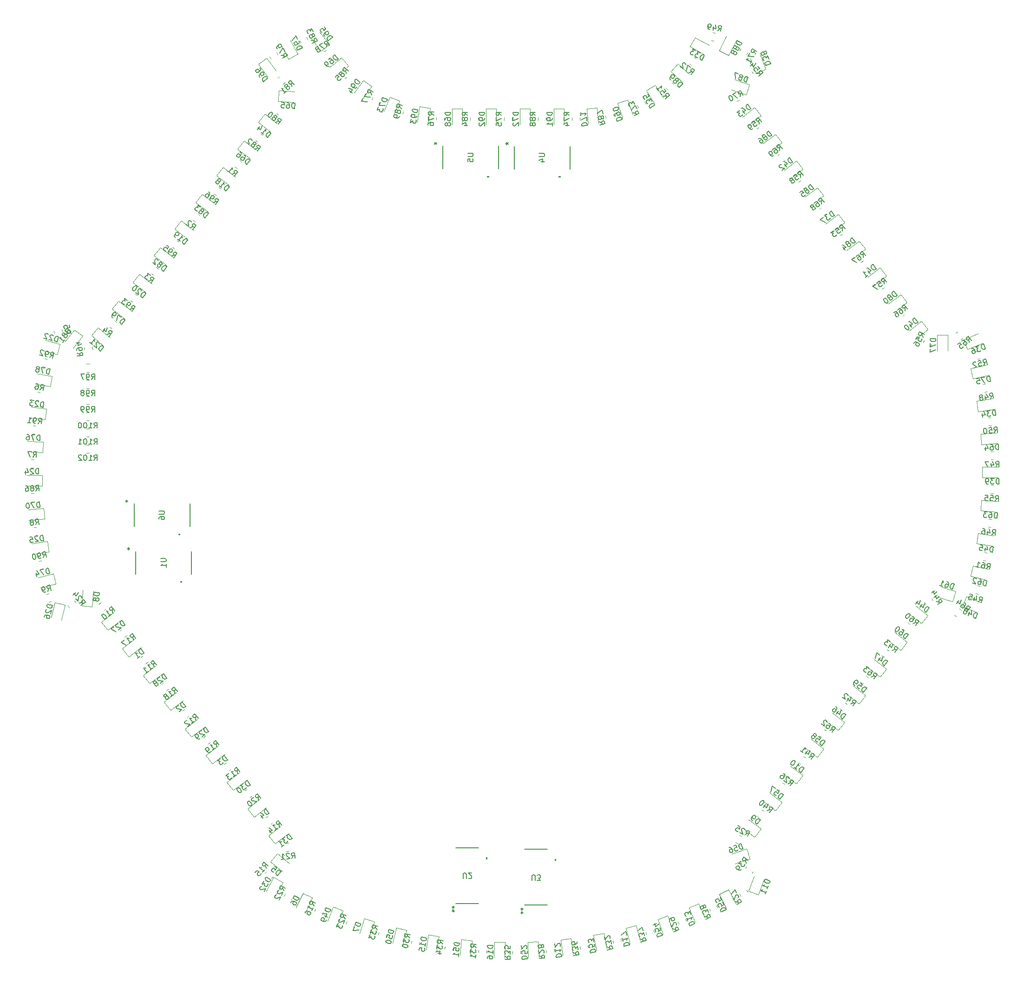
<source format=gbr>
%TF.GenerationSoftware,KiCad,Pcbnew,8.0.0-dirty*%
%TF.CreationDate,2024-04-13T23:16:22-04:00*%
%TF.ProjectId,RCJ_Open_LinePCB,52434a5f-4f70-4656-9e5f-4c696e655043,rev?*%
%TF.SameCoordinates,Original*%
%TF.FileFunction,Legend,Bot*%
%TF.FilePolarity,Positive*%
%FSLAX46Y46*%
G04 Gerber Fmt 4.6, Leading zero omitted, Abs format (unit mm)*
G04 Created by KiCad (PCBNEW 8.0.0-dirty) date 2024-04-13 23:16:22*
%MOMM*%
%LPD*%
G01*
G04 APERTURE LIST*
%ADD10C,0.150000*%
%ADD11C,0.120000*%
%ADD12C,0.152400*%
%ADD13C,0.000000*%
G04 APERTURE END LIST*
D10*
X174259976Y-65235059D02*
X174229475Y-64654596D01*
X174710268Y-64883253D02*
X174094607Y-64095242D01*
X174094607Y-64095242D02*
X173794412Y-64329780D01*
X173794412Y-64329780D02*
X173748681Y-64425939D01*
X173748681Y-64425939D02*
X173740474Y-64492780D01*
X173740474Y-64492780D02*
X173761584Y-64597146D01*
X173761584Y-64597146D02*
X173849535Y-64709719D01*
X173849535Y-64709719D02*
X173945694Y-64755450D01*
X173945694Y-64755450D02*
X174012536Y-64763657D01*
X174012536Y-64763657D02*
X174116902Y-64742547D01*
X174116902Y-64742547D02*
X174417096Y-64508010D01*
X172968877Y-64974758D02*
X173118974Y-64857490D01*
X173118974Y-64857490D02*
X173223340Y-64836380D01*
X173223340Y-64836380D02*
X173290182Y-64844587D01*
X173290182Y-64844587D02*
X173453182Y-64898525D01*
X173453182Y-64898525D02*
X173607975Y-65019305D01*
X173607975Y-65019305D02*
X173842513Y-65319500D01*
X173842513Y-65319500D02*
X173863623Y-65423866D01*
X173863623Y-65423866D02*
X173855416Y-65490707D01*
X173855416Y-65490707D02*
X173809685Y-65586866D01*
X173809685Y-65586866D02*
X173659587Y-65704135D01*
X173659587Y-65704135D02*
X173555221Y-65725245D01*
X173555221Y-65725245D02*
X173488380Y-65717038D01*
X173488380Y-65717038D02*
X173392221Y-65671306D01*
X173392221Y-65671306D02*
X173245635Y-65483685D01*
X173245635Y-65483685D02*
X173224525Y-65379319D01*
X173224525Y-65379319D02*
X173232732Y-65312477D01*
X173232732Y-65312477D02*
X173278464Y-65216319D01*
X173278464Y-65216319D02*
X173428561Y-65099050D01*
X173428561Y-65099050D02*
X173532927Y-65077940D01*
X173532927Y-65077940D02*
X173599768Y-65086147D01*
X173599768Y-65086147D02*
X173695927Y-65131878D01*
X172218391Y-65561103D02*
X172368488Y-65443834D01*
X172368488Y-65443834D02*
X172472854Y-65422724D01*
X172472854Y-65422724D02*
X172539695Y-65430931D01*
X172539695Y-65430931D02*
X172702696Y-65484869D01*
X172702696Y-65484869D02*
X172857489Y-65605650D01*
X172857489Y-65605650D02*
X173092027Y-65905844D01*
X173092027Y-65905844D02*
X173113137Y-66010210D01*
X173113137Y-66010210D02*
X173104930Y-66077051D01*
X173104930Y-66077051D02*
X173059198Y-66173210D01*
X173059198Y-66173210D02*
X172909101Y-66290479D01*
X172909101Y-66290479D02*
X172804735Y-66311589D01*
X172804735Y-66311589D02*
X172737893Y-66303382D01*
X172737893Y-66303382D02*
X172641735Y-66257651D01*
X172641735Y-66257651D02*
X172495149Y-66070029D01*
X172495149Y-66070029D02*
X172474039Y-65965663D01*
X172474039Y-65965663D02*
X172482246Y-65898822D01*
X172482246Y-65898822D02*
X172527977Y-65802663D01*
X172527977Y-65802663D02*
X172678074Y-65685394D01*
X172678074Y-65685394D02*
X172782440Y-65664284D01*
X172782440Y-65664284D02*
X172849282Y-65672491D01*
X172849282Y-65672491D02*
X172945440Y-65718223D01*
X166654483Y-55500473D02*
X166623982Y-54920010D01*
X167104775Y-55148667D02*
X166489114Y-54360656D01*
X166489114Y-54360656D02*
X166188919Y-54595194D01*
X166188919Y-54595194D02*
X166143188Y-54691353D01*
X166143188Y-54691353D02*
X166134981Y-54758194D01*
X166134981Y-54758194D02*
X166156091Y-54862560D01*
X166156091Y-54862560D02*
X166244042Y-54975133D01*
X166244042Y-54975133D02*
X166340201Y-55020864D01*
X166340201Y-55020864D02*
X166407043Y-55029071D01*
X166407043Y-55029071D02*
X166511409Y-55007961D01*
X166511409Y-55007961D02*
X166811603Y-54773424D01*
X165363384Y-55240172D02*
X165513481Y-55122904D01*
X165513481Y-55122904D02*
X165617847Y-55101794D01*
X165617847Y-55101794D02*
X165684689Y-55110001D01*
X165684689Y-55110001D02*
X165847689Y-55163939D01*
X165847689Y-55163939D02*
X166002482Y-55284719D01*
X166002482Y-55284719D02*
X166237020Y-55584914D01*
X166237020Y-55584914D02*
X166258130Y-55689280D01*
X166258130Y-55689280D02*
X166249923Y-55756121D01*
X166249923Y-55756121D02*
X166204192Y-55852280D01*
X166204192Y-55852280D02*
X166054094Y-55969549D01*
X166054094Y-55969549D02*
X165949728Y-55990659D01*
X165949728Y-55990659D02*
X165882887Y-55982452D01*
X165882887Y-55982452D02*
X165786728Y-55936720D01*
X165786728Y-55936720D02*
X165640142Y-55749099D01*
X165640142Y-55749099D02*
X165619032Y-55644733D01*
X165619032Y-55644733D02*
X165627239Y-55577891D01*
X165627239Y-55577891D02*
X165672971Y-55481733D01*
X165672971Y-55481733D02*
X165823068Y-55364464D01*
X165823068Y-55364464D02*
X165927434Y-55343354D01*
X165927434Y-55343354D02*
X165994275Y-55351561D01*
X165994275Y-55351561D02*
X166090434Y-55397292D01*
X165025665Y-55504027D02*
X164500325Y-55914468D01*
X164500325Y-55914468D02*
X165453705Y-56438624D01*
X93106140Y-180441768D02*
X92110867Y-180344651D01*
X92110867Y-180344651D02*
X92087744Y-180581621D01*
X92087744Y-180581621D02*
X92121264Y-180728428D01*
X92121264Y-180728428D02*
X92206803Y-180832465D01*
X92206803Y-180832465D02*
X92296966Y-180889108D01*
X92296966Y-180889108D02*
X92481917Y-180955000D01*
X92481917Y-180955000D02*
X92624099Y-180968874D01*
X92624099Y-180968874D02*
X92818300Y-180939979D01*
X92818300Y-180939979D02*
X92917712Y-180901834D01*
X92917712Y-180901834D02*
X93021749Y-180816295D01*
X93021749Y-180816295D02*
X93083017Y-180678738D01*
X93083017Y-180678738D02*
X93106140Y-180441768D01*
X91967504Y-181813864D02*
X92013750Y-181339924D01*
X92013750Y-181339924D02*
X92492315Y-181338777D01*
X92492315Y-181338777D02*
X92440296Y-181381546D01*
X92440296Y-181381546D02*
X92383653Y-181471709D01*
X92383653Y-181471709D02*
X92360530Y-181708679D01*
X92360530Y-181708679D02*
X92398674Y-181808091D01*
X92398674Y-181808091D02*
X92441444Y-181860110D01*
X92441444Y-181860110D02*
X92531607Y-181916753D01*
X92531607Y-181916753D02*
X92768577Y-181939876D01*
X92768577Y-181939876D02*
X92867989Y-181901732D01*
X92867989Y-181901732D02*
X92920008Y-181858962D01*
X92920008Y-181858962D02*
X92976651Y-181768799D01*
X92976651Y-181768799D02*
X92999774Y-181531829D01*
X92999774Y-181531829D02*
X92961629Y-181432417D01*
X92961629Y-181432417D02*
X92918860Y-181380398D01*
X92865660Y-182906254D02*
X92921156Y-182337526D01*
X92893408Y-182621890D02*
X91898135Y-182524773D01*
X91898135Y-182524773D02*
X92049566Y-182443859D01*
X92049566Y-182443859D02*
X92153603Y-182358320D01*
X92153603Y-182358320D02*
X92210246Y-182268157D01*
X18912771Y-118946807D02*
X17939602Y-118716713D01*
X17939602Y-118716713D02*
X17884818Y-118948420D01*
X17884818Y-118948420D02*
X17898289Y-119098401D01*
X17898289Y-119098401D02*
X17969058Y-119212997D01*
X17969058Y-119212997D02*
X18050784Y-119281252D01*
X18050784Y-119281252D02*
X18225192Y-119371421D01*
X18225192Y-119371421D02*
X18364216Y-119404292D01*
X18364216Y-119404292D02*
X18560539Y-119401778D01*
X18560539Y-119401778D02*
X18664178Y-119377350D01*
X18664178Y-119377350D02*
X18778775Y-119306581D01*
X18778775Y-119306581D02*
X18857986Y-119178514D01*
X18857986Y-119178514D02*
X18912771Y-118946807D01*
X17813148Y-119665454D02*
X17755850Y-119700838D01*
X17755850Y-119700838D02*
X17687595Y-119782564D01*
X17687595Y-119782564D02*
X17632810Y-120014271D01*
X17632810Y-120014271D02*
X17657238Y-120117911D01*
X17657238Y-120117911D02*
X17692623Y-120175209D01*
X17692623Y-120175209D02*
X17774349Y-120243464D01*
X17774349Y-120243464D02*
X17867031Y-120265378D01*
X17867031Y-120265378D02*
X18017012Y-120251907D01*
X18017012Y-120251907D02*
X18704591Y-119827293D01*
X18704591Y-119827293D02*
X18562152Y-120429730D01*
X17391760Y-121033781D02*
X17435587Y-120848416D01*
X17435587Y-120848416D02*
X17503842Y-120766690D01*
X17503842Y-120766690D02*
X17561140Y-120731305D01*
X17561140Y-120731305D02*
X17722078Y-120671493D01*
X17722078Y-120671493D02*
X17918401Y-120668979D01*
X17918401Y-120668979D02*
X18289131Y-120756634D01*
X18289131Y-120756634D02*
X18370857Y-120824889D01*
X18370857Y-120824889D02*
X18406242Y-120882187D01*
X18406242Y-120882187D02*
X18430669Y-120985827D01*
X18430669Y-120985827D02*
X18386842Y-121171192D01*
X18386842Y-121171192D02*
X18318587Y-121252918D01*
X18318587Y-121252918D02*
X18261289Y-121288302D01*
X18261289Y-121288302D02*
X18157649Y-121312730D01*
X18157649Y-121312730D02*
X17925942Y-121257946D01*
X17925942Y-121257946D02*
X17844217Y-121189691D01*
X17844217Y-121189691D02*
X17808832Y-121132393D01*
X17808832Y-121132393D02*
X17784404Y-121028753D01*
X17784404Y-121028753D02*
X17828232Y-120843388D01*
X17828232Y-120843388D02*
X17896487Y-120761662D01*
X17896487Y-120761662D02*
X17953785Y-120726277D01*
X17953785Y-120726277D02*
X18057425Y-120701850D01*
X54312291Y-38529606D02*
X54927953Y-37741595D01*
X54927953Y-37741595D02*
X54740331Y-37595009D01*
X54740331Y-37595009D02*
X54598441Y-37544582D01*
X54598441Y-37544582D02*
X54464758Y-37560996D01*
X54464758Y-37560996D02*
X54368599Y-37606727D01*
X54368599Y-37606727D02*
X54213806Y-37727507D01*
X54213806Y-37727507D02*
X54125854Y-37840080D01*
X54125854Y-37840080D02*
X54046110Y-38019495D01*
X54046110Y-38019495D02*
X54025000Y-38123861D01*
X54025000Y-38123861D02*
X54041414Y-38257544D01*
X54041414Y-38257544D02*
X54124670Y-38383020D01*
X54124670Y-38383020D02*
X54312291Y-38529606D01*
X53802223Y-36862079D02*
X53952320Y-36979347D01*
X53952320Y-36979347D02*
X53998052Y-37075506D01*
X53998052Y-37075506D02*
X54006259Y-37142348D01*
X54006259Y-37142348D02*
X53993356Y-37313555D01*
X53993356Y-37313555D02*
X53913611Y-37492970D01*
X53913611Y-37492970D02*
X53679074Y-37793164D01*
X53679074Y-37793164D02*
X53582915Y-37838896D01*
X53582915Y-37838896D02*
X53516073Y-37847103D01*
X53516073Y-37847103D02*
X53411707Y-37825993D01*
X53411707Y-37825993D02*
X53261610Y-37708724D01*
X53261610Y-37708724D02*
X53215879Y-37612565D01*
X53215879Y-37612565D02*
X53207672Y-37545724D01*
X53207672Y-37545724D02*
X53228782Y-37441358D01*
X53228782Y-37441358D02*
X53375368Y-37253736D01*
X53375368Y-37253736D02*
X53471527Y-37208005D01*
X53471527Y-37208005D02*
X53538368Y-37199798D01*
X53538368Y-37199798D02*
X53642734Y-37220908D01*
X53642734Y-37220908D02*
X53792831Y-37338176D01*
X53792831Y-37338176D02*
X53838563Y-37434335D01*
X53838563Y-37434335D02*
X53846770Y-37501177D01*
X53846770Y-37501177D02*
X53825660Y-37605543D01*
X53051737Y-36275734D02*
X53201834Y-36393003D01*
X53201834Y-36393003D02*
X53247565Y-36489162D01*
X53247565Y-36489162D02*
X53255772Y-36556003D01*
X53255772Y-36556003D02*
X53242869Y-36727211D01*
X53242869Y-36727211D02*
X53163125Y-36906625D01*
X53163125Y-36906625D02*
X52928587Y-37206820D01*
X52928587Y-37206820D02*
X52832428Y-37252551D01*
X52832428Y-37252551D02*
X52765587Y-37260758D01*
X52765587Y-37260758D02*
X52661221Y-37239648D01*
X52661221Y-37239648D02*
X52511124Y-37122379D01*
X52511124Y-37122379D02*
X52465392Y-37026221D01*
X52465392Y-37026221D02*
X52457185Y-36959379D01*
X52457185Y-36959379D02*
X52478295Y-36855013D01*
X52478295Y-36855013D02*
X52624881Y-36667392D01*
X52624881Y-36667392D02*
X52721040Y-36621660D01*
X52721040Y-36621660D02*
X52787882Y-36613453D01*
X52787882Y-36613453D02*
X52892247Y-36634563D01*
X52892247Y-36634563D02*
X53042345Y-36751832D01*
X53042345Y-36751832D02*
X53088076Y-36847991D01*
X53088076Y-36847991D02*
X53096283Y-36914832D01*
X53096283Y-36914832D02*
X53075173Y-37019198D01*
X188918192Y-72157343D02*
X188532197Y-71234842D01*
X188532197Y-71234842D02*
X188312554Y-71326746D01*
X188312554Y-71326746D02*
X188199149Y-71425816D01*
X188199149Y-71425816D02*
X188148053Y-71550435D01*
X188148053Y-71550435D02*
X188140886Y-71656673D01*
X188140886Y-71656673D02*
X188170480Y-71850768D01*
X188170480Y-71850768D02*
X188225622Y-71982554D01*
X188225622Y-71982554D02*
X188343074Y-72139888D01*
X188343074Y-72139888D02*
X188423764Y-72209364D01*
X188423764Y-72209364D02*
X188548382Y-72260460D01*
X188548382Y-72260460D02*
X188698549Y-72249246D01*
X188698549Y-72249246D02*
X188918192Y-72157343D01*
X187697553Y-71584076D02*
X187126481Y-71823025D01*
X187126481Y-71823025D02*
X187581027Y-72045789D01*
X187581027Y-72045789D02*
X187449242Y-72100931D01*
X187449242Y-72100931D02*
X187379765Y-72181621D01*
X187379765Y-72181621D02*
X187354217Y-72243931D01*
X187354217Y-72243931D02*
X187347050Y-72350169D01*
X187347050Y-72350169D02*
X187438954Y-72569812D01*
X187438954Y-72569812D02*
X187519644Y-72639288D01*
X187519644Y-72639288D02*
X187581953Y-72664836D01*
X187581953Y-72664836D02*
X187688191Y-72672003D01*
X187688191Y-72672003D02*
X187951763Y-72561719D01*
X187951763Y-72561719D02*
X188021239Y-72481029D01*
X188021239Y-72481029D02*
X188046787Y-72418719D01*
X186335766Y-72153879D02*
X186511481Y-72080356D01*
X186511481Y-72080356D02*
X186617719Y-72087523D01*
X186617719Y-72087523D02*
X186680028Y-72113071D01*
X186680028Y-72113071D02*
X186823027Y-72208095D01*
X186823027Y-72208095D02*
X186940479Y-72365429D01*
X186940479Y-72365429D02*
X187087525Y-72716858D01*
X187087525Y-72716858D02*
X187080358Y-72823095D01*
X187080358Y-72823095D02*
X187054810Y-72885405D01*
X187054810Y-72885405D02*
X186985333Y-72966095D01*
X186985333Y-72966095D02*
X186809619Y-73039618D01*
X186809619Y-73039618D02*
X186703381Y-73032451D01*
X186703381Y-73032451D02*
X186641072Y-73006903D01*
X186641072Y-73006903D02*
X186560382Y-72937426D01*
X186560382Y-72937426D02*
X186468478Y-72717783D01*
X186468478Y-72717783D02*
X186475645Y-72611545D01*
X186475645Y-72611545D02*
X186501193Y-72549236D01*
X186501193Y-72549236D02*
X186570669Y-72468546D01*
X186570669Y-72468546D02*
X186746384Y-72395023D01*
X186746384Y-72395023D02*
X186852622Y-72402190D01*
X186852622Y-72402190D02*
X186914931Y-72427738D01*
X186914931Y-72427738D02*
X186995621Y-72497215D01*
X171928883Y-127108601D02*
X172484726Y-126938578D01*
X172379175Y-127460408D02*
X172994837Y-126672397D01*
X172994837Y-126672397D02*
X172694642Y-126437859D01*
X172694642Y-126437859D02*
X172590276Y-126416749D01*
X172590276Y-126416749D02*
X172523435Y-126424956D01*
X172523435Y-126424956D02*
X172427276Y-126470688D01*
X172427276Y-126470688D02*
X172339324Y-126583261D01*
X172339324Y-126583261D02*
X172318214Y-126687627D01*
X172318214Y-126687627D02*
X172326421Y-126754468D01*
X172326421Y-126754468D02*
X172372153Y-126850627D01*
X172372153Y-126850627D02*
X172672347Y-127085165D01*
X171663887Y-126055551D02*
X171253446Y-126580891D01*
X172086046Y-125901942D02*
X171833909Y-126611393D01*
X171833909Y-126611393D02*
X171346093Y-126230269D01*
X171531388Y-125529026D02*
X171043572Y-125147902D01*
X171043572Y-125147902D02*
X171071704Y-125653317D01*
X171071704Y-125653317D02*
X170959131Y-125565365D01*
X170959131Y-125565365D02*
X170854766Y-125544255D01*
X170854766Y-125544255D02*
X170787924Y-125552462D01*
X170787924Y-125552462D02*
X170691765Y-125598194D01*
X170691765Y-125598194D02*
X170545179Y-125785815D01*
X170545179Y-125785815D02*
X170524069Y-125890181D01*
X170524069Y-125890181D02*
X170532276Y-125957023D01*
X170532276Y-125957023D02*
X170578008Y-126053181D01*
X170578008Y-126053181D02*
X170803154Y-126229085D01*
X170803154Y-126229085D02*
X170907519Y-126250195D01*
X170907519Y-126250195D02*
X170974361Y-126241988D01*
X168126136Y-131975894D02*
X168681979Y-131805871D01*
X168576428Y-132327701D02*
X169192090Y-131539690D01*
X169192090Y-131539690D02*
X168891895Y-131305152D01*
X168891895Y-131305152D02*
X168787529Y-131284042D01*
X168787529Y-131284042D02*
X168720688Y-131292249D01*
X168720688Y-131292249D02*
X168624529Y-131337981D01*
X168624529Y-131337981D02*
X168536577Y-131450554D01*
X168536577Y-131450554D02*
X168515467Y-131554920D01*
X168515467Y-131554920D02*
X168523674Y-131621761D01*
X168523674Y-131621761D02*
X168569406Y-131717920D01*
X168569406Y-131717920D02*
X168869600Y-131952458D01*
X168066360Y-130660174D02*
X168216457Y-130777442D01*
X168216457Y-130777442D02*
X168262189Y-130873601D01*
X168262189Y-130873601D02*
X168270396Y-130940443D01*
X168270396Y-130940443D02*
X168257493Y-131111650D01*
X168257493Y-131111650D02*
X168177748Y-131291065D01*
X168177748Y-131291065D02*
X167943211Y-131591259D01*
X167943211Y-131591259D02*
X167847052Y-131636991D01*
X167847052Y-131636991D02*
X167780210Y-131645198D01*
X167780210Y-131645198D02*
X167675844Y-131624088D01*
X167675844Y-131624088D02*
X167525747Y-131506819D01*
X167525747Y-131506819D02*
X167480016Y-131410660D01*
X167480016Y-131410660D02*
X167471809Y-131343819D01*
X167471809Y-131343819D02*
X167492919Y-131239453D01*
X167492919Y-131239453D02*
X167639505Y-131051831D01*
X167639505Y-131051831D02*
X167735664Y-131006100D01*
X167735664Y-131006100D02*
X167802505Y-130997893D01*
X167802505Y-130997893D02*
X167906871Y-131019003D01*
X167906871Y-131019003D02*
X168056968Y-131136271D01*
X168056968Y-131136271D02*
X168102700Y-131232430D01*
X168102700Y-131232430D02*
X168110907Y-131299272D01*
X168110907Y-131299272D02*
X168089797Y-131403638D01*
X167728641Y-130396319D02*
X167240825Y-130015195D01*
X167240825Y-130015195D02*
X167268957Y-130520610D01*
X167268957Y-130520610D02*
X167156384Y-130432658D01*
X167156384Y-130432658D02*
X167052019Y-130411548D01*
X167052019Y-130411548D02*
X166985177Y-130419755D01*
X166985177Y-130419755D02*
X166889018Y-130465487D01*
X166889018Y-130465487D02*
X166742432Y-130653108D01*
X166742432Y-130653108D02*
X166721322Y-130757474D01*
X166721322Y-130757474D02*
X166729529Y-130824316D01*
X166729529Y-130824316D02*
X166775261Y-130920474D01*
X166775261Y-130920474D02*
X167000407Y-131096378D01*
X167000407Y-131096378D02*
X167104772Y-131117488D01*
X167104772Y-131117488D02*
X167171614Y-131109281D01*
X155246245Y-40898593D02*
X155215744Y-40318130D01*
X155696537Y-40546787D02*
X155080876Y-39758776D01*
X155080876Y-39758776D02*
X154780681Y-39993314D01*
X154780681Y-39993314D02*
X154734950Y-40089473D01*
X154734950Y-40089473D02*
X154726743Y-40156314D01*
X154726743Y-40156314D02*
X154747853Y-40260680D01*
X154747853Y-40260680D02*
X154835804Y-40373253D01*
X154835804Y-40373253D02*
X154931963Y-40418984D01*
X154931963Y-40418984D02*
X154998805Y-40427191D01*
X154998805Y-40427191D02*
X155103171Y-40406081D01*
X155103171Y-40406081D02*
X155403365Y-40171544D01*
X153917622Y-40667610D02*
X154292865Y-40374438D01*
X154292865Y-40374438D02*
X154623562Y-40720364D01*
X154623562Y-40720364D02*
X154556720Y-40712156D01*
X154556720Y-40712156D02*
X154452354Y-40733267D01*
X154452354Y-40733267D02*
X154264733Y-40879853D01*
X154264733Y-40879853D02*
X154219001Y-40976011D01*
X154219001Y-40976011D02*
X154210794Y-41042853D01*
X154210794Y-41042853D02*
X154231904Y-41147219D01*
X154231904Y-41147219D02*
X154378490Y-41334840D01*
X154378490Y-41334840D02*
X154474649Y-41380572D01*
X154474649Y-41380572D02*
X154541490Y-41388779D01*
X154541490Y-41388779D02*
X154645856Y-41367669D01*
X154645856Y-41367669D02*
X154833478Y-41221083D01*
X154833478Y-41221083D02*
X154879209Y-41124924D01*
X154879209Y-41124924D02*
X154887416Y-41058082D01*
X153693661Y-41386452D02*
X153739392Y-41290294D01*
X153739392Y-41290294D02*
X153747599Y-41223452D01*
X153747599Y-41223452D02*
X153726489Y-41119086D01*
X153726489Y-41119086D02*
X153697172Y-41081562D01*
X153697172Y-41081562D02*
X153601013Y-41035831D01*
X153601013Y-41035831D02*
X153534171Y-41027623D01*
X153534171Y-41027623D02*
X153429806Y-41048734D01*
X153429806Y-41048734D02*
X153279708Y-41166002D01*
X153279708Y-41166002D02*
X153233977Y-41262161D01*
X153233977Y-41262161D02*
X153225770Y-41329003D01*
X153225770Y-41329003D02*
X153246880Y-41433368D01*
X153246880Y-41433368D02*
X153276197Y-41470893D01*
X153276197Y-41470893D02*
X153372356Y-41516624D01*
X153372356Y-41516624D02*
X153439197Y-41524831D01*
X153439197Y-41524831D02*
X153543563Y-41503721D01*
X153543563Y-41503721D02*
X153693661Y-41386452D01*
X153693661Y-41386452D02*
X153798026Y-41365342D01*
X153798026Y-41365342D02*
X153864868Y-41373549D01*
X153864868Y-41373549D02*
X153961027Y-41419281D01*
X153961027Y-41419281D02*
X154078296Y-41569378D01*
X154078296Y-41569378D02*
X154099406Y-41673744D01*
X154099406Y-41673744D02*
X154091199Y-41740585D01*
X154091199Y-41740585D02*
X154045467Y-41836744D01*
X154045467Y-41836744D02*
X153895370Y-41954013D01*
X153895370Y-41954013D02*
X153791004Y-41975123D01*
X153791004Y-41975123D02*
X153724162Y-41966916D01*
X153724162Y-41966916D02*
X153628004Y-41921185D01*
X153628004Y-41921185D02*
X153510735Y-41771087D01*
X153510735Y-41771087D02*
X153489625Y-41666722D01*
X153489625Y-41666722D02*
X153497832Y-41599880D01*
X153497832Y-41599880D02*
X153543563Y-41503721D01*
X35568843Y-127613336D02*
X34953181Y-126825326D01*
X34953181Y-126825326D02*
X34765560Y-126971912D01*
X34765560Y-126971912D02*
X34682304Y-127097388D01*
X34682304Y-127097388D02*
X34665890Y-127231071D01*
X34665890Y-127231071D02*
X34687000Y-127335436D01*
X34687000Y-127335436D02*
X34766744Y-127514851D01*
X34766744Y-127514851D02*
X34854696Y-127627424D01*
X34854696Y-127627424D02*
X35009489Y-127748204D01*
X35009489Y-127748204D02*
X35105648Y-127793935D01*
X35105648Y-127793935D02*
X35239331Y-127810350D01*
X35239331Y-127810350D02*
X35381221Y-127759922D01*
X35381221Y-127759922D02*
X35568843Y-127613336D01*
X34368064Y-128551487D02*
X34818356Y-128199681D01*
X34593210Y-128375584D02*
X33977549Y-127587573D01*
X33977549Y-127587573D02*
X34140549Y-127641512D01*
X34140549Y-127641512D02*
X34274232Y-127657926D01*
X34274232Y-127657926D02*
X34378598Y-127636816D01*
X57813032Y-166823506D02*
X57660136Y-166262711D01*
X58178483Y-166384215D02*
X57409724Y-165744676D01*
X57409724Y-165744676D02*
X57166090Y-166037537D01*
X57166090Y-166037537D02*
X57141789Y-166141206D01*
X57141789Y-166141206D02*
X57147943Y-166208268D01*
X57147943Y-166208268D02*
X57190703Y-166305784D01*
X57190703Y-166305784D02*
X57300526Y-166397147D01*
X57300526Y-166397147D02*
X57404195Y-166421448D01*
X57404195Y-166421448D02*
X57471257Y-166415294D01*
X57471257Y-166415294D02*
X57568773Y-166372533D01*
X57568773Y-166372533D02*
X57812407Y-166079673D01*
X57203947Y-167555657D02*
X57569398Y-167116366D01*
X57386672Y-167336012D02*
X56617914Y-166696473D01*
X56617914Y-166696473D02*
X56788645Y-166714620D01*
X56788645Y-166714620D02*
X56922769Y-166702314D01*
X56922769Y-166702314D02*
X57020285Y-166659553D01*
X55856558Y-167611662D02*
X56161100Y-167245586D01*
X56161100Y-167245586D02*
X56557630Y-167513521D01*
X56557630Y-167513521D02*
X56490568Y-167519674D01*
X56490568Y-167519674D02*
X56393052Y-167562435D01*
X56393052Y-167562435D02*
X56240781Y-167745473D01*
X56240781Y-167745473D02*
X56216480Y-167849142D01*
X56216480Y-167849142D02*
X56222633Y-167916204D01*
X56222633Y-167916204D02*
X56265394Y-168013720D01*
X56265394Y-168013720D02*
X56448432Y-168165991D01*
X56448432Y-168165991D02*
X56552101Y-168190292D01*
X56552101Y-168190292D02*
X56619163Y-168184139D01*
X56619163Y-168184139D02*
X56716679Y-168141378D01*
X56716679Y-168141378D02*
X56868950Y-167958340D01*
X56868950Y-167958340D02*
X56893251Y-167854671D01*
X56893251Y-167854671D02*
X56887098Y-167787609D01*
X52606151Y-149574789D02*
X52575650Y-148994326D01*
X53056443Y-149222983D02*
X52440782Y-148434972D01*
X52440782Y-148434972D02*
X52140587Y-148669510D01*
X52140587Y-148669510D02*
X52094856Y-148765669D01*
X52094856Y-148765669D02*
X52086649Y-148832510D01*
X52086649Y-148832510D02*
X52107759Y-148936876D01*
X52107759Y-148936876D02*
X52195710Y-149049449D01*
X52195710Y-149049449D02*
X52291869Y-149095180D01*
X52291869Y-149095180D02*
X52358711Y-149103387D01*
X52358711Y-149103387D02*
X52463077Y-149082277D01*
X52463077Y-149082277D02*
X52763271Y-148847740D01*
X51855665Y-150161134D02*
X52305957Y-149809327D01*
X52080811Y-149985230D02*
X51465149Y-149197220D01*
X51465149Y-149197220D02*
X51628150Y-149251158D01*
X51628150Y-149251158D02*
X51761833Y-149267572D01*
X51761833Y-149267572D02*
X51866199Y-149246462D01*
X50977333Y-149578343D02*
X50489517Y-149959467D01*
X50489517Y-149959467D02*
X50986725Y-150054441D01*
X50986725Y-150054441D02*
X50874152Y-150142393D01*
X50874152Y-150142393D02*
X50828421Y-150238552D01*
X50828421Y-150238552D02*
X50820214Y-150305393D01*
X50820214Y-150305393D02*
X50841324Y-150409759D01*
X50841324Y-150409759D02*
X50987910Y-150597381D01*
X50987910Y-150597381D02*
X51084068Y-150643112D01*
X51084068Y-150643112D02*
X51150910Y-150651319D01*
X51150910Y-150651319D02*
X51255276Y-150630209D01*
X51255276Y-150630209D02*
X51480422Y-150454306D01*
X51480422Y-150454306D02*
X51526153Y-150358147D01*
X51526153Y-150358147D02*
X51534360Y-150291306D01*
X107589819Y-36546695D02*
X108399342Y-36546695D01*
X108399342Y-36546695D02*
X108494580Y-36594314D01*
X108494580Y-36594314D02*
X108542200Y-36641933D01*
X108542200Y-36641933D02*
X108589819Y-36737171D01*
X108589819Y-36737171D02*
X108589819Y-36927647D01*
X108589819Y-36927647D02*
X108542200Y-37022885D01*
X108542200Y-37022885D02*
X108494580Y-37070504D01*
X108494580Y-37070504D02*
X108399342Y-37118123D01*
X108399342Y-37118123D02*
X107589819Y-37118123D01*
X107923152Y-38022885D02*
X108589819Y-38022885D01*
X107542200Y-37784790D02*
X108256485Y-37546695D01*
X108256485Y-37546695D02*
X108256485Y-38165742D01*
X101493819Y-34743200D02*
X101731914Y-34743200D01*
X101636676Y-34505105D02*
X101731914Y-34743200D01*
X101731914Y-34743200D02*
X101636676Y-34981295D01*
X101922390Y-34600343D02*
X101731914Y-34743200D01*
X101731914Y-34743200D02*
X101922390Y-34886057D01*
X101493819Y-34743200D02*
X101731914Y-34743200D01*
X101636676Y-34505105D02*
X101731914Y-34743200D01*
X101731914Y-34743200D02*
X101636676Y-34981295D01*
X101922390Y-34600343D02*
X101731914Y-34743200D01*
X101731914Y-34743200D02*
X101922390Y-34886057D01*
X169006148Y-57582314D02*
X168390487Y-56794303D01*
X168390487Y-56794303D02*
X168202865Y-56940889D01*
X168202865Y-56940889D02*
X168119609Y-57066365D01*
X168119609Y-57066365D02*
X168103195Y-57200048D01*
X168103195Y-57200048D02*
X168124305Y-57304414D01*
X168124305Y-57304414D02*
X168204050Y-57483829D01*
X168204050Y-57483829D02*
X168292002Y-57596401D01*
X168292002Y-57596401D02*
X168446795Y-57717182D01*
X168446795Y-57717182D02*
X168542953Y-57762913D01*
X168542953Y-57762913D02*
X168676637Y-57779327D01*
X168676637Y-57779327D02*
X168818527Y-57728900D01*
X168818527Y-57728900D02*
X169006148Y-57582314D01*
X167469978Y-57936490D02*
X167880419Y-58461830D01*
X167423062Y-57489709D02*
X168050441Y-57905988D01*
X168050441Y-57905988D02*
X167562625Y-58287112D01*
X167054884Y-59106809D02*
X167505175Y-58755002D01*
X167280029Y-58930906D02*
X166664368Y-58142895D01*
X166664368Y-58142895D02*
X166827368Y-58196833D01*
X166827368Y-58196833D02*
X166961051Y-58213248D01*
X166961051Y-58213248D02*
X167065417Y-58192138D01*
X16636658Y-79651255D02*
X17041285Y-79233947D01*
X17200856Y-79741868D02*
X17359429Y-78754520D01*
X17359429Y-78754520D02*
X16983297Y-78694112D01*
X16983297Y-78694112D02*
X16881713Y-78726026D01*
X16881713Y-78726026D02*
X16827145Y-78765491D01*
X16827145Y-78765491D02*
X16765026Y-78851973D01*
X16765026Y-78851973D02*
X16742373Y-78993023D01*
X16742373Y-78993023D02*
X16774288Y-79094607D01*
X16774288Y-79094607D02*
X16813753Y-79149175D01*
X16813753Y-79149175D02*
X16900235Y-79211294D01*
X16900235Y-79211294D02*
X17276367Y-79271702D01*
X15948933Y-78527988D02*
X16136999Y-78558192D01*
X16136999Y-78558192D02*
X16223481Y-78620311D01*
X16223481Y-78620311D02*
X16262947Y-78674878D01*
X16262947Y-78674878D02*
X16334326Y-78831030D01*
X16334326Y-78831030D02*
X16351139Y-79026647D01*
X16351139Y-79026647D02*
X16290730Y-79402780D01*
X16290730Y-79402780D02*
X16228611Y-79489262D01*
X16228611Y-79489262D02*
X16174044Y-79528727D01*
X16174044Y-79528727D02*
X16072460Y-79560642D01*
X16072460Y-79560642D02*
X15884393Y-79530437D01*
X15884393Y-79530437D02*
X15797911Y-79468319D01*
X15797911Y-79468319D02*
X15758446Y-79413751D01*
X15758446Y-79413751D02*
X15726532Y-79312167D01*
X15726532Y-79312167D02*
X15764287Y-79077084D01*
X15764287Y-79077084D02*
X15826406Y-78990602D01*
X15826406Y-78990602D02*
X15880973Y-78951137D01*
X15880973Y-78951137D02*
X15982557Y-78919222D01*
X15982557Y-78919222D02*
X16170624Y-78949427D01*
X16170624Y-78949427D02*
X16257106Y-79011545D01*
X16257106Y-79011545D02*
X16296571Y-79066113D01*
X16296571Y-79066113D02*
X16328485Y-79167697D01*
X146189671Y-28378554D02*
X145574010Y-27590543D01*
X145574010Y-27590543D02*
X145386388Y-27737129D01*
X145386388Y-27737129D02*
X145303132Y-27862605D01*
X145303132Y-27862605D02*
X145286718Y-27996288D01*
X145286718Y-27996288D02*
X145307828Y-28100654D01*
X145307828Y-28100654D02*
X145387573Y-28280069D01*
X145387573Y-28280069D02*
X145475525Y-28392641D01*
X145475525Y-28392641D02*
X145630318Y-28513422D01*
X145630318Y-28513422D02*
X145726476Y-28559153D01*
X145726476Y-28559153D02*
X145860160Y-28575567D01*
X145860160Y-28575567D02*
X146002050Y-28525140D01*
X146002050Y-28525140D02*
X146189671Y-28378554D01*
X144653501Y-28732730D02*
X145063942Y-29258070D01*
X144606585Y-28285949D02*
X145233964Y-28702228D01*
X145233964Y-28702228D02*
X144746148Y-29083352D01*
X144110561Y-28733914D02*
X143622745Y-29115038D01*
X143622745Y-29115038D02*
X144119953Y-29210012D01*
X144119953Y-29210012D02*
X144007380Y-29297964D01*
X144007380Y-29297964D02*
X143961649Y-29394123D01*
X143961649Y-29394123D02*
X143953442Y-29460964D01*
X143953442Y-29460964D02*
X143974552Y-29565330D01*
X143974552Y-29565330D02*
X144121138Y-29752952D01*
X144121138Y-29752952D02*
X144217296Y-29798683D01*
X144217296Y-29798683D02*
X144284138Y-29806890D01*
X144284138Y-29806890D02*
X144388504Y-29785780D01*
X144388504Y-29785780D02*
X144613650Y-29609877D01*
X144613650Y-29609877D02*
X144659381Y-29513718D01*
X144659381Y-29513718D02*
X144667588Y-29446877D01*
X177553203Y-70044214D02*
X177280831Y-69530714D01*
X177813208Y-69535364D02*
X176922720Y-69080356D01*
X176922720Y-69080356D02*
X176749384Y-69419589D01*
X176749384Y-69419589D02*
X176748454Y-69526064D01*
X176748454Y-69526064D02*
X176769191Y-69590136D01*
X176769191Y-69590136D02*
X176832333Y-69675874D01*
X176832333Y-69675874D02*
X176959545Y-69740875D01*
X176959545Y-69740875D02*
X177066020Y-69741805D01*
X177066020Y-69741805D02*
X177130092Y-69721068D01*
X177130092Y-69721068D02*
X177215830Y-69657926D01*
X177215830Y-69657926D02*
X177389166Y-69318693D01*
X176251042Y-70394885D02*
X176467712Y-69970843D01*
X176467712Y-69970843D02*
X176913421Y-70145109D01*
X176913421Y-70145109D02*
X176849350Y-70165846D01*
X176849350Y-70165846D02*
X176763612Y-70228988D01*
X176763612Y-70228988D02*
X176655276Y-70441009D01*
X176655276Y-70441009D02*
X176654347Y-70547484D01*
X176654347Y-70547484D02*
X176675084Y-70611555D01*
X176675084Y-70611555D02*
X176738225Y-70697293D01*
X176738225Y-70697293D02*
X176950246Y-70805629D01*
X176950246Y-70805629D02*
X177056721Y-70806559D01*
X177056721Y-70806559D02*
X177120792Y-70785821D01*
X177120792Y-70785821D02*
X177206531Y-70722680D01*
X177206531Y-70722680D02*
X177314866Y-70510659D01*
X177314866Y-70510659D02*
X177315796Y-70404184D01*
X177315796Y-70404184D02*
X177295059Y-70340113D01*
X175839368Y-71200564D02*
X175926036Y-71030947D01*
X175926036Y-71030947D02*
X176011775Y-70967806D01*
X176011775Y-70967806D02*
X176075846Y-70947069D01*
X176075846Y-70947069D02*
X176246392Y-70927262D01*
X176246392Y-70927262D02*
X176437676Y-70971526D01*
X176437676Y-70971526D02*
X176776909Y-71144862D01*
X176776909Y-71144862D02*
X176840051Y-71230600D01*
X176840051Y-71230600D02*
X176860788Y-71294671D01*
X176860788Y-71294671D02*
X176859858Y-71401147D01*
X176859858Y-71401147D02*
X176773190Y-71570763D01*
X176773190Y-71570763D02*
X176687451Y-71633905D01*
X176687451Y-71633905D02*
X176623380Y-71654642D01*
X176623380Y-71654642D02*
X176516905Y-71653712D01*
X176516905Y-71653712D02*
X176304884Y-71545377D01*
X176304884Y-71545377D02*
X176241743Y-71459638D01*
X176241743Y-71459638D02*
X176221006Y-71395567D01*
X176221006Y-71395567D02*
X176221936Y-71289092D01*
X176221936Y-71289092D02*
X176308604Y-71119475D01*
X176308604Y-71119475D02*
X176394342Y-71056334D01*
X176394342Y-71056334D02*
X176458413Y-71035597D01*
X176458413Y-71035597D02*
X176564889Y-71036527D01*
X72229805Y-176035106D02*
X71894091Y-175560591D01*
X72422704Y-175497221D02*
X71481404Y-175159648D01*
X71481404Y-175159648D02*
X71352805Y-175518238D01*
X71352805Y-175518238D02*
X71365479Y-175623960D01*
X71365479Y-175623960D02*
X71394228Y-175684859D01*
X71394228Y-175684859D02*
X71467801Y-175761833D01*
X71467801Y-175761833D02*
X71602272Y-175810057D01*
X71602272Y-175810057D02*
X71707994Y-175797383D01*
X71707994Y-175797383D02*
X71768893Y-175768635D01*
X71768893Y-175768635D02*
X71845867Y-175695062D01*
X71845867Y-175695062D02*
X71974466Y-175336472D01*
X71249554Y-176088273D02*
X71188655Y-176117022D01*
X71188655Y-176117022D02*
X71111681Y-176190595D01*
X71111681Y-176190595D02*
X71031307Y-176414713D01*
X71031307Y-176414713D02*
X71043981Y-176520436D01*
X71043981Y-176520436D02*
X71072730Y-176581335D01*
X71072730Y-176581335D02*
X71146302Y-176658308D01*
X71146302Y-176658308D02*
X71235950Y-176690458D01*
X71235950Y-176690458D02*
X71386496Y-176693859D01*
X71386496Y-176693859D02*
X72117280Y-176348873D01*
X72117280Y-176348873D02*
X71908306Y-176931582D01*
X70854483Y-176907775D02*
X70645509Y-177490484D01*
X70645509Y-177490484D02*
X71116623Y-177305317D01*
X71116623Y-177305317D02*
X71068399Y-177439788D01*
X71068399Y-177439788D02*
X71081073Y-177545511D01*
X71081073Y-177545511D02*
X71109822Y-177606409D01*
X71109822Y-177606409D02*
X71183394Y-177683383D01*
X71183394Y-177683383D02*
X71407513Y-177763758D01*
X71407513Y-177763758D02*
X71513236Y-177751084D01*
X71513236Y-177751084D02*
X71574134Y-177722335D01*
X71574134Y-177722335D02*
X71651108Y-177648762D01*
X71651108Y-177648762D02*
X71747557Y-177379820D01*
X71747557Y-177379820D02*
X71734883Y-177274097D01*
X71734883Y-177274097D02*
X71706134Y-177213198D01*
X179874819Y-70285714D02*
X178874819Y-70285714D01*
X178874819Y-70285714D02*
X178874819Y-70523809D01*
X178874819Y-70523809D02*
X178922438Y-70666666D01*
X178922438Y-70666666D02*
X179017676Y-70761904D01*
X179017676Y-70761904D02*
X179112914Y-70809523D01*
X179112914Y-70809523D02*
X179303390Y-70857142D01*
X179303390Y-70857142D02*
X179446247Y-70857142D01*
X179446247Y-70857142D02*
X179636723Y-70809523D01*
X179636723Y-70809523D02*
X179731961Y-70761904D01*
X179731961Y-70761904D02*
X179827200Y-70666666D01*
X179827200Y-70666666D02*
X179874819Y-70523809D01*
X179874819Y-70523809D02*
X179874819Y-70285714D01*
X178874819Y-71190476D02*
X178874819Y-71857142D01*
X178874819Y-71857142D02*
X179874819Y-71428571D01*
X178874819Y-72142857D02*
X178874819Y-72809523D01*
X178874819Y-72809523D02*
X179874819Y-72380952D01*
X87081018Y-179553235D02*
X86095074Y-179386161D01*
X86095074Y-179386161D02*
X86055294Y-179620910D01*
X86055294Y-179620910D02*
X86078376Y-179769715D01*
X86078376Y-179769715D02*
X86156364Y-179879526D01*
X86156364Y-179879526D02*
X86242307Y-179942387D01*
X86242307Y-179942387D02*
X86422150Y-180021161D01*
X86422150Y-180021161D02*
X86563000Y-180045028D01*
X86563000Y-180045028D02*
X86758755Y-180029902D01*
X86758755Y-180029902D02*
X86860610Y-179998864D01*
X86860610Y-179998864D02*
X86970421Y-179920877D01*
X86970421Y-179920877D02*
X87041239Y-179787983D01*
X87041239Y-179787983D02*
X87081018Y-179553235D01*
X86826430Y-181055626D02*
X86921900Y-180492229D01*
X86874165Y-180773928D02*
X85888220Y-180606854D01*
X85888220Y-180606854D02*
X86044981Y-180536822D01*
X86044981Y-180536822D02*
X86154793Y-180458834D01*
X86154793Y-180458834D02*
X86217654Y-180372891D01*
X85689323Y-181780597D02*
X85768882Y-181311100D01*
X85768882Y-181311100D02*
X86246335Y-181343709D01*
X86246335Y-181343709D02*
X86191430Y-181382703D01*
X86191430Y-181382703D02*
X86128568Y-181468647D01*
X86128568Y-181468647D02*
X86088789Y-181703395D01*
X86088789Y-181703395D02*
X86119827Y-181805251D01*
X86119827Y-181805251D02*
X86158821Y-181860156D01*
X86158821Y-181860156D02*
X86244764Y-181923018D01*
X86244764Y-181923018D02*
X86479513Y-181962797D01*
X86479513Y-181962797D02*
X86581368Y-181931759D01*
X86581368Y-181931759D02*
X86636274Y-181892765D01*
X86636274Y-181892765D02*
X86699135Y-181806822D01*
X86699135Y-181806822D02*
X86738915Y-181572073D01*
X86738915Y-181572073D02*
X86707877Y-181470218D01*
X86707877Y-181470218D02*
X86668883Y-181415312D01*
X190837701Y-93673121D02*
X191154023Y-93185465D01*
X191408774Y-93652957D02*
X191373486Y-92653579D01*
X191373486Y-92653579D02*
X190992771Y-92667022D01*
X190992771Y-92667022D02*
X190899272Y-92717973D01*
X190899272Y-92717973D02*
X190853363Y-92767242D01*
X190853363Y-92767242D02*
X190809134Y-92864102D01*
X190809134Y-92864102D02*
X190814176Y-93006870D01*
X190814176Y-93006870D02*
X190865126Y-93100368D01*
X190865126Y-93100368D02*
X190914396Y-93146277D01*
X190914396Y-93146277D02*
X191011255Y-93190506D01*
X191011255Y-93190506D02*
X191391970Y-93177063D01*
X189957567Y-93037117D02*
X189981092Y-93703368D01*
X190182071Y-92648000D02*
X190445223Y-93353438D01*
X190445223Y-93353438D02*
X189826561Y-93375283D01*
X189517499Y-92719114D02*
X188851248Y-92742640D01*
X188851248Y-92742640D02*
X189314840Y-93726893D01*
X123075489Y-181042571D02*
X124042980Y-180789665D01*
X124042980Y-180789665D02*
X123982764Y-180559310D01*
X123982764Y-180559310D02*
X123900563Y-180433140D01*
X123900563Y-180433140D02*
X123784335Y-180365085D01*
X123784335Y-180365085D02*
X123680150Y-180343100D01*
X123680150Y-180343100D02*
X123483823Y-180345202D01*
X123483823Y-180345202D02*
X123345610Y-180381331D01*
X123345610Y-180381331D02*
X123173369Y-180475575D01*
X123173369Y-180475575D02*
X123093270Y-180545732D01*
X123093270Y-180545732D02*
X123025215Y-180661960D01*
X123025215Y-180661960D02*
X123015273Y-180812216D01*
X123015273Y-180812216D02*
X123075489Y-181042571D01*
X122690108Y-179568300D02*
X122834626Y-180121152D01*
X122762367Y-179844726D02*
X123729857Y-179591819D01*
X123729857Y-179591819D02*
X123615731Y-179720091D01*
X123615731Y-179720091D02*
X123547675Y-179836319D01*
X123547675Y-179836319D02*
X123525691Y-179940504D01*
X123573296Y-178992896D02*
X123404692Y-178347903D01*
X123404692Y-178347903D02*
X122545590Y-179015448D01*
X25992857Y-77754819D02*
X26326190Y-77278628D01*
X26564285Y-77754819D02*
X26564285Y-76754819D01*
X26564285Y-76754819D02*
X26183333Y-76754819D01*
X26183333Y-76754819D02*
X26088095Y-76802438D01*
X26088095Y-76802438D02*
X26040476Y-76850057D01*
X26040476Y-76850057D02*
X25992857Y-76945295D01*
X25992857Y-76945295D02*
X25992857Y-77088152D01*
X25992857Y-77088152D02*
X26040476Y-77183390D01*
X26040476Y-77183390D02*
X26088095Y-77231009D01*
X26088095Y-77231009D02*
X26183333Y-77278628D01*
X26183333Y-77278628D02*
X26564285Y-77278628D01*
X25516666Y-77754819D02*
X25326190Y-77754819D01*
X25326190Y-77754819D02*
X25230952Y-77707200D01*
X25230952Y-77707200D02*
X25183333Y-77659580D01*
X25183333Y-77659580D02*
X25088095Y-77516723D01*
X25088095Y-77516723D02*
X25040476Y-77326247D01*
X25040476Y-77326247D02*
X25040476Y-76945295D01*
X25040476Y-76945295D02*
X25088095Y-76850057D01*
X25088095Y-76850057D02*
X25135714Y-76802438D01*
X25135714Y-76802438D02*
X25230952Y-76754819D01*
X25230952Y-76754819D02*
X25421428Y-76754819D01*
X25421428Y-76754819D02*
X25516666Y-76802438D01*
X25516666Y-76802438D02*
X25564285Y-76850057D01*
X25564285Y-76850057D02*
X25611904Y-76945295D01*
X25611904Y-76945295D02*
X25611904Y-77183390D01*
X25611904Y-77183390D02*
X25564285Y-77278628D01*
X25564285Y-77278628D02*
X25516666Y-77326247D01*
X25516666Y-77326247D02*
X25421428Y-77373866D01*
X25421428Y-77373866D02*
X25230952Y-77373866D01*
X25230952Y-77373866D02*
X25135714Y-77326247D01*
X25135714Y-77326247D02*
X25088095Y-77278628D01*
X25088095Y-77278628D02*
X25040476Y-77183390D01*
X24707142Y-76754819D02*
X24040476Y-76754819D01*
X24040476Y-76754819D02*
X24469047Y-77754819D01*
X110720199Y-183053847D02*
X111713651Y-182939595D01*
X111713651Y-182939595D02*
X111686448Y-182703059D01*
X111686448Y-182703059D02*
X111622819Y-182566578D01*
X111622819Y-182566578D02*
X111517324Y-182482844D01*
X111517324Y-182482844D02*
X111417269Y-182446418D01*
X111417269Y-182446418D02*
X111222599Y-182420873D01*
X111222599Y-182420873D02*
X111080677Y-182437195D01*
X111080677Y-182437195D02*
X110896889Y-182506264D01*
X110896889Y-182506264D02*
X110807715Y-182564453D01*
X110807715Y-182564453D02*
X110723982Y-182669948D01*
X110723982Y-182669948D02*
X110692996Y-182817311D01*
X110692996Y-182817311D02*
X110720199Y-183053847D01*
X110546101Y-181540015D02*
X110611388Y-182107702D01*
X110578744Y-181823859D02*
X111572196Y-181709607D01*
X111572196Y-181709607D02*
X111441156Y-181820543D01*
X111441156Y-181820543D02*
X111357422Y-181926039D01*
X111357422Y-181926039D02*
X111320996Y-182026094D01*
X111401414Y-181058187D02*
X111443281Y-181005439D01*
X111443281Y-181005439D02*
X111479707Y-180905384D01*
X111479707Y-180905384D02*
X111452504Y-180668848D01*
X111452504Y-180668848D02*
X111394316Y-180579674D01*
X111394316Y-180579674D02*
X111341568Y-180537807D01*
X111341568Y-180537807D02*
X111241513Y-180501381D01*
X111241513Y-180501381D02*
X111146898Y-180512262D01*
X111146898Y-180512262D02*
X111010417Y-180575891D01*
X111010417Y-180575891D02*
X110508017Y-181208865D01*
X110508017Y-181208865D02*
X110437290Y-180593871D01*
X25992857Y-80704819D02*
X26326190Y-80228628D01*
X26564285Y-80704819D02*
X26564285Y-79704819D01*
X26564285Y-79704819D02*
X26183333Y-79704819D01*
X26183333Y-79704819D02*
X26088095Y-79752438D01*
X26088095Y-79752438D02*
X26040476Y-79800057D01*
X26040476Y-79800057D02*
X25992857Y-79895295D01*
X25992857Y-79895295D02*
X25992857Y-80038152D01*
X25992857Y-80038152D02*
X26040476Y-80133390D01*
X26040476Y-80133390D02*
X26088095Y-80181009D01*
X26088095Y-80181009D02*
X26183333Y-80228628D01*
X26183333Y-80228628D02*
X26564285Y-80228628D01*
X25516666Y-80704819D02*
X25326190Y-80704819D01*
X25326190Y-80704819D02*
X25230952Y-80657200D01*
X25230952Y-80657200D02*
X25183333Y-80609580D01*
X25183333Y-80609580D02*
X25088095Y-80466723D01*
X25088095Y-80466723D02*
X25040476Y-80276247D01*
X25040476Y-80276247D02*
X25040476Y-79895295D01*
X25040476Y-79895295D02*
X25088095Y-79800057D01*
X25088095Y-79800057D02*
X25135714Y-79752438D01*
X25135714Y-79752438D02*
X25230952Y-79704819D01*
X25230952Y-79704819D02*
X25421428Y-79704819D01*
X25421428Y-79704819D02*
X25516666Y-79752438D01*
X25516666Y-79752438D02*
X25564285Y-79800057D01*
X25564285Y-79800057D02*
X25611904Y-79895295D01*
X25611904Y-79895295D02*
X25611904Y-80133390D01*
X25611904Y-80133390D02*
X25564285Y-80228628D01*
X25564285Y-80228628D02*
X25516666Y-80276247D01*
X25516666Y-80276247D02*
X25421428Y-80323866D01*
X25421428Y-80323866D02*
X25230952Y-80323866D01*
X25230952Y-80323866D02*
X25135714Y-80276247D01*
X25135714Y-80276247D02*
X25088095Y-80228628D01*
X25088095Y-80228628D02*
X25040476Y-80133390D01*
X24469047Y-80133390D02*
X24564285Y-80085771D01*
X24564285Y-80085771D02*
X24611904Y-80038152D01*
X24611904Y-80038152D02*
X24659523Y-79942914D01*
X24659523Y-79942914D02*
X24659523Y-79895295D01*
X24659523Y-79895295D02*
X24611904Y-79800057D01*
X24611904Y-79800057D02*
X24564285Y-79752438D01*
X24564285Y-79752438D02*
X24469047Y-79704819D01*
X24469047Y-79704819D02*
X24278571Y-79704819D01*
X24278571Y-79704819D02*
X24183333Y-79752438D01*
X24183333Y-79752438D02*
X24135714Y-79800057D01*
X24135714Y-79800057D02*
X24088095Y-79895295D01*
X24088095Y-79895295D02*
X24088095Y-79942914D01*
X24088095Y-79942914D02*
X24135714Y-80038152D01*
X24135714Y-80038152D02*
X24183333Y-80085771D01*
X24183333Y-80085771D02*
X24278571Y-80133390D01*
X24278571Y-80133390D02*
X24469047Y-80133390D01*
X24469047Y-80133390D02*
X24564285Y-80181009D01*
X24564285Y-80181009D02*
X24611904Y-80228628D01*
X24611904Y-80228628D02*
X24659523Y-80323866D01*
X24659523Y-80323866D02*
X24659523Y-80514342D01*
X24659523Y-80514342D02*
X24611904Y-80609580D01*
X24611904Y-80609580D02*
X24564285Y-80657200D01*
X24564285Y-80657200D02*
X24469047Y-80704819D01*
X24469047Y-80704819D02*
X24278571Y-80704819D01*
X24278571Y-80704819D02*
X24183333Y-80657200D01*
X24183333Y-80657200D02*
X24135714Y-80609580D01*
X24135714Y-80609580D02*
X24088095Y-80514342D01*
X24088095Y-80514342D02*
X24088095Y-80323866D01*
X24088095Y-80323866D02*
X24135714Y-80228628D01*
X24135714Y-80228628D02*
X24183333Y-80181009D01*
X24183333Y-80181009D02*
X24278571Y-80133390D01*
X88389040Y-29578984D02*
X87921078Y-29234194D01*
X88402906Y-29007724D02*
X87403200Y-28983458D01*
X87403200Y-28983458D02*
X87393956Y-29364298D01*
X87393956Y-29364298D02*
X87439250Y-29460664D01*
X87439250Y-29460664D02*
X87485700Y-29509424D01*
X87485700Y-29509424D02*
X87579754Y-29559340D01*
X87579754Y-29559340D02*
X87722570Y-29562807D01*
X87722570Y-29562807D02*
X87818935Y-29517513D01*
X87818935Y-29517513D02*
X87867696Y-29471063D01*
X87867696Y-29471063D02*
X87917612Y-29377009D01*
X87917612Y-29377009D02*
X87926856Y-28996169D01*
X87381246Y-29887954D02*
X87365069Y-30554424D01*
X87365069Y-30554424D02*
X88375174Y-30150244D01*
X87345425Y-31363710D02*
X87350047Y-31173289D01*
X87350047Y-31173289D02*
X87399963Y-31079235D01*
X87399963Y-31079235D02*
X87448724Y-31032785D01*
X87448724Y-31032785D02*
X87593850Y-30941042D01*
X87593850Y-30941042D02*
X87785426Y-30898059D01*
X87785426Y-30898059D02*
X88166266Y-30907303D01*
X88166266Y-30907303D02*
X88260320Y-30957219D01*
X88260320Y-30957219D02*
X88306770Y-31005979D01*
X88306770Y-31005979D02*
X88352064Y-31102345D01*
X88352064Y-31102345D02*
X88347442Y-31292765D01*
X88347442Y-31292765D02*
X88297526Y-31386820D01*
X88297526Y-31386820D02*
X88248765Y-31433269D01*
X88248765Y-31433269D02*
X88152400Y-31478563D01*
X88152400Y-31478563D02*
X87914375Y-31472786D01*
X87914375Y-31472786D02*
X87820320Y-31422870D01*
X87820320Y-31422870D02*
X87773870Y-31374109D01*
X87773870Y-31374109D02*
X87728576Y-31277743D01*
X87728576Y-31277743D02*
X87733198Y-31087323D01*
X87733198Y-31087323D02*
X87783115Y-30993269D01*
X87783115Y-30993269D02*
X87831875Y-30946819D01*
X87831875Y-30946819D02*
X87928241Y-30901525D01*
X68874490Y-17155041D02*
X68904447Y-16574549D01*
X69358889Y-16851910D02*
X68828411Y-16004212D01*
X68828411Y-16004212D02*
X68505478Y-16206299D01*
X68505478Y-16206299D02*
X68450006Y-16297187D01*
X68450006Y-16297187D02*
X68434900Y-16362815D01*
X68434900Y-16362815D02*
X68445055Y-16468809D01*
X68445055Y-16468809D02*
X68520838Y-16589909D01*
X68520838Y-16589909D02*
X68611726Y-16645381D01*
X68611726Y-16645381D02*
X68677354Y-16660487D01*
X68677354Y-16660487D02*
X68783348Y-16650331D01*
X68783348Y-16650331D02*
X69106280Y-16448244D01*
X68061446Y-16484169D02*
X67496313Y-16837821D01*
X67496313Y-16837821D02*
X68390091Y-17458171D01*
X67279629Y-17478990D02*
X67335101Y-17388102D01*
X67335101Y-17388102D02*
X67350207Y-17322474D01*
X67350207Y-17322474D02*
X67340052Y-17216480D01*
X67340052Y-17216480D02*
X67314791Y-17176114D01*
X67314791Y-17176114D02*
X67223902Y-17120641D01*
X67223902Y-17120641D02*
X67158275Y-17105536D01*
X67158275Y-17105536D02*
X67052281Y-17115691D01*
X67052281Y-17115691D02*
X66890814Y-17216734D01*
X66890814Y-17216734D02*
X66835342Y-17307623D01*
X66835342Y-17307623D02*
X66820236Y-17373250D01*
X66820236Y-17373250D02*
X66830392Y-17479244D01*
X66830392Y-17479244D02*
X66855653Y-17519611D01*
X66855653Y-17519611D02*
X66946541Y-17575083D01*
X66946541Y-17575083D02*
X67012168Y-17590189D01*
X67012168Y-17590189D02*
X67118162Y-17580034D01*
X67118162Y-17580034D02*
X67279629Y-17478990D01*
X67279629Y-17478990D02*
X67385623Y-17468835D01*
X67385623Y-17468835D02*
X67451250Y-17483941D01*
X67451250Y-17483941D02*
X67542139Y-17539413D01*
X67542139Y-17539413D02*
X67643182Y-17700879D01*
X67643182Y-17700879D02*
X67653337Y-17806873D01*
X67653337Y-17806873D02*
X67638232Y-17872501D01*
X67638232Y-17872501D02*
X67582759Y-17963389D01*
X67582759Y-17963389D02*
X67421293Y-18064433D01*
X67421293Y-18064433D02*
X67315299Y-18074588D01*
X67315299Y-18074588D02*
X67249672Y-18059482D01*
X67249672Y-18059482D02*
X67158783Y-18004010D01*
X67158783Y-18004010D02*
X67057740Y-17842544D01*
X67057740Y-17842544D02*
X67047584Y-17736550D01*
X67047584Y-17736550D02*
X67062690Y-17670922D01*
X67062690Y-17670922D02*
X67118162Y-17580034D01*
X134850959Y-21849486D02*
X135398823Y-21655286D01*
X135316225Y-22181237D02*
X135896788Y-21367022D01*
X135896788Y-21367022D02*
X135586611Y-21145855D01*
X135586611Y-21145855D02*
X135481421Y-21129336D01*
X135481421Y-21129336D02*
X135415003Y-21140462D01*
X135415003Y-21140462D02*
X135320939Y-21190360D01*
X135320939Y-21190360D02*
X135238001Y-21306677D01*
X135238001Y-21306677D02*
X135221482Y-21411867D01*
X135221482Y-21411867D02*
X135232608Y-21478285D01*
X135232608Y-21478285D02*
X135282506Y-21572349D01*
X135282506Y-21572349D02*
X135592683Y-21793516D01*
X135160118Y-20841750D02*
X134617308Y-20454708D01*
X134617308Y-20454708D02*
X134385693Y-21517736D01*
X134290611Y-20338731D02*
X134279485Y-20272313D01*
X134279485Y-20272313D02*
X134229586Y-20178249D01*
X134229586Y-20178249D02*
X134035726Y-20040020D01*
X134035726Y-20040020D02*
X133930536Y-20023500D01*
X133930536Y-20023500D02*
X133864118Y-20034626D01*
X133864118Y-20034626D02*
X133770054Y-20084525D01*
X133770054Y-20084525D02*
X133714762Y-20162069D01*
X133714762Y-20162069D02*
X133670596Y-20306031D01*
X133670596Y-20306031D02*
X133804111Y-21103047D01*
X133804111Y-21103047D02*
X133300073Y-20743651D01*
X62496573Y-165051585D02*
X62793822Y-164552073D01*
X63066440Y-165009376D02*
X62992576Y-164012108D01*
X62992576Y-164012108D02*
X62612664Y-164040247D01*
X62612664Y-164040247D02*
X62521203Y-164094771D01*
X62521203Y-164094771D02*
X62477232Y-164145777D01*
X62477232Y-164145777D02*
X62436777Y-164244272D01*
X62436777Y-164244272D02*
X62447330Y-164386739D01*
X62447330Y-164386739D02*
X62501853Y-164478200D01*
X62501853Y-164478200D02*
X62552860Y-164522171D01*
X62552860Y-164522171D02*
X62651355Y-164562625D01*
X62651355Y-164562625D02*
X63031267Y-164534487D01*
X62049831Y-164177433D02*
X61998825Y-164133462D01*
X61998825Y-164133462D02*
X61900329Y-164093007D01*
X61900329Y-164093007D02*
X61662884Y-164110594D01*
X61662884Y-164110594D02*
X61571424Y-164165118D01*
X61571424Y-164165118D02*
X61527452Y-164216124D01*
X61527452Y-164216124D02*
X61486998Y-164314620D01*
X61486998Y-164314620D02*
X61494033Y-164409598D01*
X61494033Y-164409598D02*
X61552074Y-164548547D01*
X61552074Y-164548547D02*
X62164150Y-165076206D01*
X62164150Y-165076206D02*
X61546793Y-165121932D01*
X60597014Y-165192279D02*
X61166882Y-165150071D01*
X60881948Y-165171175D02*
X60808083Y-164173907D01*
X60808083Y-164173907D02*
X60913613Y-164309339D01*
X60913613Y-164309339D02*
X61015626Y-164397282D01*
X61015626Y-164397282D02*
X61114121Y-164437736D01*
X19717910Y-70916647D02*
X19979946Y-69951589D01*
X19979946Y-69951589D02*
X19750170Y-69889200D01*
X19750170Y-69889200D02*
X19599827Y-69897721D01*
X19599827Y-69897721D02*
X19482961Y-69964676D01*
X19482961Y-69964676D02*
X19412050Y-70044108D01*
X19412050Y-70044108D02*
X19316183Y-70215451D01*
X19316183Y-70215451D02*
X19278749Y-70353316D01*
X19278749Y-70353316D02*
X19274793Y-70549615D01*
X19274793Y-70549615D02*
X19295792Y-70654003D01*
X19295792Y-70654003D02*
X19362747Y-70770869D01*
X19362747Y-70770869D02*
X19488134Y-70854258D01*
X19488134Y-70854258D02*
X19717910Y-70916647D01*
X19035887Y-69793942D02*
X19002410Y-69735509D01*
X19002410Y-69735509D02*
X18922977Y-69664598D01*
X18922977Y-69664598D02*
X18693202Y-69602208D01*
X18693202Y-69602208D02*
X18588813Y-69623208D01*
X18588813Y-69623208D02*
X18530380Y-69656685D01*
X18530380Y-69656685D02*
X18459469Y-69736118D01*
X18459469Y-69736118D02*
X18434514Y-69828028D01*
X18434514Y-69828028D02*
X18443035Y-69978371D01*
X18443035Y-69978371D02*
X18844762Y-70679568D01*
X18844762Y-70679568D02*
X18247345Y-70517355D01*
X18116784Y-69544384D02*
X18083307Y-69485951D01*
X18083307Y-69485951D02*
X18003874Y-69415040D01*
X18003874Y-69415040D02*
X17774098Y-69352651D01*
X17774098Y-69352651D02*
X17669710Y-69373650D01*
X17669710Y-69373650D02*
X17611277Y-69407127D01*
X17611277Y-69407127D02*
X17540366Y-69486560D01*
X17540366Y-69486560D02*
X17515410Y-69578470D01*
X17515410Y-69578470D02*
X17523932Y-69728813D01*
X17523932Y-69728813D02*
X17925659Y-70430010D01*
X17925659Y-70430010D02*
X17328242Y-70267797D01*
X39101307Y-57998779D02*
X39716969Y-57210768D01*
X39716969Y-57210768D02*
X39529347Y-57064182D01*
X39529347Y-57064182D02*
X39387457Y-57013755D01*
X39387457Y-57013755D02*
X39253774Y-57030169D01*
X39253774Y-57030169D02*
X39157615Y-57075900D01*
X39157615Y-57075900D02*
X39002822Y-57196680D01*
X39002822Y-57196680D02*
X38914870Y-57309253D01*
X38914870Y-57309253D02*
X38835126Y-57488668D01*
X38835126Y-57488668D02*
X38814016Y-57593034D01*
X38814016Y-57593034D02*
X38830430Y-57726717D01*
X38830430Y-57726717D02*
X38913686Y-57852193D01*
X38913686Y-57852193D02*
X39101307Y-57998779D01*
X38552530Y-56844874D02*
X38656896Y-56865984D01*
X38656896Y-56865984D02*
X38723737Y-56857777D01*
X38723737Y-56857777D02*
X38819896Y-56812045D01*
X38819896Y-56812045D02*
X38849213Y-56774521D01*
X38849213Y-56774521D02*
X38870323Y-56670155D01*
X38870323Y-56670155D02*
X38862116Y-56603314D01*
X38862116Y-56603314D02*
X38816385Y-56507155D01*
X38816385Y-56507155D02*
X38666288Y-56389886D01*
X38666288Y-56389886D02*
X38561922Y-56368776D01*
X38561922Y-56368776D02*
X38495080Y-56376983D01*
X38495080Y-56376983D02*
X38398922Y-56422714D01*
X38398922Y-56422714D02*
X38369604Y-56460239D01*
X38369604Y-56460239D02*
X38348494Y-56564605D01*
X38348494Y-56564605D02*
X38356701Y-56631446D01*
X38356701Y-56631446D02*
X38402433Y-56727605D01*
X38402433Y-56727605D02*
X38552530Y-56844874D01*
X38552530Y-56844874D02*
X38598261Y-56941033D01*
X38598261Y-56941033D02*
X38606469Y-57007874D01*
X38606469Y-57007874D02*
X38585358Y-57112240D01*
X38585358Y-57112240D02*
X38468090Y-57262337D01*
X38468090Y-57262337D02*
X38371931Y-57308069D01*
X38371931Y-57308069D02*
X38305089Y-57316276D01*
X38305089Y-57316276D02*
X38200723Y-57295166D01*
X38200723Y-57295166D02*
X38050626Y-57177897D01*
X38050626Y-57177897D02*
X38004895Y-57081738D01*
X38004895Y-57081738D02*
X37996688Y-57014897D01*
X37996688Y-57014897D02*
X38017798Y-56910531D01*
X38017798Y-56910531D02*
X38135067Y-56760433D01*
X38135067Y-56760433D02*
X38231225Y-56714702D01*
X38231225Y-56714702D02*
X38298067Y-56706495D01*
X38298067Y-56706495D02*
X38402433Y-56727605D01*
X38157361Y-56113128D02*
X38149154Y-56046287D01*
X38149154Y-56046287D02*
X38103423Y-55950128D01*
X38103423Y-55950128D02*
X37915801Y-55803542D01*
X37915801Y-55803542D02*
X37811435Y-55782432D01*
X37811435Y-55782432D02*
X37744594Y-55790639D01*
X37744594Y-55790639D02*
X37648435Y-55836370D01*
X37648435Y-55836370D02*
X37589801Y-55911419D01*
X37589801Y-55911419D02*
X37539373Y-56053309D01*
X37539373Y-56053309D02*
X37637859Y-56855407D01*
X37637859Y-56855407D02*
X37150042Y-56474284D01*
X66567486Y-173685097D02*
X66266078Y-173188085D01*
X66797843Y-173162157D02*
X65882698Y-172759033D01*
X65882698Y-172759033D02*
X65729127Y-173107660D01*
X65729127Y-173107660D02*
X65734312Y-173214013D01*
X65734312Y-173214013D02*
X65758694Y-173276788D01*
X65758694Y-173276788D02*
X65826654Y-173358759D01*
X65826654Y-173358759D02*
X65957389Y-173416348D01*
X65957389Y-173416348D02*
X66063743Y-173411162D01*
X66063743Y-173411162D02*
X66126517Y-173386780D01*
X66126517Y-173386780D02*
X66208488Y-173318820D01*
X66208488Y-173318820D02*
X66362060Y-172970193D01*
X66183558Y-174556664D02*
X66413915Y-174033724D01*
X66298737Y-174295194D02*
X65383592Y-173892070D01*
X65383592Y-173892070D02*
X65552719Y-173862502D01*
X65552719Y-173862502D02*
X65678269Y-173813739D01*
X65678269Y-173813739D02*
X65760240Y-173745778D01*
X64922878Y-174937950D02*
X64999664Y-174763637D01*
X64999664Y-174763637D02*
X65081635Y-174695677D01*
X65081635Y-174695677D02*
X65144410Y-174671295D01*
X65144410Y-174671295D02*
X65313537Y-174641727D01*
X65313537Y-174641727D02*
X65507047Y-174674934D01*
X65507047Y-174674934D02*
X65855674Y-174828506D01*
X65855674Y-174828506D02*
X65923634Y-174910477D01*
X65923634Y-174910477D02*
X65948016Y-174973251D01*
X65948016Y-174973251D02*
X65953202Y-175079604D01*
X65953202Y-175079604D02*
X65876416Y-175253918D01*
X65876416Y-175253918D02*
X65794445Y-175321878D01*
X65794445Y-175321878D02*
X65731670Y-175346260D01*
X65731670Y-175346260D02*
X65625317Y-175351446D01*
X65625317Y-175351446D02*
X65407425Y-175255464D01*
X65407425Y-175255464D02*
X65339465Y-175173493D01*
X65339465Y-175173493D02*
X65315083Y-175110718D01*
X65315083Y-175110718D02*
X65309898Y-175004365D01*
X65309898Y-175004365D02*
X65386683Y-174830051D01*
X65386683Y-174830051D02*
X65468654Y-174762091D01*
X65468654Y-174762091D02*
X65531429Y-174737709D01*
X65531429Y-174737709D02*
X65637782Y-174732524D01*
X17281604Y-107111471D02*
X17123853Y-106123993D01*
X17123853Y-106123993D02*
X16888739Y-106161552D01*
X16888739Y-106161552D02*
X16755183Y-106231111D01*
X16755183Y-106231111D02*
X16676161Y-106340181D01*
X16676161Y-106340181D02*
X16644162Y-106441738D01*
X16644162Y-106441738D02*
X16627187Y-106637341D01*
X16627187Y-106637341D02*
X16649723Y-106778410D01*
X16649723Y-106778410D02*
X16726794Y-106958989D01*
X16726794Y-106958989D02*
X16788840Y-107045523D01*
X16788840Y-107045523D02*
X16897910Y-107124544D01*
X16897910Y-107124544D02*
X17046490Y-107149031D01*
X17046490Y-107149031D02*
X17281604Y-107111471D01*
X16198421Y-106368278D02*
X16143886Y-106328767D01*
X16143886Y-106328767D02*
X16042329Y-106296768D01*
X16042329Y-106296768D02*
X15807215Y-106334328D01*
X15807215Y-106334328D02*
X15720681Y-106396374D01*
X15720681Y-106396374D02*
X15681170Y-106450909D01*
X15681170Y-106450909D02*
X15649171Y-106552467D01*
X15649171Y-106552467D02*
X15664195Y-106646512D01*
X15664195Y-106646512D02*
X15733754Y-106780069D01*
X15733754Y-106780069D02*
X16388171Y-107254199D01*
X16388171Y-107254199D02*
X15776875Y-107351854D01*
X14725690Y-106507103D02*
X15195918Y-106431983D01*
X15195918Y-106431983D02*
X15318061Y-106894699D01*
X15318061Y-106894699D02*
X15263526Y-106855189D01*
X15263526Y-106855189D02*
X15161968Y-106823190D01*
X15161968Y-106823190D02*
X14926854Y-106860750D01*
X14926854Y-106860750D02*
X14840321Y-106922796D01*
X14840321Y-106922796D02*
X14800810Y-106977331D01*
X14800810Y-106977331D02*
X14768811Y-107078889D01*
X14768811Y-107078889D02*
X14806371Y-107314003D01*
X14806371Y-107314003D02*
X14868417Y-107400536D01*
X14868417Y-107400536D02*
X14922952Y-107440047D01*
X14922952Y-107440047D02*
X15024510Y-107472046D01*
X15024510Y-107472046D02*
X15259624Y-107434486D01*
X15259624Y-107434486D02*
X15346157Y-107372439D01*
X15346157Y-107372439D02*
X15385668Y-107317905D01*
X48803405Y-144707496D02*
X48772904Y-144127033D01*
X49253697Y-144355690D02*
X48638036Y-143567679D01*
X48638036Y-143567679D02*
X48337841Y-143802217D01*
X48337841Y-143802217D02*
X48292110Y-143898376D01*
X48292110Y-143898376D02*
X48283903Y-143965217D01*
X48283903Y-143965217D02*
X48305013Y-144069583D01*
X48305013Y-144069583D02*
X48392964Y-144182156D01*
X48392964Y-144182156D02*
X48489123Y-144227887D01*
X48489123Y-144227887D02*
X48555965Y-144236094D01*
X48555965Y-144236094D02*
X48660331Y-144214984D01*
X48660331Y-144214984D02*
X48960525Y-143980447D01*
X48052919Y-145293841D02*
X48503211Y-144942034D01*
X48278065Y-145117937D02*
X47662403Y-144329927D01*
X47662403Y-144329927D02*
X47825404Y-144383865D01*
X47825404Y-144383865D02*
X47959087Y-144400279D01*
X47959087Y-144400279D02*
X48063453Y-144379169D01*
X47677676Y-145587013D02*
X47527578Y-145704282D01*
X47527578Y-145704282D02*
X47423213Y-145725392D01*
X47423213Y-145725392D02*
X47356371Y-145717185D01*
X47356371Y-145717185D02*
X47193371Y-145663246D01*
X47193371Y-145663246D02*
X47038578Y-145542466D01*
X47038578Y-145542466D02*
X46804040Y-145242271D01*
X46804040Y-145242271D02*
X46782930Y-145137906D01*
X46782930Y-145137906D02*
X46791137Y-145071064D01*
X46791137Y-145071064D02*
X46836868Y-144974905D01*
X46836868Y-144974905D02*
X46986966Y-144857637D01*
X46986966Y-144857637D02*
X47091331Y-144836526D01*
X47091331Y-144836526D02*
X47158173Y-144844734D01*
X47158173Y-144844734D02*
X47254332Y-144890465D01*
X47254332Y-144890465D02*
X47400918Y-145078087D01*
X47400918Y-145078087D02*
X47422028Y-145182452D01*
X47422028Y-145182452D02*
X47413821Y-145249294D01*
X47413821Y-145249294D02*
X47368089Y-145345453D01*
X47368089Y-145345453D02*
X47217992Y-145462722D01*
X47217992Y-145462722D02*
X47113626Y-145483832D01*
X47113626Y-145483832D02*
X47046785Y-145475625D01*
X47046785Y-145475625D02*
X46950626Y-145429893D01*
X63529762Y-17775728D02*
X64414583Y-17309797D01*
X64414583Y-17309797D02*
X64303647Y-17099125D01*
X64303647Y-17099125D02*
X64194951Y-16994909D01*
X64194951Y-16994909D02*
X64066308Y-16955015D01*
X64066308Y-16955015D02*
X63959852Y-16957255D01*
X63959852Y-16957255D02*
X63769127Y-17003870D01*
X63769127Y-17003870D02*
X63642724Y-17070432D01*
X63642724Y-17070432D02*
X63496374Y-17201315D01*
X63496374Y-17201315D02*
X63434293Y-17287823D01*
X63434293Y-17287823D02*
X63394399Y-17416467D01*
X63394399Y-17416467D02*
X63418826Y-17565057D01*
X63418826Y-17565057D02*
X63529762Y-17775728D01*
X63748967Y-16045767D02*
X63837715Y-16214304D01*
X63837715Y-16214304D02*
X63839955Y-16320760D01*
X63839955Y-16320760D02*
X63820008Y-16385082D01*
X63820008Y-16385082D02*
X63737980Y-16535912D01*
X63737980Y-16535912D02*
X63591630Y-16666795D01*
X63591630Y-16666795D02*
X63254555Y-16844293D01*
X63254555Y-16844293D02*
X63148099Y-16846533D01*
X63148099Y-16846533D02*
X63083778Y-16826586D01*
X63083778Y-16826586D02*
X62997269Y-16764505D01*
X62997269Y-16764505D02*
X62908520Y-16595967D01*
X62908520Y-16595967D02*
X62906280Y-16489511D01*
X62906280Y-16489511D02*
X62926227Y-16425190D01*
X62926227Y-16425190D02*
X62988309Y-16338681D01*
X62988309Y-16338681D02*
X63198980Y-16227745D01*
X63198980Y-16227745D02*
X63305436Y-16225505D01*
X63305436Y-16225505D02*
X63369758Y-16245452D01*
X63369758Y-16245452D02*
X63456266Y-16307533D01*
X63456266Y-16307533D02*
X63545015Y-16476071D01*
X63545015Y-16476071D02*
X63547255Y-16582527D01*
X63547255Y-16582527D02*
X63527308Y-16646848D01*
X63527308Y-16646848D02*
X63465227Y-16733357D01*
X63549282Y-15666558D02*
X63238661Y-15076678D01*
X63238661Y-15076678D02*
X62553525Y-15921818D01*
X17212730Y-110227109D02*
X17448162Y-109695658D01*
X17773471Y-110117109D02*
X17580972Y-109135812D01*
X17580972Y-109135812D02*
X17207144Y-109209145D01*
X17207144Y-109209145D02*
X17122854Y-109274207D01*
X17122854Y-109274207D02*
X17085292Y-109330102D01*
X17085292Y-109330102D02*
X17056897Y-109432725D01*
X17056897Y-109432725D02*
X17084397Y-109572911D01*
X17084397Y-109572911D02*
X17149459Y-109657201D01*
X17149459Y-109657201D02*
X17205354Y-109694763D01*
X17205354Y-109694763D02*
X17307977Y-109723158D01*
X17307977Y-109723158D02*
X17681805Y-109649825D01*
X16745445Y-110318775D02*
X16558532Y-110355441D01*
X16558532Y-110355441D02*
X16455908Y-110327046D01*
X16455908Y-110327046D02*
X16400013Y-110289484D01*
X16400013Y-110289484D02*
X16279056Y-110167632D01*
X16279056Y-110167632D02*
X16195661Y-109989885D01*
X16195661Y-109989885D02*
X16122328Y-109616058D01*
X16122328Y-109616058D02*
X16150723Y-109513434D01*
X16150723Y-109513434D02*
X16188285Y-109457539D01*
X16188285Y-109457539D02*
X16272576Y-109392478D01*
X16272576Y-109392478D02*
X16459489Y-109355811D01*
X16459489Y-109355811D02*
X16562113Y-109384206D01*
X16562113Y-109384206D02*
X16618008Y-109421768D01*
X16618008Y-109421768D02*
X16683070Y-109506058D01*
X16683070Y-109506058D02*
X16728903Y-109739700D01*
X16728903Y-109739700D02*
X16700508Y-109842324D01*
X16700508Y-109842324D02*
X16662946Y-109898219D01*
X16662946Y-109898219D02*
X16578655Y-109963281D01*
X16578655Y-109963281D02*
X16391742Y-109999947D01*
X16391742Y-109999947D02*
X16289118Y-109971552D01*
X16289118Y-109971552D02*
X16233223Y-109933990D01*
X16233223Y-109933990D02*
X16168161Y-109849700D01*
X15478192Y-109548310D02*
X15384735Y-109566644D01*
X15384735Y-109566644D02*
X15300445Y-109631705D01*
X15300445Y-109631705D02*
X15262883Y-109687600D01*
X15262883Y-109687600D02*
X15234488Y-109790224D01*
X15234488Y-109790224D02*
X15224426Y-109986304D01*
X15224426Y-109986304D02*
X15270259Y-110219946D01*
X15270259Y-110219946D02*
X15353654Y-110397693D01*
X15353654Y-110397693D02*
X15418716Y-110481984D01*
X15418716Y-110481984D02*
X15474611Y-110519546D01*
X15474611Y-110519546D02*
X15577234Y-110547941D01*
X15577234Y-110547941D02*
X15670691Y-110529607D01*
X15670691Y-110529607D02*
X15754982Y-110464546D01*
X15754982Y-110464546D02*
X15792543Y-110408651D01*
X15792543Y-110408651D02*
X15820939Y-110306027D01*
X15820939Y-110306027D02*
X15831000Y-110109947D01*
X15831000Y-110109947D02*
X15785167Y-109876305D01*
X15785167Y-109876305D02*
X15701772Y-109698558D01*
X15701772Y-109698558D02*
X15636711Y-109614267D01*
X15636711Y-109614267D02*
X15580816Y-109576705D01*
X15580816Y-109576705D02*
X15478192Y-109548310D01*
X69147315Y-16014053D02*
X69926329Y-15387048D01*
X69926329Y-15387048D02*
X69777042Y-15201568D01*
X69777042Y-15201568D02*
X69650374Y-15120138D01*
X69650374Y-15120138D02*
X69516468Y-15105660D01*
X69516468Y-15105660D02*
X69412418Y-15128279D01*
X69412418Y-15128279D02*
X69234177Y-15210613D01*
X69234177Y-15210613D02*
X69122889Y-15300185D01*
X69122889Y-15300185D02*
X69004363Y-15456711D01*
X69004363Y-15456711D02*
X68960028Y-15553522D01*
X68960028Y-15553522D02*
X68945551Y-15687428D01*
X68945551Y-15687428D02*
X68998028Y-15828573D01*
X68998028Y-15828573D02*
X69147315Y-16014053D01*
X68490452Y-15197942D02*
X68371022Y-15049559D01*
X68371022Y-15049559D02*
X68348403Y-14945509D01*
X68348403Y-14945509D02*
X68355642Y-14878556D01*
X68355642Y-14878556D02*
X68407215Y-14714792D01*
X68407215Y-14714792D02*
X68525741Y-14558266D01*
X68525741Y-14558266D02*
X68822509Y-14319407D01*
X68822509Y-14319407D02*
X68926558Y-14296788D01*
X68926558Y-14296788D02*
X68993511Y-14304027D01*
X68993511Y-14304027D02*
X69090322Y-14348361D01*
X69090322Y-14348361D02*
X69209752Y-14496745D01*
X69209752Y-14496745D02*
X69232371Y-14600794D01*
X69232371Y-14600794D02*
X69225132Y-14667748D01*
X69225132Y-14667748D02*
X69180798Y-14764558D01*
X69180798Y-14764558D02*
X68995318Y-14913845D01*
X68995318Y-14913845D02*
X68891269Y-14936464D01*
X68891269Y-14936464D02*
X68824315Y-14929226D01*
X68824315Y-14929226D02*
X68727504Y-14884891D01*
X68727504Y-14884891D02*
X68608075Y-14736507D01*
X68608075Y-14736507D02*
X68585456Y-14632458D01*
X68585456Y-14632458D02*
X68592694Y-14565505D01*
X68592694Y-14565505D02*
X68637029Y-14468694D01*
X68403602Y-13495154D02*
X68702176Y-13866114D01*
X68702176Y-13866114D02*
X68361074Y-14201784D01*
X68361074Y-14201784D02*
X68368312Y-14134831D01*
X68368312Y-14134831D02*
X68345693Y-14030781D01*
X68345693Y-14030781D02*
X68196406Y-13845302D01*
X68196406Y-13845302D02*
X68099596Y-13800967D01*
X68099596Y-13800967D02*
X68032642Y-13793728D01*
X68032642Y-13793728D02*
X67928593Y-13816347D01*
X67928593Y-13816347D02*
X67743113Y-13965634D01*
X67743113Y-13965634D02*
X67698779Y-14062445D01*
X67698779Y-14062445D02*
X67691540Y-14129398D01*
X67691540Y-14129398D02*
X67714159Y-14233448D01*
X67714159Y-14233448D02*
X67863446Y-14418927D01*
X67863446Y-14418927D02*
X67960257Y-14463262D01*
X67960257Y-14463262D02*
X68027210Y-14470501D01*
X54957817Y-151656630D02*
X54342156Y-150868619D01*
X54342156Y-150868619D02*
X54154534Y-151015205D01*
X54154534Y-151015205D02*
X54071278Y-151140681D01*
X54071278Y-151140681D02*
X54054864Y-151274364D01*
X54054864Y-151274364D02*
X54075974Y-151378730D01*
X54075974Y-151378730D02*
X54155719Y-151558145D01*
X54155719Y-151558145D02*
X54243671Y-151670717D01*
X54243671Y-151670717D02*
X54398464Y-151791498D01*
X54398464Y-151791498D02*
X54494622Y-151837229D01*
X54494622Y-151837229D02*
X54628306Y-151853643D01*
X54628306Y-151853643D02*
X54770196Y-151803216D01*
X54770196Y-151803216D02*
X54957817Y-151656630D01*
X53629194Y-151425646D02*
X53141378Y-151806770D01*
X53141378Y-151806770D02*
X53638585Y-151901744D01*
X53638585Y-151901744D02*
X53526013Y-151989696D01*
X53526013Y-151989696D02*
X53480281Y-152085854D01*
X53480281Y-152085854D02*
X53472074Y-152152696D01*
X53472074Y-152152696D02*
X53493184Y-152257062D01*
X53493184Y-152257062D02*
X53639770Y-152444683D01*
X53639770Y-152444683D02*
X53735929Y-152490415D01*
X53735929Y-152490415D02*
X53802770Y-152498622D01*
X53802770Y-152498622D02*
X53907136Y-152477512D01*
X53907136Y-152477512D02*
X54132282Y-152301609D01*
X54132282Y-152301609D02*
X54178014Y-152205450D01*
X54178014Y-152205450D02*
X54186221Y-152138608D01*
X52653561Y-152187894D02*
X52578513Y-152246528D01*
X52578513Y-152246528D02*
X52532781Y-152342687D01*
X52532781Y-152342687D02*
X52524574Y-152409528D01*
X52524574Y-152409528D02*
X52545684Y-152513894D01*
X52545684Y-152513894D02*
X52625429Y-152693309D01*
X52625429Y-152693309D02*
X52772015Y-152880930D01*
X52772015Y-152880930D02*
X52926808Y-153001710D01*
X52926808Y-153001710D02*
X53022967Y-153047442D01*
X53022967Y-153047442D02*
X53089808Y-153055649D01*
X53089808Y-153055649D02*
X53194174Y-153034539D01*
X53194174Y-153034539D02*
X53269223Y-152975904D01*
X53269223Y-152975904D02*
X53314954Y-152879746D01*
X53314954Y-152879746D02*
X53323161Y-152812904D01*
X53323161Y-152812904D02*
X53302051Y-152708538D01*
X53302051Y-152708538D02*
X53222307Y-152529124D01*
X53222307Y-152529124D02*
X53075721Y-152341502D01*
X53075721Y-152341502D02*
X52920927Y-152220722D01*
X52920927Y-152220722D02*
X52824769Y-152174991D01*
X52824769Y-152174991D02*
X52757927Y-152166784D01*
X52757927Y-152166784D02*
X52653561Y-152187894D01*
X129116014Y-179388630D02*
X130063257Y-179068114D01*
X130063257Y-179068114D02*
X129986944Y-178842580D01*
X129986944Y-178842580D02*
X129896049Y-178722522D01*
X129896049Y-178722522D02*
X129775310Y-178662834D01*
X129775310Y-178662834D02*
X129669834Y-178648253D01*
X129669834Y-178648253D02*
X129474144Y-178664196D01*
X129474144Y-178664196D02*
X129338823Y-178709984D01*
X129338823Y-178709984D02*
X129173659Y-178816142D01*
X129173659Y-178816142D02*
X129098708Y-178891774D01*
X129098708Y-178891774D02*
X129039019Y-179012513D01*
X129039019Y-179012513D02*
X129039701Y-179163096D01*
X129039701Y-179163096D02*
X129116014Y-179388630D01*
X129590115Y-177669803D02*
X129742741Y-178120871D01*
X129742741Y-178120871D02*
X129306936Y-178318605D01*
X129306936Y-178318605D02*
X129336780Y-178258235D01*
X129336780Y-178258235D02*
X129351362Y-178152759D01*
X129351362Y-178152759D02*
X129275048Y-177927225D01*
X129275048Y-177927225D02*
X129199416Y-177852274D01*
X129199416Y-177852274D02*
X129139047Y-177822430D01*
X129139047Y-177822430D02*
X129033570Y-177807848D01*
X129033570Y-177807848D02*
X128808036Y-177884161D01*
X128808036Y-177884161D02*
X128733085Y-177959793D01*
X128733085Y-177959793D02*
X128703241Y-178020163D01*
X128703241Y-178020163D02*
X128688660Y-178125639D01*
X128688660Y-178125639D02*
X128764973Y-178351173D01*
X128764973Y-178351173D02*
X128840605Y-178426124D01*
X128840605Y-178426124D02*
X128900974Y-178455968D01*
X128984377Y-176919612D02*
X128352881Y-177133289D01*
X129421545Y-177023045D02*
X128821256Y-177477519D01*
X128821256Y-177477519D02*
X128622841Y-176891130D01*
X15856418Y-104219007D02*
X16128749Y-103705485D01*
X16423521Y-104148832D02*
X16300714Y-103156401D01*
X16300714Y-103156401D02*
X15922646Y-103203185D01*
X15922646Y-103203185D02*
X15833976Y-103262139D01*
X15833976Y-103262139D02*
X15792566Y-103315246D01*
X15792566Y-103315246D02*
X15757003Y-103415611D01*
X15757003Y-103415611D02*
X15774547Y-103557387D01*
X15774547Y-103557387D02*
X15833501Y-103646056D01*
X15833501Y-103646056D02*
X15886608Y-103687467D01*
X15886608Y-103687467D02*
X15986973Y-103723029D01*
X15986973Y-103723029D02*
X16365042Y-103676246D01*
X15219139Y-103722079D02*
X15307809Y-103663125D01*
X15307809Y-103663125D02*
X15349219Y-103610018D01*
X15349219Y-103610018D02*
X15384782Y-103509653D01*
X15384782Y-103509653D02*
X15378934Y-103462394D01*
X15378934Y-103462394D02*
X15319980Y-103373725D01*
X15319980Y-103373725D02*
X15266873Y-103332315D01*
X15266873Y-103332315D02*
X15166508Y-103296752D01*
X15166508Y-103296752D02*
X14977474Y-103320144D01*
X14977474Y-103320144D02*
X14888804Y-103379098D01*
X14888804Y-103379098D02*
X14847394Y-103432205D01*
X14847394Y-103432205D02*
X14811831Y-103532570D01*
X14811831Y-103532570D02*
X14817679Y-103579828D01*
X14817679Y-103579828D02*
X14876633Y-103668498D01*
X14876633Y-103668498D02*
X14929740Y-103709908D01*
X14929740Y-103709908D02*
X15030105Y-103745471D01*
X15030105Y-103745471D02*
X15219139Y-103722079D01*
X15219139Y-103722079D02*
X15319505Y-103757642D01*
X15319505Y-103757642D02*
X15372611Y-103799053D01*
X15372611Y-103799053D02*
X15431566Y-103887722D01*
X15431566Y-103887722D02*
X15454957Y-104076756D01*
X15454957Y-104076756D02*
X15419395Y-104177121D01*
X15419395Y-104177121D02*
X15377984Y-104230228D01*
X15377984Y-104230228D02*
X15289315Y-104289182D01*
X15289315Y-104289182D02*
X15100280Y-104312574D01*
X15100280Y-104312574D02*
X14999915Y-104277012D01*
X14999915Y-104277012D02*
X14946809Y-104235601D01*
X14946809Y-104235601D02*
X14887854Y-104146932D01*
X14887854Y-104146932D02*
X14864462Y-103957897D01*
X14864462Y-103957897D02*
X14900025Y-103857532D01*
X14900025Y-103857532D02*
X14941436Y-103804426D01*
X14941436Y-103804426D02*
X15030105Y-103745471D01*
X46706799Y-48264192D02*
X47322461Y-47476181D01*
X47322461Y-47476181D02*
X47134839Y-47329595D01*
X47134839Y-47329595D02*
X46992949Y-47279168D01*
X46992949Y-47279168D02*
X46859266Y-47295582D01*
X46859266Y-47295582D02*
X46763107Y-47341313D01*
X46763107Y-47341313D02*
X46608314Y-47462093D01*
X46608314Y-47462093D02*
X46520362Y-47574666D01*
X46520362Y-47574666D02*
X46440618Y-47754081D01*
X46440618Y-47754081D02*
X46419508Y-47858447D01*
X46419508Y-47858447D02*
X46435922Y-47992130D01*
X46435922Y-47992130D02*
X46519178Y-48117606D01*
X46519178Y-48117606D02*
X46706799Y-48264192D01*
X46158022Y-47110287D02*
X46262388Y-47131397D01*
X46262388Y-47131397D02*
X46329229Y-47123190D01*
X46329229Y-47123190D02*
X46425388Y-47077458D01*
X46425388Y-47077458D02*
X46454705Y-47039934D01*
X46454705Y-47039934D02*
X46475815Y-46935568D01*
X46475815Y-46935568D02*
X46467608Y-46868727D01*
X46467608Y-46868727D02*
X46421877Y-46772568D01*
X46421877Y-46772568D02*
X46271780Y-46655299D01*
X46271780Y-46655299D02*
X46167414Y-46634189D01*
X46167414Y-46634189D02*
X46100572Y-46642396D01*
X46100572Y-46642396D02*
X46004414Y-46688127D01*
X46004414Y-46688127D02*
X45975096Y-46725652D01*
X45975096Y-46725652D02*
X45953986Y-46830018D01*
X45953986Y-46830018D02*
X45962193Y-46896859D01*
X45962193Y-46896859D02*
X46007925Y-46993018D01*
X46007925Y-46993018D02*
X46158022Y-47110287D01*
X46158022Y-47110287D02*
X46203753Y-47206446D01*
X46203753Y-47206446D02*
X46211961Y-47273287D01*
X46211961Y-47273287D02*
X46190850Y-47377653D01*
X46190850Y-47377653D02*
X46073582Y-47527750D01*
X46073582Y-47527750D02*
X45977423Y-47573482D01*
X45977423Y-47573482D02*
X45910581Y-47581689D01*
X45910581Y-47581689D02*
X45806215Y-47560579D01*
X45806215Y-47560579D02*
X45656118Y-47443310D01*
X45656118Y-47443310D02*
X45610387Y-47347151D01*
X45610387Y-47347151D02*
X45602180Y-47280310D01*
X45602180Y-47280310D02*
X45623290Y-47175944D01*
X45623290Y-47175944D02*
X45740559Y-47025846D01*
X45740559Y-47025846D02*
X45836717Y-46980115D01*
X45836717Y-46980115D02*
X45903559Y-46971908D01*
X45903559Y-46971908D02*
X46007925Y-46993018D01*
X45859012Y-46332810D02*
X45371196Y-45951686D01*
X45371196Y-45951686D02*
X45399328Y-46457101D01*
X45399328Y-46457101D02*
X45286755Y-46369149D01*
X45286755Y-46369149D02*
X45182390Y-46348039D01*
X45182390Y-46348039D02*
X45115548Y-46356246D01*
X45115548Y-46356246D02*
X45019389Y-46401978D01*
X45019389Y-46401978D02*
X44872803Y-46589599D01*
X44872803Y-46589599D02*
X44851693Y-46693965D01*
X44851693Y-46693965D02*
X44859900Y-46760807D01*
X44859900Y-46760807D02*
X44905632Y-46856965D01*
X44905632Y-46856965D02*
X45130778Y-47032869D01*
X45130778Y-47032869D02*
X45235143Y-47053979D01*
X45235143Y-47053979D02*
X45301985Y-47045772D01*
X38614819Y-110388095D02*
X39424342Y-110388095D01*
X39424342Y-110388095D02*
X39519580Y-110435714D01*
X39519580Y-110435714D02*
X39567200Y-110483333D01*
X39567200Y-110483333D02*
X39614819Y-110578571D01*
X39614819Y-110578571D02*
X39614819Y-110769047D01*
X39614819Y-110769047D02*
X39567200Y-110864285D01*
X39567200Y-110864285D02*
X39519580Y-110911904D01*
X39519580Y-110911904D02*
X39424342Y-110959523D01*
X39424342Y-110959523D02*
X38614819Y-110959523D01*
X39614819Y-111959523D02*
X39614819Y-111388095D01*
X39614819Y-111673809D02*
X38614819Y-111673809D01*
X38614819Y-111673809D02*
X38757676Y-111578571D01*
X38757676Y-111578571D02*
X38852914Y-111483333D01*
X38852914Y-111483333D02*
X38900533Y-111388095D01*
X32518819Y-108584600D02*
X32756914Y-108584600D01*
X32661676Y-108346505D02*
X32756914Y-108584600D01*
X32756914Y-108584600D02*
X32661676Y-108822695D01*
X32947390Y-108441743D02*
X32756914Y-108584600D01*
X32756914Y-108584600D02*
X32947390Y-108727457D01*
X32518819Y-108584600D02*
X32756914Y-108584600D01*
X32661676Y-108346505D02*
X32756914Y-108584600D01*
X32756914Y-108584600D02*
X32661676Y-108822695D01*
X32947390Y-108441743D02*
X32756914Y-108584600D01*
X32756914Y-108584600D02*
X32947390Y-108727457D01*
X159069563Y-144495934D02*
X159685225Y-143707923D01*
X159685225Y-143707923D02*
X159497603Y-143561337D01*
X159497603Y-143561337D02*
X159355713Y-143510910D01*
X159355713Y-143510910D02*
X159222030Y-143527324D01*
X159222030Y-143527324D02*
X159125871Y-143573055D01*
X159125871Y-143573055D02*
X158971078Y-143693835D01*
X158971078Y-143693835D02*
X158883126Y-143806408D01*
X158883126Y-143806408D02*
X158803382Y-143985823D01*
X158803382Y-143985823D02*
X158782272Y-144090189D01*
X158782272Y-144090189D02*
X158798686Y-144223872D01*
X158798686Y-144223872D02*
X158881942Y-144349348D01*
X158881942Y-144349348D02*
X159069563Y-144495934D01*
X158521971Y-142799089D02*
X158897214Y-143092262D01*
X158897214Y-143092262D02*
X158641566Y-143496822D01*
X158641566Y-143496822D02*
X158633359Y-143429980D01*
X158633359Y-143429980D02*
X158587628Y-143333822D01*
X158587628Y-143333822D02*
X158400006Y-143187236D01*
X158400006Y-143187236D02*
X158295640Y-143166126D01*
X158295640Y-143166126D02*
X158228799Y-143174333D01*
X158228799Y-143174333D02*
X158132640Y-143220064D01*
X158132640Y-143220064D02*
X157986054Y-143407686D01*
X157986054Y-143407686D02*
X157964944Y-143512052D01*
X157964944Y-143512052D02*
X157973151Y-143578893D01*
X157973151Y-143578893D02*
X158018882Y-143675052D01*
X158018882Y-143675052D02*
X158206504Y-143821638D01*
X158206504Y-143821638D02*
X158310870Y-143842748D01*
X158310870Y-143842748D02*
X158377711Y-143834541D01*
X157770300Y-142755684D02*
X157874665Y-142776795D01*
X157874665Y-142776795D02*
X157941507Y-142768587D01*
X157941507Y-142768587D02*
X158037666Y-142722856D01*
X158037666Y-142722856D02*
X158066983Y-142685332D01*
X158066983Y-142685332D02*
X158088093Y-142580966D01*
X158088093Y-142580966D02*
X158079886Y-142514124D01*
X158079886Y-142514124D02*
X158034154Y-142417966D01*
X158034154Y-142417966D02*
X157884057Y-142300697D01*
X157884057Y-142300697D02*
X157779691Y-142279587D01*
X157779691Y-142279587D02*
X157712850Y-142287794D01*
X157712850Y-142287794D02*
X157616691Y-142333525D01*
X157616691Y-142333525D02*
X157587374Y-142371049D01*
X157587374Y-142371049D02*
X157566264Y-142475415D01*
X157566264Y-142475415D02*
X157574471Y-142542257D01*
X157574471Y-142542257D02*
X157620202Y-142638416D01*
X157620202Y-142638416D02*
X157770300Y-142755684D01*
X157770300Y-142755684D02*
X157816031Y-142851843D01*
X157816031Y-142851843D02*
X157824238Y-142918685D01*
X157824238Y-142918685D02*
X157803128Y-143023051D01*
X157803128Y-143023051D02*
X157685859Y-143173148D01*
X157685859Y-143173148D02*
X157589700Y-143218879D01*
X157589700Y-143218879D02*
X157522859Y-143227086D01*
X157522859Y-143227086D02*
X157418493Y-143205976D01*
X157418493Y-143205976D02*
X157268396Y-143088707D01*
X157268396Y-143088707D02*
X157222664Y-142992549D01*
X157222664Y-142992549D02*
X157214457Y-142925707D01*
X157214457Y-142925707D02*
X157235567Y-142821341D01*
X157235567Y-142821341D02*
X157352836Y-142671244D01*
X157352836Y-142671244D02*
X157448995Y-142625513D01*
X157448995Y-142625513D02*
X157515836Y-142617306D01*
X157515836Y-142617306D02*
X157620202Y-142638416D01*
X18248438Y-76826997D02*
X18441754Y-75845861D01*
X18441754Y-75845861D02*
X18208150Y-75799833D01*
X18208150Y-75799833D02*
X18058782Y-75818938D01*
X18058782Y-75818938D02*
X17946929Y-75893968D01*
X17946929Y-75893968D02*
X17881797Y-75978204D01*
X17881797Y-75978204D02*
X17798255Y-76155882D01*
X17798255Y-76155882D02*
X17770638Y-76296044D01*
X17770638Y-76296044D02*
X17780537Y-76492133D01*
X17780537Y-76492133D02*
X17808847Y-76594780D01*
X17808847Y-76594780D02*
X17883877Y-76706633D01*
X17883877Y-76706633D02*
X18014834Y-76780970D01*
X18014834Y-76780970D02*
X18248438Y-76826997D01*
X17554059Y-75670956D02*
X16899968Y-75542079D01*
X16899968Y-75542079D02*
X17127139Y-76606065D01*
X16303189Y-75861306D02*
X16405836Y-75832996D01*
X16405836Y-75832996D02*
X16461763Y-75795481D01*
X16461763Y-75795481D02*
X16526894Y-75711245D01*
X16526894Y-75711245D02*
X16536100Y-75664524D01*
X16536100Y-75664524D02*
X16507790Y-75561877D01*
X16507790Y-75561877D02*
X16470275Y-75505951D01*
X16470275Y-75505951D02*
X16386039Y-75440819D01*
X16386039Y-75440819D02*
X16199156Y-75403997D01*
X16199156Y-75403997D02*
X16096509Y-75432307D01*
X16096509Y-75432307D02*
X16040582Y-75469822D01*
X16040582Y-75469822D02*
X15975450Y-75554058D01*
X15975450Y-75554058D02*
X15966245Y-75600779D01*
X15966245Y-75600779D02*
X15994555Y-75703426D01*
X15994555Y-75703426D02*
X16032070Y-75759352D01*
X16032070Y-75759352D02*
X16116306Y-75824484D01*
X16116306Y-75824484D02*
X16303189Y-75861306D01*
X16303189Y-75861306D02*
X16387425Y-75926438D01*
X16387425Y-75926438D02*
X16424941Y-75982364D01*
X16424941Y-75982364D02*
X16453250Y-76085011D01*
X16453250Y-76085011D02*
X16416428Y-76271894D01*
X16416428Y-76271894D02*
X16351297Y-76356130D01*
X16351297Y-76356130D02*
X16295370Y-76393646D01*
X16295370Y-76393646D02*
X16192723Y-76421955D01*
X16192723Y-76421955D02*
X16005840Y-76385133D01*
X16005840Y-76385133D02*
X15921604Y-76320002D01*
X15921604Y-76320002D02*
X15884089Y-76264075D01*
X15884089Y-76264075D02*
X15855779Y-76161428D01*
X15855779Y-76161428D02*
X15892601Y-75974545D01*
X15892601Y-75974545D02*
X15957733Y-75890309D01*
X15957733Y-75890309D02*
X16013659Y-75852794D01*
X16013659Y-75852794D02*
X16116306Y-75824484D01*
X85489802Y-28608678D02*
X84500688Y-28461526D01*
X84500688Y-28461526D02*
X84465652Y-28697029D01*
X84465652Y-28697029D02*
X84491731Y-28845339D01*
X84491731Y-28845339D02*
X84571918Y-28953554D01*
X84571918Y-28953554D02*
X84659112Y-29014670D01*
X84659112Y-29014670D02*
X84840507Y-29089799D01*
X84840507Y-29089799D02*
X84981809Y-29110821D01*
X84981809Y-29110821D02*
X85177219Y-29091749D01*
X85177219Y-29091749D02*
X85278428Y-29058663D01*
X85278428Y-29058663D02*
X85386643Y-28978476D01*
X85386643Y-28978476D02*
X85454766Y-28844181D01*
X85454766Y-28844181D02*
X85489802Y-28608678D01*
X85335643Y-29644893D02*
X85307614Y-29833295D01*
X85307614Y-29833295D02*
X85246499Y-29920489D01*
X85246499Y-29920489D02*
X85192391Y-29960583D01*
X85192391Y-29960583D02*
X85037074Y-30033762D01*
X85037074Y-30033762D02*
X84841664Y-30052834D01*
X84841664Y-30052834D02*
X84464859Y-29996776D01*
X84464859Y-29996776D02*
X84377665Y-29935661D01*
X84377665Y-29935661D02*
X84337572Y-29881553D01*
X84337572Y-29881553D02*
X84304485Y-29780345D01*
X84304485Y-29780345D02*
X84332514Y-29591942D01*
X84332514Y-29591942D02*
X84393629Y-29504748D01*
X84393629Y-29504748D02*
X84447737Y-29464654D01*
X84447737Y-29464654D02*
X84548946Y-29431568D01*
X84548946Y-29431568D02*
X84784449Y-29466604D01*
X84784449Y-29466604D02*
X84871643Y-29527720D01*
X84871643Y-29527720D02*
X84911737Y-29581828D01*
X84911737Y-29581828D02*
X84944823Y-29683036D01*
X84944823Y-29683036D02*
X84916794Y-29871439D01*
X84916794Y-29871439D02*
X84855679Y-29958633D01*
X84855679Y-29958633D02*
X84801571Y-29998726D01*
X84801571Y-29998726D02*
X84700362Y-30031812D01*
X84227406Y-30298452D02*
X84136312Y-30910761D01*
X84136312Y-30910761D02*
X84562168Y-30637114D01*
X84562168Y-30637114D02*
X84541146Y-30778416D01*
X84541146Y-30778416D02*
X84574232Y-30879624D01*
X84574232Y-30879624D02*
X84614325Y-30933732D01*
X84614325Y-30933732D02*
X84701519Y-30994847D01*
X84701519Y-30994847D02*
X84937023Y-31029884D01*
X84937023Y-31029884D02*
X85038231Y-30996797D01*
X85038231Y-30996797D02*
X85092339Y-30956704D01*
X85092339Y-30956704D02*
X85153454Y-30869510D01*
X85153454Y-30869510D02*
X85195498Y-30586906D01*
X85195498Y-30586906D02*
X85162412Y-30485697D01*
X85162412Y-30485697D02*
X85122318Y-30431590D01*
X151443499Y-36031300D02*
X151412998Y-35450837D01*
X151893791Y-35679494D02*
X151278130Y-34891483D01*
X151278130Y-34891483D02*
X150977935Y-35126021D01*
X150977935Y-35126021D02*
X150932204Y-35222180D01*
X150932204Y-35222180D02*
X150923997Y-35289021D01*
X150923997Y-35289021D02*
X150945107Y-35393387D01*
X150945107Y-35393387D02*
X151033058Y-35505960D01*
X151033058Y-35505960D02*
X151129217Y-35551691D01*
X151129217Y-35551691D02*
X151196059Y-35559898D01*
X151196059Y-35559898D02*
X151300425Y-35538788D01*
X151300425Y-35538788D02*
X151600619Y-35304251D01*
X150152400Y-35770999D02*
X150302497Y-35653731D01*
X150302497Y-35653731D02*
X150406863Y-35632621D01*
X150406863Y-35632621D02*
X150473705Y-35640828D01*
X150473705Y-35640828D02*
X150636705Y-35694766D01*
X150636705Y-35694766D02*
X150791498Y-35815546D01*
X150791498Y-35815546D02*
X151026036Y-36115741D01*
X151026036Y-36115741D02*
X151047146Y-36220107D01*
X151047146Y-36220107D02*
X151038939Y-36286948D01*
X151038939Y-36286948D02*
X150993208Y-36383107D01*
X150993208Y-36383107D02*
X150843110Y-36500376D01*
X150843110Y-36500376D02*
X150738744Y-36521486D01*
X150738744Y-36521486D02*
X150671903Y-36513279D01*
X150671903Y-36513279D02*
X150575744Y-36467547D01*
X150575744Y-36467547D02*
X150429158Y-36279926D01*
X150429158Y-36279926D02*
X150408048Y-36175560D01*
X150408048Y-36175560D02*
X150416255Y-36108718D01*
X150416255Y-36108718D02*
X150461987Y-36012560D01*
X150461987Y-36012560D02*
X150612084Y-35895291D01*
X150612084Y-35895291D02*
X150716450Y-35874181D01*
X150716450Y-35874181D02*
X150783291Y-35882388D01*
X150783291Y-35882388D02*
X150879450Y-35928119D01*
X150317770Y-36910817D02*
X150167672Y-37028086D01*
X150167672Y-37028086D02*
X150063307Y-37049196D01*
X150063307Y-37049196D02*
X149996465Y-37040989D01*
X149996465Y-37040989D02*
X149833465Y-36987050D01*
X149833465Y-36987050D02*
X149678672Y-36866270D01*
X149678672Y-36866270D02*
X149444134Y-36566075D01*
X149444134Y-36566075D02*
X149423024Y-36461710D01*
X149423024Y-36461710D02*
X149431231Y-36394868D01*
X149431231Y-36394868D02*
X149476962Y-36298709D01*
X149476962Y-36298709D02*
X149627060Y-36181441D01*
X149627060Y-36181441D02*
X149731425Y-36160330D01*
X149731425Y-36160330D02*
X149798267Y-36168538D01*
X149798267Y-36168538D02*
X149894426Y-36214269D01*
X149894426Y-36214269D02*
X150041012Y-36401891D01*
X150041012Y-36401891D02*
X150062122Y-36506256D01*
X150062122Y-36506256D02*
X150053915Y-36573098D01*
X150053915Y-36573098D02*
X150008183Y-36669257D01*
X150008183Y-36669257D02*
X149858086Y-36786526D01*
X149858086Y-36786526D02*
X149753720Y-36807636D01*
X149753720Y-36807636D02*
X149686879Y-36799429D01*
X149686879Y-36799429D02*
X149590720Y-36753697D01*
X101330142Y-182837719D02*
X101809187Y-183166938D01*
X101335065Y-183409127D02*
X102335028Y-183400511D01*
X102335028Y-183400511D02*
X102331746Y-183019573D01*
X102331746Y-183019573D02*
X102283308Y-182924749D01*
X102283308Y-182924749D02*
X102235281Y-182877542D01*
X102235281Y-182877542D02*
X102139636Y-182830745D01*
X102139636Y-182830745D02*
X101996784Y-182831976D01*
X101996784Y-182831976D02*
X101901960Y-182880413D01*
X101901960Y-182880413D02*
X101854753Y-182928441D01*
X101854753Y-182928441D02*
X101807956Y-183024086D01*
X101807956Y-183024086D02*
X101811238Y-183405024D01*
X102327233Y-182495783D02*
X102321899Y-181876758D01*
X102321899Y-181876758D02*
X101943833Y-182213361D01*
X101943833Y-182213361D02*
X101942602Y-182070509D01*
X101942602Y-182070509D02*
X101894164Y-181975685D01*
X101894164Y-181975685D02*
X101846137Y-181928478D01*
X101846137Y-181928478D02*
X101750492Y-181881681D01*
X101750492Y-181881681D02*
X101512406Y-181883733D01*
X101512406Y-181883733D02*
X101417581Y-181932171D01*
X101417581Y-181932171D02*
X101370374Y-181980198D01*
X101370374Y-181980198D02*
X101323578Y-182075843D01*
X101323578Y-182075843D02*
X101326039Y-182361547D01*
X101326039Y-182361547D02*
X101374477Y-182456371D01*
X101374477Y-182456371D02*
X101422505Y-182503578D01*
X102314104Y-180972030D02*
X102318207Y-181448203D01*
X102318207Y-181448203D02*
X101842444Y-181499923D01*
X101842444Y-181499923D02*
X101889651Y-181451895D01*
X101889651Y-181451895D02*
X101936448Y-181356250D01*
X101936448Y-181356250D02*
X101934397Y-181118164D01*
X101934397Y-181118164D02*
X101885959Y-181023339D01*
X101885959Y-181023339D02*
X101837931Y-180976132D01*
X101837931Y-180976132D02*
X101742287Y-180929336D01*
X101742287Y-180929336D02*
X101504200Y-180931387D01*
X101504200Y-180931387D02*
X101409376Y-180979825D01*
X101409376Y-180979825D02*
X101362169Y-181027852D01*
X101362169Y-181027852D02*
X101315372Y-181123497D01*
X101315372Y-181123497D02*
X101317424Y-181361584D01*
X101317424Y-181361584D02*
X101365861Y-181456408D01*
X101365861Y-181456408D02*
X101413889Y-181503615D01*
X149992417Y-33245848D02*
X149376756Y-32457837D01*
X149376756Y-32457837D02*
X149189134Y-32604423D01*
X149189134Y-32604423D02*
X149105878Y-32729899D01*
X149105878Y-32729899D02*
X149089464Y-32863582D01*
X149089464Y-32863582D02*
X149110574Y-32967948D01*
X149110574Y-32967948D02*
X149190319Y-33147363D01*
X149190319Y-33147363D02*
X149278271Y-33259935D01*
X149278271Y-33259935D02*
X149433064Y-33380716D01*
X149433064Y-33380716D02*
X149529222Y-33426447D01*
X149529222Y-33426447D02*
X149662906Y-33442861D01*
X149662906Y-33442861D02*
X149804796Y-33392434D01*
X149804796Y-33392434D02*
X149992417Y-33245848D01*
X148740027Y-33499169D02*
X148785758Y-33403010D01*
X148785758Y-33403010D02*
X148793966Y-33336169D01*
X148793966Y-33336169D02*
X148772855Y-33231803D01*
X148772855Y-33231803D02*
X148743538Y-33194279D01*
X148743538Y-33194279D02*
X148647379Y-33148547D01*
X148647379Y-33148547D02*
X148580538Y-33140340D01*
X148580538Y-33140340D02*
X148476172Y-33161450D01*
X148476172Y-33161450D02*
X148326075Y-33278719D01*
X148326075Y-33278719D02*
X148280343Y-33374878D01*
X148280343Y-33374878D02*
X148272136Y-33441719D01*
X148272136Y-33441719D02*
X148293246Y-33546085D01*
X148293246Y-33546085D02*
X148322564Y-33583610D01*
X148322564Y-33583610D02*
X148418722Y-33629341D01*
X148418722Y-33629341D02*
X148485564Y-33637548D01*
X148485564Y-33637548D02*
X148589930Y-33616438D01*
X148589930Y-33616438D02*
X148740027Y-33499169D01*
X148740027Y-33499169D02*
X148844393Y-33478059D01*
X148844393Y-33478059D02*
X148911234Y-33486266D01*
X148911234Y-33486266D02*
X149007393Y-33531998D01*
X149007393Y-33531998D02*
X149124662Y-33682095D01*
X149124662Y-33682095D02*
X149145772Y-33786461D01*
X149145772Y-33786461D02*
X149137565Y-33853302D01*
X149137565Y-33853302D02*
X149091834Y-33949461D01*
X149091834Y-33949461D02*
X148941736Y-34066730D01*
X148941736Y-34066730D02*
X148837370Y-34087840D01*
X148837370Y-34087840D02*
X148770529Y-34079633D01*
X148770529Y-34079633D02*
X148674370Y-34033901D01*
X148674370Y-34033901D02*
X148557101Y-33883804D01*
X148557101Y-33883804D02*
X148535991Y-33779438D01*
X148535991Y-33779438D02*
X148544198Y-33712597D01*
X148544198Y-33712597D02*
X148589930Y-33616438D01*
X147500540Y-33923698D02*
X147650637Y-33806429D01*
X147650637Y-33806429D02*
X147755003Y-33785319D01*
X147755003Y-33785319D02*
X147821844Y-33793526D01*
X147821844Y-33793526D02*
X147984845Y-33847464D01*
X147984845Y-33847464D02*
X148139638Y-33968245D01*
X148139638Y-33968245D02*
X148374176Y-34268439D01*
X148374176Y-34268439D02*
X148395286Y-34372805D01*
X148395286Y-34372805D02*
X148387079Y-34439646D01*
X148387079Y-34439646D02*
X148341347Y-34535805D01*
X148341347Y-34535805D02*
X148191250Y-34653074D01*
X148191250Y-34653074D02*
X148086884Y-34674184D01*
X148086884Y-34674184D02*
X148020042Y-34665977D01*
X148020042Y-34665977D02*
X147923884Y-34620246D01*
X147923884Y-34620246D02*
X147777298Y-34432624D01*
X147777298Y-34432624D02*
X147756188Y-34328258D01*
X147756188Y-34328258D02*
X147764395Y-34261417D01*
X147764395Y-34261417D02*
X147810126Y-34165258D01*
X147810126Y-34165258D02*
X147960223Y-34047989D01*
X147960223Y-34047989D02*
X148064589Y-34026879D01*
X148064589Y-34026879D02*
X148131431Y-34035086D01*
X148131431Y-34035086D02*
X148227589Y-34080818D01*
X189079794Y-112226670D02*
X189491551Y-111816396D01*
X189642347Y-112326991D02*
X189817910Y-111342523D01*
X189817910Y-111342523D02*
X189442874Y-111275642D01*
X189442874Y-111275642D02*
X189340755Y-111305801D01*
X189340755Y-111305801D02*
X189285515Y-111344320D01*
X189285515Y-111344320D02*
X189221916Y-111429719D01*
X189221916Y-111429719D02*
X189196835Y-111570358D01*
X189196835Y-111570358D02*
X189226995Y-111672477D01*
X189226995Y-111672477D02*
X189265514Y-111727716D01*
X189265514Y-111727716D02*
X189350913Y-111791316D01*
X189350913Y-111791316D02*
X189725948Y-111858197D01*
X188411526Y-111091720D02*
X188599044Y-111125160D01*
X188599044Y-111125160D02*
X188684443Y-111188760D01*
X188684443Y-111188760D02*
X188722962Y-111243999D01*
X188722962Y-111243999D02*
X188791641Y-111401358D01*
X188791641Y-111401358D02*
X188805080Y-111597236D01*
X188805080Y-111597236D02*
X188738199Y-111972271D01*
X188738199Y-111972271D02*
X188674599Y-112057670D01*
X188674599Y-112057670D02*
X188619360Y-112096189D01*
X188619360Y-112096189D02*
X188517241Y-112126349D01*
X188517241Y-112126349D02*
X188329723Y-112092908D01*
X188329723Y-112092908D02*
X188244324Y-112029309D01*
X188244324Y-112029309D02*
X188205805Y-111974069D01*
X188205805Y-111974069D02*
X188175646Y-111871950D01*
X188175646Y-111871950D02*
X188217446Y-111637553D01*
X188217446Y-111637553D02*
X188281046Y-111552154D01*
X188281046Y-111552154D02*
X188336285Y-111513635D01*
X188336285Y-111513635D02*
X188438404Y-111483475D01*
X188438404Y-111483475D02*
X188625922Y-111516916D01*
X188625922Y-111516916D02*
X188711321Y-111580515D01*
X188711321Y-111580515D02*
X188749840Y-111635755D01*
X188749840Y-111635755D02*
X188779999Y-111737874D01*
X187204616Y-111892266D02*
X187767170Y-111992587D01*
X187485893Y-111942426D02*
X187661455Y-110957958D01*
X187661455Y-110957958D02*
X187730134Y-111115317D01*
X187730134Y-111115317D02*
X187807172Y-111225796D01*
X187807172Y-111225796D02*
X187892571Y-111289395D01*
X60211644Y-159309375D02*
X60181143Y-158728912D01*
X60661936Y-158957569D02*
X60046275Y-158169558D01*
X60046275Y-158169558D02*
X59746080Y-158404096D01*
X59746080Y-158404096D02*
X59700349Y-158500255D01*
X59700349Y-158500255D02*
X59692142Y-158567096D01*
X59692142Y-158567096D02*
X59713252Y-158671462D01*
X59713252Y-158671462D02*
X59801203Y-158784035D01*
X59801203Y-158784035D02*
X59897362Y-158829766D01*
X59897362Y-158829766D02*
X59964204Y-158837973D01*
X59964204Y-158837973D02*
X60068570Y-158816863D01*
X60068570Y-158816863D02*
X60368764Y-158582326D01*
X59461158Y-159895720D02*
X59911450Y-159543913D01*
X59686304Y-159719816D02*
X59070642Y-158931806D01*
X59070642Y-158931806D02*
X59233643Y-158985744D01*
X59233643Y-158985744D02*
X59367326Y-159002158D01*
X59367326Y-159002158D02*
X59471692Y-158981048D01*
X58375279Y-159898089D02*
X58785720Y-160423430D01*
X58328363Y-159451308D02*
X58955743Y-159867587D01*
X58955743Y-159867587D02*
X58467927Y-160248711D01*
X61085021Y-170941567D02*
X60819418Y-170424533D01*
X61351688Y-170436176D02*
X60467255Y-169969509D01*
X60467255Y-169969509D02*
X60289477Y-170306436D01*
X60289477Y-170306436D02*
X60287148Y-170412890D01*
X60287148Y-170412890D02*
X60307042Y-170477228D01*
X60307042Y-170477228D02*
X60369051Y-170563788D01*
X60369051Y-170563788D02*
X60495399Y-170630455D01*
X60495399Y-170630455D02*
X60601853Y-170632784D01*
X60601853Y-170632784D02*
X60666191Y-170612890D01*
X60666191Y-170612890D02*
X60752751Y-170550881D01*
X60752751Y-170550881D02*
X60930529Y-170213954D01*
X60107042Y-170856271D02*
X60042704Y-170876164D01*
X60042704Y-170876164D02*
X59956143Y-170938174D01*
X59956143Y-170938174D02*
X59845032Y-171148753D01*
X59845032Y-171148753D02*
X59842703Y-171255207D01*
X59842703Y-171255207D02*
X59862597Y-171319545D01*
X59862597Y-171319545D02*
X59924606Y-171406105D01*
X59924606Y-171406105D02*
X60008838Y-171450550D01*
X60008838Y-171450550D02*
X60157408Y-171475101D01*
X60157408Y-171475101D02*
X60929465Y-171236378D01*
X60929465Y-171236378D02*
X60640576Y-171783884D01*
X59662597Y-171698588D02*
X59598258Y-171718481D01*
X59598258Y-171718481D02*
X59511698Y-171780491D01*
X59511698Y-171780491D02*
X59400587Y-171991070D01*
X59400587Y-171991070D02*
X59398258Y-172097524D01*
X59398258Y-172097524D02*
X59418152Y-172161862D01*
X59418152Y-172161862D02*
X59480161Y-172248422D01*
X59480161Y-172248422D02*
X59564393Y-172292867D01*
X59564393Y-172292867D02*
X59712963Y-172317418D01*
X59712963Y-172317418D02*
X60485020Y-172078695D01*
X60485020Y-172078695D02*
X60196131Y-172626201D01*
X106259495Y-169020180D02*
X106259495Y-168210657D01*
X106259495Y-168210657D02*
X106307114Y-168115419D01*
X106307114Y-168115419D02*
X106354733Y-168067800D01*
X106354733Y-168067800D02*
X106449971Y-168020180D01*
X106449971Y-168020180D02*
X106640447Y-168020180D01*
X106640447Y-168020180D02*
X106735685Y-168067800D01*
X106735685Y-168067800D02*
X106783304Y-168115419D01*
X106783304Y-168115419D02*
X106830923Y-168210657D01*
X106830923Y-168210657D02*
X106830923Y-169020180D01*
X107211876Y-169020180D02*
X107830923Y-169020180D01*
X107830923Y-169020180D02*
X107497590Y-168639228D01*
X107497590Y-168639228D02*
X107640447Y-168639228D01*
X107640447Y-168639228D02*
X107735685Y-168591609D01*
X107735685Y-168591609D02*
X107783304Y-168543990D01*
X107783304Y-168543990D02*
X107830923Y-168448752D01*
X107830923Y-168448752D02*
X107830923Y-168210657D01*
X107830923Y-168210657D02*
X107783304Y-168115419D01*
X107783304Y-168115419D02*
X107735685Y-168067800D01*
X107735685Y-168067800D02*
X107640447Y-168020180D01*
X107640447Y-168020180D02*
X107354733Y-168020180D01*
X107354733Y-168020180D02*
X107259495Y-168067800D01*
X107259495Y-168067800D02*
X107211876Y-168115419D01*
X104455999Y-174025819D02*
X104455999Y-174263914D01*
X104694094Y-174168676D02*
X104455999Y-174263914D01*
X104455999Y-174263914D02*
X104217904Y-174168676D01*
X104598856Y-174454390D02*
X104455999Y-174263914D01*
X104455999Y-174263914D02*
X104313142Y-174454390D01*
X104456000Y-175116180D02*
X104456000Y-174878085D01*
X104217905Y-174973323D02*
X104456000Y-174878085D01*
X104456000Y-174878085D02*
X104694095Y-174973323D01*
X104313143Y-174687609D02*
X104456000Y-174878085D01*
X104456000Y-174878085D02*
X104598857Y-174687609D01*
X145019419Y-160764387D02*
X145526943Y-160481036D01*
X145533742Y-161013389D02*
X145969497Y-160113324D01*
X145969497Y-160113324D02*
X145626615Y-159947322D01*
X145626615Y-159947322D02*
X145520145Y-159948682D01*
X145520145Y-159948682D02*
X145456534Y-159970792D01*
X145456534Y-159970792D02*
X145372173Y-160035762D01*
X145372173Y-160035762D02*
X145309923Y-160164343D01*
X145309923Y-160164343D02*
X145311282Y-160270814D01*
X145311282Y-160270814D02*
X145333392Y-160334424D01*
X145333392Y-160334424D02*
X145398363Y-160418785D01*
X145398363Y-160418785D02*
X145741245Y-160584787D01*
X145070792Y-159784040D02*
X145048682Y-159720429D01*
X145048682Y-159720429D02*
X144983712Y-159636069D01*
X144983712Y-159636069D02*
X144769410Y-159532317D01*
X144769410Y-159532317D02*
X144662940Y-159533677D01*
X144662940Y-159533677D02*
X144599329Y-159555787D01*
X144599329Y-159555787D02*
X144514968Y-159620758D01*
X144514968Y-159620758D02*
X144473468Y-159706478D01*
X144473468Y-159706478D02*
X144454077Y-159855809D01*
X144454077Y-159855809D02*
X144719397Y-160619135D01*
X144719397Y-160619135D02*
X144162214Y-160349382D01*
X143783624Y-159055062D02*
X144212227Y-159262564D01*
X144212227Y-159262564D02*
X144047585Y-159711917D01*
X144047585Y-159711917D02*
X144025475Y-159648307D01*
X144025475Y-159648307D02*
X143960505Y-159563946D01*
X143960505Y-159563946D02*
X143746203Y-159460195D01*
X143746203Y-159460195D02*
X143639732Y-159461554D01*
X143639732Y-159461554D02*
X143576122Y-159483664D01*
X143576122Y-159483664D02*
X143491761Y-159548635D01*
X143491761Y-159548635D02*
X143388010Y-159762936D01*
X143388010Y-159762936D02*
X143389370Y-159869407D01*
X143389370Y-159869407D02*
X143411480Y-159933017D01*
X143411480Y-159933017D02*
X143476450Y-160017378D01*
X143476450Y-160017378D02*
X143690751Y-160121129D01*
X143690751Y-160121129D02*
X143797222Y-160119769D01*
X143797222Y-160119769D02*
X143860833Y-160097659D01*
X56408898Y-154442082D02*
X56378397Y-153861619D01*
X56859190Y-154090276D02*
X56243529Y-153302265D01*
X56243529Y-153302265D02*
X55943334Y-153536803D01*
X55943334Y-153536803D02*
X55897603Y-153632962D01*
X55897603Y-153632962D02*
X55889396Y-153699803D01*
X55889396Y-153699803D02*
X55910506Y-153804169D01*
X55910506Y-153804169D02*
X55998457Y-153916742D01*
X55998457Y-153916742D02*
X56094616Y-153962473D01*
X56094616Y-153962473D02*
X56161458Y-153970680D01*
X56161458Y-153970680D02*
X56265824Y-153949570D01*
X56265824Y-153949570D02*
X56566018Y-153715033D01*
X55551677Y-153963658D02*
X55484835Y-153955451D01*
X55484835Y-153955451D02*
X55380469Y-153976561D01*
X55380469Y-153976561D02*
X55192848Y-154123147D01*
X55192848Y-154123147D02*
X55147116Y-154219306D01*
X55147116Y-154219306D02*
X55138909Y-154286147D01*
X55138909Y-154286147D02*
X55160019Y-154390513D01*
X55160019Y-154390513D02*
X55218654Y-154465562D01*
X55218654Y-154465562D02*
X55344130Y-154548818D01*
X55344130Y-154548818D02*
X56146228Y-154647303D01*
X56146228Y-154647303D02*
X55658412Y-155028427D01*
X54554934Y-154621540D02*
X54479886Y-154680174D01*
X54479886Y-154680174D02*
X54434154Y-154776333D01*
X54434154Y-154776333D02*
X54425947Y-154843174D01*
X54425947Y-154843174D02*
X54447057Y-154947540D01*
X54447057Y-154947540D02*
X54526802Y-155126955D01*
X54526802Y-155126955D02*
X54673388Y-155314576D01*
X54673388Y-155314576D02*
X54828181Y-155435356D01*
X54828181Y-155435356D02*
X54924340Y-155481088D01*
X54924340Y-155481088D02*
X54991181Y-155489295D01*
X54991181Y-155489295D02*
X55095547Y-155468185D01*
X55095547Y-155468185D02*
X55170596Y-155409550D01*
X55170596Y-155409550D02*
X55216327Y-155313392D01*
X55216327Y-155313392D02*
X55224534Y-155246550D01*
X55224534Y-155246550D02*
X55203424Y-155142184D01*
X55203424Y-155142184D02*
X55123680Y-154962770D01*
X55123680Y-154962770D02*
X54977094Y-154775148D01*
X54977094Y-154775148D02*
X54822300Y-154654368D01*
X54822300Y-154654368D02*
X54726142Y-154608637D01*
X54726142Y-154608637D02*
X54659300Y-154600430D01*
X54659300Y-154600430D02*
X54554934Y-154621540D01*
X118488963Y-30772978D02*
X119024371Y-30999265D01*
X118608559Y-31331751D02*
X119586412Y-31122457D01*
X119586412Y-31122457D02*
X119506681Y-30749942D01*
X119506681Y-30749942D02*
X119440184Y-30666779D01*
X119440184Y-30666779D02*
X119383653Y-30630181D01*
X119383653Y-30630181D02*
X119280558Y-30603550D01*
X119280558Y-30603550D02*
X119140864Y-30633449D01*
X119140864Y-30633449D02*
X119057702Y-30699946D01*
X119057702Y-30699946D02*
X119021104Y-30756477D01*
X119021104Y-30756477D02*
X118994472Y-30859572D01*
X118994472Y-30859572D02*
X119074203Y-31232087D01*
X118928139Y-30094608D02*
X118994636Y-30177771D01*
X118994636Y-30177771D02*
X119051167Y-30214369D01*
X119051167Y-30214369D02*
X119154262Y-30241001D01*
X119154262Y-30241001D02*
X119200827Y-30231034D01*
X119200827Y-30231034D02*
X119283989Y-30164537D01*
X119283989Y-30164537D02*
X119320587Y-30108006D01*
X119320587Y-30108006D02*
X119347219Y-30004911D01*
X119347219Y-30004911D02*
X119307353Y-29818653D01*
X119307353Y-29818653D02*
X119240856Y-29735491D01*
X119240856Y-29735491D02*
X119184325Y-29698893D01*
X119184325Y-29698893D02*
X119081230Y-29672261D01*
X119081230Y-29672261D02*
X119034666Y-29682228D01*
X119034666Y-29682228D02*
X118951503Y-29748725D01*
X118951503Y-29748725D02*
X118914905Y-29805256D01*
X118914905Y-29805256D02*
X118888273Y-29908351D01*
X118888273Y-29908351D02*
X118928139Y-30094608D01*
X118928139Y-30094608D02*
X118901507Y-30197704D01*
X118901507Y-30197704D02*
X118864909Y-30254235D01*
X118864909Y-30254235D02*
X118781747Y-30320732D01*
X118781747Y-30320732D02*
X118595489Y-30360597D01*
X118595489Y-30360597D02*
X118492394Y-30333966D01*
X118492394Y-30333966D02*
X118435863Y-30297368D01*
X118435863Y-30297368D02*
X118369366Y-30214205D01*
X118369366Y-30214205D02*
X118329500Y-30027947D01*
X118329500Y-30027947D02*
X118356132Y-29924852D01*
X118356132Y-29924852D02*
X118392730Y-29868321D01*
X118392730Y-29868321D02*
X118475893Y-29801824D01*
X118475893Y-29801824D02*
X118662150Y-29761959D01*
X118662150Y-29761959D02*
X118765246Y-29788590D01*
X118765246Y-29788590D02*
X118821776Y-29825188D01*
X118821776Y-29825188D02*
X118888273Y-29908351D01*
X119197723Y-29306445D02*
X119058194Y-28654543D01*
X119058194Y-28654543D02*
X118170038Y-29282917D01*
X63027919Y-28371965D02*
X63083626Y-27373517D01*
X63083626Y-27373517D02*
X62845900Y-27360254D01*
X62845900Y-27360254D02*
X62700612Y-27399841D01*
X62700612Y-27399841D02*
X62600217Y-27489626D01*
X62600217Y-27489626D02*
X62547366Y-27582063D01*
X62547366Y-27582063D02*
X62489210Y-27769591D01*
X62489210Y-27769591D02*
X62481252Y-27912227D01*
X62481252Y-27912227D02*
X62518187Y-28105060D01*
X62518187Y-28105060D02*
X62560426Y-28202803D01*
X62560426Y-28202803D02*
X62650211Y-28303198D01*
X62650211Y-28303198D02*
X62790194Y-28358701D01*
X62790194Y-28358701D02*
X63027919Y-28371965D01*
X61657273Y-27293937D02*
X61847453Y-27304548D01*
X61847453Y-27304548D02*
X61939891Y-27357398D01*
X61939891Y-27357398D02*
X61984783Y-27407596D01*
X61984783Y-27407596D02*
X62071915Y-27555537D01*
X62071915Y-27555537D02*
X62108850Y-27748370D01*
X62108850Y-27748370D02*
X62087628Y-28128731D01*
X62087628Y-28128731D02*
X62034778Y-28221168D01*
X62034778Y-28221168D02*
X61984580Y-28266061D01*
X61984580Y-28266061D02*
X61886837Y-28308300D01*
X61886837Y-28308300D02*
X61696657Y-28297690D01*
X61696657Y-28297690D02*
X61604219Y-28244839D01*
X61604219Y-28244839D02*
X61559327Y-28194641D01*
X61559327Y-28194641D02*
X61517087Y-28096898D01*
X61517087Y-28096898D02*
X61530350Y-27859173D01*
X61530350Y-27859173D02*
X61583201Y-27766735D01*
X61583201Y-27766735D02*
X61633398Y-27721843D01*
X61633398Y-27721843D02*
X61731141Y-27679603D01*
X61731141Y-27679603D02*
X61921322Y-27690214D01*
X61921322Y-27690214D02*
X62013759Y-27743064D01*
X62013759Y-27743064D02*
X62058652Y-27793262D01*
X62058652Y-27793262D02*
X62100891Y-27891005D01*
X60658825Y-27238231D02*
X61134276Y-27264758D01*
X61134276Y-27264758D02*
X61155295Y-27742861D01*
X61155295Y-27742861D02*
X61110402Y-27692664D01*
X61110402Y-27692664D02*
X61017965Y-27639813D01*
X61017965Y-27639813D02*
X60780239Y-27626550D01*
X60780239Y-27626550D02*
X60682496Y-27668789D01*
X60682496Y-27668789D02*
X60632299Y-27713682D01*
X60632299Y-27713682D02*
X60579448Y-27806119D01*
X60579448Y-27806119D02*
X60566185Y-28043845D01*
X60566185Y-28043845D02*
X60608424Y-28141588D01*
X60608424Y-28141588D02*
X60653317Y-28191786D01*
X60653317Y-28191786D02*
X60745754Y-28244636D01*
X60745754Y-28244636D02*
X60983480Y-28257899D01*
X60983480Y-28257899D02*
X61081223Y-28215660D01*
X61081223Y-28215660D02*
X61131421Y-28170767D01*
X27454577Y-116644561D02*
X26457558Y-116567405D01*
X26457558Y-116567405D02*
X26439188Y-116804790D01*
X26439188Y-116804790D02*
X26475643Y-116950896D01*
X26475643Y-116950896D02*
X26563249Y-117053198D01*
X26563249Y-117053198D02*
X26654529Y-117108023D01*
X26654529Y-117108023D02*
X26840763Y-117170197D01*
X26840763Y-117170197D02*
X26983194Y-117181219D01*
X26983194Y-117181219D02*
X27176777Y-117148439D01*
X27176777Y-117148439D02*
X27275405Y-117108310D01*
X27275405Y-117108310D02*
X27377707Y-117020704D01*
X27377707Y-117020704D02*
X27436207Y-116881947D01*
X27436207Y-116881947D02*
X27454577Y-116644561D01*
X26796674Y-117739922D02*
X26756545Y-117641294D01*
X26756545Y-117641294D02*
X26712742Y-117590143D01*
X26712742Y-117590143D02*
X26621462Y-117535317D01*
X26621462Y-117535317D02*
X26573985Y-117531643D01*
X26573985Y-117531643D02*
X26475356Y-117571772D01*
X26475356Y-117571772D02*
X26424205Y-117615575D01*
X26424205Y-117615575D02*
X26369380Y-117706855D01*
X26369380Y-117706855D02*
X26354683Y-117896763D01*
X26354683Y-117896763D02*
X26394812Y-117995392D01*
X26394812Y-117995392D02*
X26438615Y-118046543D01*
X26438615Y-118046543D02*
X26529895Y-118101368D01*
X26529895Y-118101368D02*
X26577372Y-118105042D01*
X26577372Y-118105042D02*
X26676001Y-118064914D01*
X26676001Y-118064914D02*
X26727152Y-118021111D01*
X26727152Y-118021111D02*
X26781977Y-117929830D01*
X26781977Y-117929830D02*
X26796674Y-117739922D01*
X26796674Y-117739922D02*
X26851499Y-117648642D01*
X26851499Y-117648642D02*
X26902650Y-117604839D01*
X26902650Y-117604839D02*
X27001278Y-117564710D01*
X27001278Y-117564710D02*
X27191187Y-117579407D01*
X27191187Y-117579407D02*
X27282467Y-117634232D01*
X27282467Y-117634232D02*
X27326270Y-117685383D01*
X27326270Y-117685383D02*
X27366399Y-117784011D01*
X27366399Y-117784011D02*
X27351702Y-117973920D01*
X27351702Y-117973920D02*
X27296877Y-118065200D01*
X27296877Y-118065200D02*
X27245726Y-118109003D01*
X27245726Y-118109003D02*
X27147097Y-118149132D01*
X27147097Y-118149132D02*
X26957189Y-118134435D01*
X26957189Y-118134435D02*
X26865909Y-118079610D01*
X26865909Y-118079610D02*
X26822106Y-118028459D01*
X26822106Y-118028459D02*
X26781977Y-117929830D01*
X16617459Y-101057506D02*
X16529750Y-100061360D01*
X16529750Y-100061360D02*
X16292572Y-100082243D01*
X16292572Y-100082243D02*
X16154442Y-100142209D01*
X16154442Y-100142209D02*
X16067925Y-100245433D01*
X16067925Y-100245433D02*
X16028842Y-100344481D01*
X16028842Y-100344481D02*
X15998113Y-100538400D01*
X15998113Y-100538400D02*
X16010643Y-100680706D01*
X16010643Y-100680706D02*
X16074785Y-100866272D01*
X16074785Y-100866272D02*
X16130574Y-100956966D01*
X16130574Y-100956966D02*
X16233799Y-101043484D01*
X16233799Y-101043484D02*
X16380282Y-101078389D01*
X16380282Y-101078389D02*
X16617459Y-101057506D01*
X15628475Y-100140716D02*
X14964378Y-100199189D01*
X14964378Y-100199189D02*
X15479007Y-101157746D01*
X14395151Y-100249309D02*
X14300280Y-100257662D01*
X14300280Y-100257662D02*
X14209586Y-100313451D01*
X14209586Y-100313451D02*
X14166327Y-100365063D01*
X14166327Y-100365063D02*
X14127245Y-100464111D01*
X14127245Y-100464111D02*
X14096516Y-100658030D01*
X14096516Y-100658030D02*
X14117399Y-100895208D01*
X14117399Y-100895208D02*
X14181541Y-101080773D01*
X14181541Y-101080773D02*
X14237330Y-101171467D01*
X14237330Y-101171467D02*
X14288942Y-101214726D01*
X14288942Y-101214726D02*
X14387990Y-101253809D01*
X14387990Y-101253809D02*
X14482861Y-101245455D01*
X14482861Y-101245455D02*
X14573555Y-101189666D01*
X14573555Y-101189666D02*
X14616814Y-101138054D01*
X14616814Y-101138054D02*
X14655896Y-101039007D01*
X14655896Y-101039007D02*
X14686625Y-100845088D01*
X14686625Y-100845088D02*
X14665742Y-100607910D01*
X14665742Y-100607910D02*
X14601600Y-100422345D01*
X14601600Y-100422345D02*
X14545811Y-100331650D01*
X14545811Y-100331650D02*
X14494199Y-100288391D01*
X14494199Y-100288391D02*
X14395151Y-100249309D01*
X57324433Y-23456969D02*
X58123308Y-22855472D01*
X58123308Y-22855472D02*
X57980094Y-22665264D01*
X57980094Y-22665264D02*
X57856124Y-22579781D01*
X57856124Y-22579781D02*
X57722755Y-22560983D01*
X57722755Y-22560983D02*
X57618029Y-22580227D01*
X57618029Y-22580227D02*
X57437220Y-22656757D01*
X57437220Y-22656757D02*
X57323095Y-22742685D01*
X57323095Y-22742685D02*
X57199571Y-22895297D01*
X57199571Y-22895297D02*
X57152130Y-22990624D01*
X57152130Y-22990624D02*
X57133333Y-23123993D01*
X57133333Y-23123993D02*
X57181219Y-23266761D01*
X57181219Y-23266761D02*
X57324433Y-23456969D01*
X56694293Y-22620053D02*
X56579722Y-22467886D01*
X56579722Y-22467886D02*
X56560478Y-22363160D01*
X56560478Y-22363160D02*
X56569877Y-22296476D01*
X56569877Y-22296476D02*
X56626716Y-22134464D01*
X56626716Y-22134464D02*
X56750240Y-21981852D01*
X56750240Y-21981852D02*
X57054573Y-21752710D01*
X57054573Y-21752710D02*
X57159300Y-21733466D01*
X57159300Y-21733466D02*
X57225984Y-21742865D01*
X57225984Y-21742865D02*
X57321311Y-21790305D01*
X57321311Y-21790305D02*
X57435882Y-21942472D01*
X57435882Y-21942472D02*
X57455126Y-22047198D01*
X57455126Y-22047198D02*
X57445727Y-22113883D01*
X57445727Y-22113883D02*
X57398286Y-22209210D01*
X57398286Y-22209210D02*
X57208078Y-22352423D01*
X57208078Y-22352423D02*
X57103352Y-22371667D01*
X57103352Y-22371667D02*
X57036668Y-22362268D01*
X57036668Y-22362268D02*
X56941340Y-22314828D01*
X56941340Y-22314828D02*
X56826769Y-22162661D01*
X56826769Y-22162661D02*
X56807526Y-22057935D01*
X56807526Y-22057935D02*
X56816925Y-21991251D01*
X56816925Y-21991251D02*
X56864365Y-21895923D01*
X56691171Y-20953389D02*
X56805742Y-21105556D01*
X56805742Y-21105556D02*
X56824986Y-21210282D01*
X56824986Y-21210282D02*
X56815587Y-21276966D01*
X56815587Y-21276966D02*
X56758747Y-21438978D01*
X56758747Y-21438978D02*
X56635223Y-21591590D01*
X56635223Y-21591590D02*
X56330890Y-21820732D01*
X56330890Y-21820732D02*
X56226164Y-21839976D01*
X56226164Y-21839976D02*
X56159480Y-21830577D01*
X56159480Y-21830577D02*
X56064152Y-21783136D01*
X56064152Y-21783136D02*
X55949582Y-21630970D01*
X55949582Y-21630970D02*
X55930338Y-21526244D01*
X55930338Y-21526244D02*
X55939737Y-21459559D01*
X55939737Y-21459559D02*
X55987177Y-21364232D01*
X55987177Y-21364232D02*
X56177386Y-21221018D01*
X56177386Y-21221018D02*
X56282112Y-21201775D01*
X56282112Y-21201775D02*
X56348796Y-21211174D01*
X56348796Y-21211174D02*
X56444123Y-21258614D01*
X56444123Y-21258614D02*
X56558694Y-21410781D01*
X56558694Y-21410781D02*
X56577938Y-21515507D01*
X56577938Y-21515507D02*
X56568539Y-21582191D01*
X56568539Y-21582191D02*
X56521098Y-21677518D01*
X190689152Y-99893893D02*
X191039081Y-99429762D01*
X191260224Y-99914058D02*
X191295512Y-98914681D01*
X191295512Y-98914681D02*
X190914797Y-98901238D01*
X190914797Y-98901238D02*
X190817938Y-98945466D01*
X190817938Y-98945466D02*
X190768668Y-98991375D01*
X190768668Y-98991375D02*
X190717718Y-99084874D01*
X190717718Y-99084874D02*
X190712677Y-99227642D01*
X190712677Y-99227642D02*
X190756906Y-99324501D01*
X190756906Y-99324501D02*
X190802815Y-99373771D01*
X190802815Y-99373771D02*
X190896313Y-99424721D01*
X190896313Y-99424721D02*
X191277028Y-99438164D01*
X189820241Y-98862589D02*
X190296135Y-98879393D01*
X190296135Y-98879393D02*
X190326921Y-99356967D01*
X190326921Y-99356967D02*
X190281012Y-99307697D01*
X190281012Y-99307697D02*
X190187513Y-99256747D01*
X190187513Y-99256747D02*
X189949566Y-99248345D01*
X189949566Y-99248345D02*
X189852707Y-99292574D01*
X189852707Y-99292574D02*
X189803437Y-99338483D01*
X189803437Y-99338483D02*
X189752487Y-99431981D01*
X189752487Y-99431981D02*
X189744085Y-99669928D01*
X189744085Y-99669928D02*
X189788314Y-99766787D01*
X189788314Y-99766787D02*
X189834223Y-99816057D01*
X189834223Y-99816057D02*
X189927721Y-99867007D01*
X189927721Y-99867007D02*
X190165668Y-99875409D01*
X190165668Y-99875409D02*
X190262528Y-99831181D01*
X190262528Y-99831181D02*
X190311797Y-99785272D01*
X188868453Y-98828981D02*
X189344347Y-98845785D01*
X189344347Y-98845785D02*
X189375133Y-99323359D01*
X189375133Y-99323359D02*
X189329224Y-99274090D01*
X189329224Y-99274090D02*
X189235725Y-99223140D01*
X189235725Y-99223140D02*
X188997779Y-99214738D01*
X188997779Y-99214738D02*
X188900919Y-99258966D01*
X188900919Y-99258966D02*
X188851650Y-99304875D01*
X188851650Y-99304875D02*
X188800699Y-99398374D01*
X188800699Y-99398374D02*
X188792298Y-99636321D01*
X188792298Y-99636321D02*
X188836526Y-99733180D01*
X188836526Y-99733180D02*
X188882435Y-99782450D01*
X188882435Y-99782450D02*
X188975934Y-99833400D01*
X188975934Y-99833400D02*
X189213881Y-99841802D01*
X189213881Y-99841802D02*
X189310740Y-99797573D01*
X189310740Y-99797573D02*
X189360009Y-99751664D01*
X144199782Y-26228148D02*
X144292301Y-25654294D01*
X144714105Y-25979145D02*
X144278350Y-25079080D01*
X144278350Y-25079080D02*
X143935468Y-25245082D01*
X143935468Y-25245082D02*
X143870497Y-25329443D01*
X143870497Y-25329443D02*
X143848387Y-25393053D01*
X143848387Y-25393053D02*
X143847028Y-25499524D01*
X143847028Y-25499524D02*
X143909278Y-25628105D01*
X143909278Y-25628105D02*
X143993639Y-25693075D01*
X143993639Y-25693075D02*
X144057250Y-25715185D01*
X144057250Y-25715185D02*
X144163720Y-25716545D01*
X144163720Y-25716545D02*
X144506602Y-25550543D01*
X143464005Y-25473334D02*
X142863961Y-25763838D01*
X142863961Y-25763838D02*
X143685459Y-26477151D01*
X142349638Y-26012841D02*
X142263918Y-26054341D01*
X142263918Y-26054341D02*
X142198947Y-26138702D01*
X142198947Y-26138702D02*
X142176837Y-26202312D01*
X142176837Y-26202312D02*
X142175478Y-26308783D01*
X142175478Y-26308783D02*
X142215618Y-26500974D01*
X142215618Y-26500974D02*
X142319370Y-26715276D01*
X142319370Y-26715276D02*
X142445231Y-26865966D01*
X142445231Y-26865966D02*
X142529592Y-26930937D01*
X142529592Y-26930937D02*
X142593202Y-26953047D01*
X142593202Y-26953047D02*
X142699673Y-26954406D01*
X142699673Y-26954406D02*
X142785393Y-26912906D01*
X142785393Y-26912906D02*
X142850364Y-26828545D01*
X142850364Y-26828545D02*
X142872474Y-26764935D01*
X142872474Y-26764935D02*
X142873833Y-26658464D01*
X142873833Y-26658464D02*
X142833693Y-26466273D01*
X142833693Y-26466273D02*
X142729941Y-26251972D01*
X142729941Y-26251972D02*
X142604080Y-26101281D01*
X142604080Y-26101281D02*
X142519719Y-26036311D01*
X142519719Y-26036311D02*
X142456109Y-26014200D01*
X142456109Y-26014200D02*
X142349638Y-26012841D01*
X145339515Y-23589313D02*
X145655228Y-22640458D01*
X145655228Y-22640458D02*
X145429310Y-22565288D01*
X145429310Y-22565288D02*
X145278726Y-22565370D01*
X145278726Y-22565370D02*
X145158291Y-22625669D01*
X145158291Y-22625669D02*
X145083039Y-22701002D01*
X145083039Y-22701002D02*
X144977720Y-22866702D01*
X144977720Y-22866702D02*
X144932618Y-23002253D01*
X144932618Y-23002253D02*
X144917666Y-23198021D01*
X144917666Y-23198021D02*
X144932781Y-23303422D01*
X144932781Y-23303422D02*
X144993080Y-23423857D01*
X144993080Y-23423857D02*
X145113597Y-23514143D01*
X145113597Y-23514143D02*
X145339515Y-23589313D01*
X144435517Y-22686295D02*
X144540918Y-22671179D01*
X144540918Y-22671179D02*
X144601136Y-22641030D01*
X144601136Y-22641030D02*
X144676387Y-22565697D01*
X144676387Y-22565697D02*
X144691421Y-22520513D01*
X144691421Y-22520513D02*
X144676305Y-22415112D01*
X144676305Y-22415112D02*
X144646156Y-22354894D01*
X144646156Y-22354894D02*
X144570823Y-22279643D01*
X144570823Y-22279643D02*
X144390088Y-22219507D01*
X144390088Y-22219507D02*
X144284687Y-22234623D01*
X144284687Y-22234623D02*
X144224470Y-22264772D01*
X144224470Y-22264772D02*
X144149218Y-22340106D01*
X144149218Y-22340106D02*
X144134184Y-22385289D01*
X144134184Y-22385289D02*
X144149300Y-22490690D01*
X144149300Y-22490690D02*
X144179450Y-22550908D01*
X144179450Y-22550908D02*
X144254783Y-22626159D01*
X144254783Y-22626159D02*
X144435517Y-22686295D01*
X144435517Y-22686295D02*
X144510850Y-22761546D01*
X144510850Y-22761546D02*
X144541000Y-22821764D01*
X144541000Y-22821764D02*
X144556115Y-22927165D01*
X144556115Y-22927165D02*
X144495980Y-23107899D01*
X144495980Y-23107899D02*
X144420728Y-23183232D01*
X144420728Y-23183232D02*
X144360511Y-23213382D01*
X144360511Y-23213382D02*
X144255110Y-23228498D01*
X144255110Y-23228498D02*
X144074375Y-23168362D01*
X144074375Y-23168362D02*
X143999042Y-23093110D01*
X143999042Y-23093110D02*
X143968893Y-23032893D01*
X143968893Y-23032893D02*
X143953777Y-22927492D01*
X143953777Y-22927492D02*
X144013913Y-22746758D01*
X144013913Y-22746758D02*
X144089164Y-22671424D01*
X144089164Y-22671424D02*
X144149382Y-22641275D01*
X144149382Y-22641275D02*
X144254783Y-22626159D01*
X143893069Y-22054134D02*
X143260499Y-21843658D01*
X143260499Y-21843658D02*
X143351438Y-22927818D01*
X125946411Y-179721499D02*
X126498214Y-179904206D01*
X126110348Y-180268907D02*
X127068311Y-179982017D01*
X127068311Y-179982017D02*
X126959020Y-179617079D01*
X126959020Y-179617079D02*
X126886080Y-179539506D01*
X126886080Y-179539506D02*
X126826801Y-179507550D01*
X126826801Y-179507550D02*
X126721905Y-179489255D01*
X126721905Y-179489255D02*
X126585053Y-179530239D01*
X126585053Y-179530239D02*
X126507480Y-179603180D01*
X126507480Y-179603180D02*
X126475524Y-179662458D01*
X126475524Y-179662458D02*
X126457229Y-179767354D01*
X126457229Y-179767354D02*
X126566521Y-180132293D01*
X126808744Y-179115288D02*
X126631146Y-178522263D01*
X126631146Y-178522263D02*
X126361837Y-178950876D01*
X126361837Y-178950876D02*
X126320853Y-178814024D01*
X126320853Y-178814024D02*
X126247913Y-178736451D01*
X126247913Y-178736451D02*
X126188634Y-178704495D01*
X126188634Y-178704495D02*
X126083738Y-178686200D01*
X126083738Y-178686200D02*
X125855651Y-178754507D01*
X125855651Y-178754507D02*
X125778078Y-178827447D01*
X125778078Y-178827447D02*
X125746122Y-178886726D01*
X125746122Y-178886726D02*
X125727828Y-178991622D01*
X125727828Y-178991622D02*
X125809796Y-179265326D01*
X125809796Y-179265326D02*
X125882737Y-179342899D01*
X125882737Y-179342899D02*
X125942015Y-179374855D01*
X126535516Y-178202942D02*
X126344256Y-177564300D01*
X126344256Y-177564300D02*
X125509245Y-178261745D01*
X23376013Y-72910490D02*
X23881799Y-73196933D01*
X23430462Y-73479319D02*
X24425912Y-73384033D01*
X24425912Y-73384033D02*
X24389613Y-73004814D01*
X24389613Y-73004814D02*
X24333135Y-72914547D01*
X24333135Y-72914547D02*
X24281196Y-72871682D01*
X24281196Y-72871682D02*
X24181853Y-72833354D01*
X24181853Y-72833354D02*
X24039646Y-72846967D01*
X24039646Y-72846967D02*
X23949379Y-72903444D01*
X23949379Y-72903444D02*
X23906514Y-72955384D01*
X23906514Y-72955384D02*
X23868186Y-73054726D01*
X23868186Y-73054726D02*
X23904486Y-73433945D01*
X23330639Y-72436467D02*
X23312489Y-72246857D01*
X23312489Y-72246857D02*
X23350817Y-72147515D01*
X23350817Y-72147515D02*
X23393682Y-72095575D01*
X23393682Y-72095575D02*
X23526814Y-71987158D01*
X23526814Y-71987158D02*
X23711886Y-71921606D01*
X23711886Y-71921606D02*
X24091105Y-71885307D01*
X24091105Y-71885307D02*
X24190447Y-71923634D01*
X24190447Y-71923634D02*
X24242387Y-71966499D01*
X24242387Y-71966499D02*
X24298864Y-72056767D01*
X24298864Y-72056767D02*
X24317014Y-72246376D01*
X24317014Y-72246376D02*
X24278686Y-72345718D01*
X24278686Y-72345718D02*
X24235821Y-72397658D01*
X24235821Y-72397658D02*
X24145554Y-72454135D01*
X24145554Y-72454135D02*
X23908542Y-72476822D01*
X23908542Y-72476822D02*
X23809200Y-72438495D01*
X23809200Y-72438495D02*
X23757260Y-72395630D01*
X23757260Y-72395630D02*
X23700783Y-72305363D01*
X23700783Y-72305363D02*
X23682633Y-72115753D01*
X23682633Y-72115753D02*
X23720961Y-72016411D01*
X23720961Y-72016411D02*
X23763826Y-71964471D01*
X23763826Y-71964471D02*
X23854093Y-71907994D01*
X23867225Y-71045676D02*
X23203591Y-71109200D01*
X24269131Y-71246389D02*
X23580782Y-71551462D01*
X23580782Y-71551462D02*
X23521796Y-70935231D01*
X119890302Y-181151052D02*
X120427844Y-181372224D01*
X120015221Y-181708659D02*
X120991034Y-181490051D01*
X120991034Y-181490051D02*
X120907754Y-181118313D01*
X120907754Y-181118313D02*
X120840467Y-181035788D01*
X120840467Y-181035788D02*
X120783590Y-180999731D01*
X120783590Y-180999731D02*
X120680246Y-180974083D01*
X120680246Y-180974083D02*
X120540844Y-181005313D01*
X120540844Y-181005313D02*
X120458319Y-181072600D01*
X120458319Y-181072600D02*
X120422262Y-181129477D01*
X120422262Y-181129477D02*
X120396614Y-181232822D01*
X120396614Y-181232822D02*
X120479894Y-181604560D01*
X120793245Y-180607173D02*
X120657917Y-180003098D01*
X120657917Y-180003098D02*
X120359048Y-180411648D01*
X120359048Y-180411648D02*
X120327818Y-180272247D01*
X120327818Y-180272247D02*
X120260531Y-180189722D01*
X120260531Y-180189722D02*
X120203654Y-180153665D01*
X120203654Y-180153665D02*
X120100309Y-180128017D01*
X120100309Y-180128017D02*
X119867973Y-180180067D01*
X119867973Y-180180067D02*
X119785448Y-180247354D01*
X119785448Y-180247354D02*
X119749391Y-180304231D01*
X119749391Y-180304231D02*
X119723744Y-180407575D01*
X119723744Y-180407575D02*
X119786203Y-180686379D01*
X119786203Y-180686379D02*
X119853490Y-180768904D01*
X119853490Y-180768904D02*
X119910367Y-180804961D01*
X120481703Y-179652180D02*
X120517760Y-179595303D01*
X120517760Y-179595303D02*
X120543408Y-179491958D01*
X120543408Y-179491958D02*
X120491358Y-179259622D01*
X120491358Y-179259622D02*
X120424071Y-179177097D01*
X120424071Y-179177097D02*
X120367194Y-179141040D01*
X120367194Y-179141040D02*
X120263849Y-179115392D01*
X120263849Y-179115392D02*
X120170915Y-179136212D01*
X120170915Y-179136212D02*
X120041923Y-179213909D01*
X120041923Y-179213909D02*
X119609235Y-179896435D01*
X119609235Y-179896435D02*
X119473906Y-179292361D01*
X27594502Y-72583148D02*
X28241219Y-71820418D01*
X28241219Y-71820418D02*
X28059617Y-71666438D01*
X28059617Y-71666438D02*
X27919860Y-71610370D01*
X27919860Y-71610370D02*
X27785627Y-71621419D01*
X27785627Y-71621419D02*
X27687714Y-71663264D01*
X27687714Y-71663264D02*
X27528209Y-71777750D01*
X27528209Y-71777750D02*
X27435821Y-71886711D01*
X27435821Y-71886711D02*
X27348957Y-72062789D01*
X27348957Y-72062789D02*
X27323686Y-72166226D01*
X27323686Y-72166226D02*
X27334735Y-72300459D01*
X27334735Y-72300459D02*
X27412900Y-72429168D01*
X27412900Y-72429168D02*
X27594502Y-72583148D01*
X27453218Y-71277138D02*
X27447693Y-71210021D01*
X27447693Y-71210021D02*
X27405849Y-71112109D01*
X27405849Y-71112109D02*
X27224246Y-70958129D01*
X27224246Y-70958129D02*
X27120809Y-70932857D01*
X27120809Y-70932857D02*
X27053693Y-70938381D01*
X27053693Y-70938381D02*
X26955780Y-70980226D01*
X26955780Y-70980226D02*
X26894188Y-71052867D01*
X26894188Y-71052867D02*
X26838120Y-71192625D01*
X26838120Y-71192625D02*
X26904413Y-71998023D01*
X26904413Y-71998023D02*
X26432247Y-71597674D01*
X25705838Y-70981753D02*
X26141683Y-71351306D01*
X25923761Y-71166529D02*
X26570478Y-70403800D01*
X26570478Y-70403800D02*
X26550730Y-70574353D01*
X26550730Y-70574353D02*
X26561779Y-70708586D01*
X26561779Y-70708586D02*
X26603624Y-70806499D01*
X72432685Y-21998454D02*
X72319896Y-21428237D01*
X72828334Y-21586152D02*
X72106807Y-20893766D01*
X72106807Y-20893766D02*
X71843041Y-21168634D01*
X71843041Y-21168634D02*
X71811458Y-21270322D01*
X71811458Y-21270322D02*
X71812845Y-21337651D01*
X71812845Y-21337651D02*
X71848591Y-21437951D01*
X71848591Y-21437951D02*
X71951667Y-21536863D01*
X71951667Y-21536863D02*
X72053354Y-21568446D01*
X72053354Y-21568446D02*
X72120684Y-21567058D01*
X72120684Y-21567058D02*
X72220984Y-21531312D01*
X72220984Y-21531312D02*
X72484750Y-21256445D01*
X71624735Y-22015106D02*
X71656318Y-21913418D01*
X71656318Y-21913418D02*
X71654930Y-21846089D01*
X71654930Y-21846089D02*
X71619184Y-21745789D01*
X71619184Y-21745789D02*
X71584825Y-21712818D01*
X71584825Y-21712818D02*
X71483138Y-21681235D01*
X71483138Y-21681235D02*
X71415809Y-21682623D01*
X71415809Y-21682623D02*
X71315509Y-21718369D01*
X71315509Y-21718369D02*
X71183626Y-21855803D01*
X71183626Y-21855803D02*
X71152043Y-21957491D01*
X71152043Y-21957491D02*
X71153430Y-22024820D01*
X71153430Y-22024820D02*
X71189176Y-22125120D01*
X71189176Y-22125120D02*
X71223535Y-22158091D01*
X71223535Y-22158091D02*
X71325223Y-22189674D01*
X71325223Y-22189674D02*
X71392552Y-22188286D01*
X71392552Y-22188286D02*
X71492852Y-22152540D01*
X71492852Y-22152540D02*
X71624735Y-22015106D01*
X71624735Y-22015106D02*
X71725035Y-21979360D01*
X71725035Y-21979360D02*
X71792364Y-21977972D01*
X71792364Y-21977972D02*
X71894052Y-22009555D01*
X71894052Y-22009555D02*
X72031485Y-22141438D01*
X72031485Y-22141438D02*
X72067231Y-22241738D01*
X72067231Y-22241738D02*
X72068619Y-22309067D01*
X72068619Y-22309067D02*
X72037036Y-22410755D01*
X72037036Y-22410755D02*
X71905153Y-22548189D01*
X71905153Y-22548189D02*
X71804853Y-22583935D01*
X71804853Y-22583935D02*
X71737524Y-22585323D01*
X71737524Y-22585323D02*
X71635836Y-22553740D01*
X71635836Y-22553740D02*
X71498402Y-22421857D01*
X71498402Y-22421857D02*
X71462656Y-22321557D01*
X71462656Y-22321557D02*
X71461269Y-22254227D01*
X71461269Y-22254227D02*
X71492852Y-22152540D01*
X70425298Y-22646047D02*
X70755006Y-22302463D01*
X70755006Y-22302463D02*
X71131561Y-22597812D01*
X71131561Y-22597812D02*
X71064232Y-22599200D01*
X71064232Y-22599200D02*
X70963932Y-22634946D01*
X70963932Y-22634946D02*
X70799078Y-22806738D01*
X70799078Y-22806738D02*
X70767495Y-22908426D01*
X70767495Y-22908426D02*
X70768883Y-22975755D01*
X70768883Y-22975755D02*
X70804629Y-23076055D01*
X70804629Y-23076055D02*
X70976421Y-23240909D01*
X70976421Y-23240909D02*
X71078109Y-23272492D01*
X71078109Y-23272492D02*
X71145438Y-23271104D01*
X71145438Y-23271104D02*
X71245738Y-23235358D01*
X71245738Y-23235358D02*
X71410592Y-23063566D01*
X71410592Y-23063566D02*
X71442175Y-22961878D01*
X71442175Y-22961878D02*
X71440787Y-22894549D01*
X31495814Y-67733365D02*
X32111476Y-66945354D01*
X32111476Y-66945354D02*
X31923854Y-66798768D01*
X31923854Y-66798768D02*
X31781964Y-66748341D01*
X31781964Y-66748341D02*
X31648281Y-66764755D01*
X31648281Y-66764755D02*
X31552122Y-66810486D01*
X31552122Y-66810486D02*
X31397329Y-66931266D01*
X31397329Y-66931266D02*
X31309377Y-67043839D01*
X31309377Y-67043839D02*
X31229633Y-67223254D01*
X31229633Y-67223254D02*
X31208523Y-67327620D01*
X31208523Y-67327620D02*
X31224937Y-67461303D01*
X31224937Y-67461303D02*
X31308193Y-67586779D01*
X31308193Y-67586779D02*
X31495814Y-67733365D01*
X31398514Y-66388327D02*
X30873173Y-65977886D01*
X30873173Y-65977886D02*
X30595230Y-67029752D01*
X29919793Y-66502042D02*
X29769695Y-66384773D01*
X29769695Y-66384773D02*
X29723964Y-66288614D01*
X29723964Y-66288614D02*
X29715757Y-66221773D01*
X29715757Y-66221773D02*
X29728660Y-66050565D01*
X29728660Y-66050565D02*
X29808404Y-65871151D01*
X29808404Y-65871151D02*
X30042942Y-65570956D01*
X30042942Y-65570956D02*
X30139101Y-65525225D01*
X30139101Y-65525225D02*
X30205942Y-65517018D01*
X30205942Y-65517018D02*
X30310308Y-65538128D01*
X30310308Y-65538128D02*
X30460405Y-65655397D01*
X30460405Y-65655397D02*
X30506137Y-65751555D01*
X30506137Y-65751555D02*
X30514344Y-65818397D01*
X30514344Y-65818397D02*
X30493234Y-65922763D01*
X30493234Y-65922763D02*
X30346648Y-66110384D01*
X30346648Y-66110384D02*
X30250489Y-66156116D01*
X30250489Y-66156116D02*
X30183648Y-66164323D01*
X30183648Y-66164323D02*
X30079282Y-66143213D01*
X30079282Y-66143213D02*
X29929184Y-66025944D01*
X29929184Y-66025944D02*
X29883453Y-65929785D01*
X29883453Y-65929785D02*
X29875246Y-65862944D01*
X29875246Y-65862944D02*
X29896356Y-65758578D01*
X147640752Y-31164007D02*
X147610251Y-30583544D01*
X148091044Y-30812201D02*
X147475383Y-30024190D01*
X147475383Y-30024190D02*
X147175188Y-30258728D01*
X147175188Y-30258728D02*
X147129457Y-30354887D01*
X147129457Y-30354887D02*
X147121250Y-30421728D01*
X147121250Y-30421728D02*
X147142360Y-30526094D01*
X147142360Y-30526094D02*
X147230311Y-30638667D01*
X147230311Y-30638667D02*
X147326470Y-30684398D01*
X147326470Y-30684398D02*
X147393312Y-30692605D01*
X147393312Y-30692605D02*
X147497678Y-30671495D01*
X147497678Y-30671495D02*
X147797872Y-30436958D01*
X146312129Y-30933024D02*
X146687372Y-30639852D01*
X146687372Y-30639852D02*
X147018069Y-30985778D01*
X147018069Y-30985778D02*
X146951227Y-30977570D01*
X146951227Y-30977570D02*
X146846861Y-30998681D01*
X146846861Y-30998681D02*
X146659240Y-31145267D01*
X146659240Y-31145267D02*
X146613508Y-31241425D01*
X146613508Y-31241425D02*
X146605301Y-31308267D01*
X146605301Y-31308267D02*
X146626411Y-31412633D01*
X146626411Y-31412633D02*
X146772997Y-31600254D01*
X146772997Y-31600254D02*
X146869156Y-31645986D01*
X146869156Y-31645986D02*
X146935997Y-31654193D01*
X146935997Y-31654193D02*
X147040363Y-31633083D01*
X147040363Y-31633083D02*
X147227985Y-31486497D01*
X147227985Y-31486497D02*
X147273716Y-31390338D01*
X147273716Y-31390338D02*
X147281923Y-31323496D01*
X146515023Y-32043524D02*
X146364925Y-32160793D01*
X146364925Y-32160793D02*
X146260560Y-32181903D01*
X146260560Y-32181903D02*
X146193718Y-32173696D01*
X146193718Y-32173696D02*
X146030718Y-32119757D01*
X146030718Y-32119757D02*
X145875925Y-31998977D01*
X145875925Y-31998977D02*
X145641387Y-31698782D01*
X145641387Y-31698782D02*
X145620277Y-31594417D01*
X145620277Y-31594417D02*
X145628484Y-31527575D01*
X145628484Y-31527575D02*
X145674215Y-31431416D01*
X145674215Y-31431416D02*
X145824313Y-31314148D01*
X145824313Y-31314148D02*
X145928678Y-31293037D01*
X145928678Y-31293037D02*
X145995520Y-31301245D01*
X145995520Y-31301245D02*
X146091679Y-31346976D01*
X146091679Y-31346976D02*
X146238265Y-31534598D01*
X146238265Y-31534598D02*
X146259375Y-31638963D01*
X146259375Y-31638963D02*
X146251168Y-31705805D01*
X146251168Y-31705805D02*
X146205436Y-31801964D01*
X146205436Y-31801964D02*
X146055339Y-31919233D01*
X146055339Y-31919233D02*
X145950973Y-31940343D01*
X145950973Y-31940343D02*
X145884132Y-31932136D01*
X145884132Y-31932136D02*
X145787973Y-31886404D01*
X107551439Y-182713052D02*
X108052511Y-183007662D01*
X107596652Y-183282689D02*
X108593517Y-183203566D01*
X108593517Y-183203566D02*
X108563375Y-182823807D01*
X108563375Y-182823807D02*
X108508369Y-182732636D01*
X108508369Y-182732636D02*
X108457132Y-182688934D01*
X108457132Y-182688934D02*
X108358424Y-182649000D01*
X108358424Y-182649000D02*
X108216015Y-182660303D01*
X108216015Y-182660303D02*
X108124843Y-182715308D01*
X108124843Y-182715308D02*
X108081142Y-182766546D01*
X108081142Y-182766546D02*
X108041207Y-182865253D01*
X108041207Y-182865253D02*
X108071350Y-183245011D01*
X108423222Y-182261706D02*
X108466924Y-182210468D01*
X108466924Y-182210468D02*
X108506858Y-182111761D01*
X108506858Y-182111761D02*
X108488019Y-181874412D01*
X108488019Y-181874412D02*
X108433013Y-181783241D01*
X108433013Y-181783241D02*
X108381776Y-181739539D01*
X108381776Y-181739539D02*
X108283069Y-181699605D01*
X108283069Y-181699605D02*
X108188129Y-181707140D01*
X108188129Y-181707140D02*
X108049488Y-181765913D01*
X108049488Y-181765913D02*
X107525064Y-182380764D01*
X107525064Y-182380764D02*
X107476083Y-181763657D01*
X108000506Y-181148806D02*
X108055512Y-181239978D01*
X108055512Y-181239978D02*
X108106749Y-181283680D01*
X108106749Y-181283680D02*
X108205456Y-181323614D01*
X108205456Y-181323614D02*
X108252926Y-181319847D01*
X108252926Y-181319847D02*
X108344098Y-181264841D01*
X108344098Y-181264841D02*
X108387800Y-181213604D01*
X108387800Y-181213604D02*
X108427734Y-181114896D01*
X108427734Y-181114896D02*
X108412663Y-180925017D01*
X108412663Y-180925017D02*
X108357657Y-180833846D01*
X108357657Y-180833846D02*
X108306420Y-180790144D01*
X108306420Y-180790144D02*
X108207713Y-180750210D01*
X108207713Y-180750210D02*
X108160243Y-180753977D01*
X108160243Y-180753977D02*
X108069071Y-180808983D01*
X108069071Y-180808983D02*
X108025369Y-180860220D01*
X108025369Y-180860220D02*
X107985435Y-180958927D01*
X107985435Y-180958927D02*
X108000506Y-181148806D01*
X108000506Y-181148806D02*
X107960572Y-181247514D01*
X107960572Y-181247514D02*
X107916870Y-181298751D01*
X107916870Y-181298751D02*
X107825698Y-181353757D01*
X107825698Y-181353757D02*
X107635819Y-181368828D01*
X107635819Y-181368828D02*
X107537112Y-181328894D01*
X107537112Y-181328894D02*
X107485875Y-181285192D01*
X107485875Y-181285192D02*
X107430869Y-181194020D01*
X107430869Y-181194020D02*
X107415798Y-181004141D01*
X107415798Y-181004141D02*
X107455732Y-180905434D01*
X107455732Y-180905434D02*
X107499434Y-180854196D01*
X107499434Y-180854196D02*
X107590606Y-180799191D01*
X107590606Y-180799191D02*
X107780485Y-180784120D01*
X107780485Y-180784120D02*
X107879192Y-180824054D01*
X107879192Y-180824054D02*
X107930430Y-180867756D01*
X107930430Y-180867756D02*
X107985435Y-180958927D01*
X23753919Y-118451011D02*
X24334383Y-118420510D01*
X24105726Y-118901303D02*
X24893737Y-118285642D01*
X24893737Y-118285642D02*
X24659199Y-117985448D01*
X24659199Y-117985448D02*
X24563040Y-117939716D01*
X24563040Y-117939716D02*
X24496199Y-117931509D01*
X24496199Y-117931509D02*
X24391833Y-117952619D01*
X24391833Y-117952619D02*
X24279260Y-118040571D01*
X24279260Y-118040571D02*
X24233529Y-118136729D01*
X24233529Y-118136729D02*
X24225321Y-118203571D01*
X24225321Y-118203571D02*
X24246431Y-118307937D01*
X24246431Y-118307937D02*
X24480969Y-118608131D01*
X24232344Y-117593790D02*
X24240551Y-117526948D01*
X24240551Y-117526948D02*
X24219441Y-117422583D01*
X24219441Y-117422583D02*
X24072855Y-117234961D01*
X24072855Y-117234961D02*
X23976696Y-117189229D01*
X23976696Y-117189229D02*
X23909855Y-117181022D01*
X23909855Y-117181022D02*
X23805489Y-117202132D01*
X23805489Y-117202132D02*
X23730440Y-117260767D01*
X23730440Y-117260767D02*
X23647184Y-117386243D01*
X23647184Y-117386243D02*
X23548699Y-118188341D01*
X23548699Y-118188341D02*
X23167575Y-117700525D01*
X23165206Y-116614646D02*
X22639866Y-117025087D01*
X23611987Y-116567730D02*
X23195708Y-117195110D01*
X23195708Y-117195110D02*
X22814584Y-116707293D01*
X144721664Y-163264437D02*
X144405950Y-162315582D01*
X144405950Y-162315582D02*
X144180033Y-162390752D01*
X144180033Y-162390752D02*
X144059516Y-162481037D01*
X144059516Y-162481037D02*
X143999217Y-162601472D01*
X143999217Y-162601472D02*
X143984101Y-162706873D01*
X143984101Y-162706873D02*
X143999053Y-162902642D01*
X143999053Y-162902642D02*
X144044155Y-163038192D01*
X144044155Y-163038192D02*
X144149475Y-163203892D01*
X144149475Y-163203892D02*
X144224726Y-163279226D01*
X144224726Y-163279226D02*
X144345161Y-163339525D01*
X144345161Y-163339525D02*
X144495746Y-163339607D01*
X144495746Y-163339607D02*
X144721664Y-163264437D01*
X143005260Y-162781635D02*
X143457096Y-162631295D01*
X143457096Y-162631295D02*
X143652619Y-163068097D01*
X143652619Y-163068097D02*
X143592401Y-163037947D01*
X143592401Y-163037947D02*
X143487000Y-163022832D01*
X143487000Y-163022832D02*
X143261083Y-163098001D01*
X143261083Y-163098001D02*
X143185749Y-163173253D01*
X143185749Y-163173253D02*
X143155600Y-163233470D01*
X143155600Y-163233470D02*
X143140484Y-163338871D01*
X143140484Y-163338871D02*
X143215654Y-163564789D01*
X143215654Y-163564789D02*
X143290905Y-163640122D01*
X143290905Y-163640122D02*
X143351123Y-163670272D01*
X143351123Y-163670272D02*
X143456524Y-163685388D01*
X143456524Y-163685388D02*
X143682442Y-163610218D01*
X143682442Y-163610218D02*
X143757775Y-163534966D01*
X143757775Y-163534966D02*
X143787925Y-163474749D01*
X142146773Y-163067280D02*
X142327507Y-163007144D01*
X142327507Y-163007144D02*
X142432908Y-163022260D01*
X142432908Y-163022260D02*
X142493125Y-163052409D01*
X142493125Y-163052409D02*
X142628594Y-163157892D01*
X142628594Y-163157892D02*
X142733914Y-163323592D01*
X142733914Y-163323592D02*
X142854185Y-163685061D01*
X142854185Y-163685061D02*
X142839070Y-163790462D01*
X142839070Y-163790462D02*
X142808920Y-163850679D01*
X142808920Y-163850679D02*
X142733587Y-163925931D01*
X142733587Y-163925931D02*
X142552853Y-163986067D01*
X142552853Y-163986067D02*
X142447452Y-163970951D01*
X142447452Y-163970951D02*
X142387234Y-163940802D01*
X142387234Y-163940802D02*
X142311983Y-163865468D01*
X142311983Y-163865468D02*
X142236813Y-163639551D01*
X142236813Y-163639551D02*
X142251929Y-163534150D01*
X142251929Y-163534150D02*
X142282078Y-163473932D01*
X142282078Y-163473932D02*
X142357411Y-163398681D01*
X142357411Y-163398681D02*
X142538146Y-163338545D01*
X142538146Y-163338545D02*
X142643547Y-163353660D01*
X142643547Y-163353660D02*
X142703764Y-163383810D01*
X142703764Y-163383810D02*
X142779016Y-163459143D01*
X63843487Y-172275966D02*
X62943137Y-171840799D01*
X62943137Y-171840799D02*
X62839526Y-172055168D01*
X62839526Y-172055168D02*
X62820233Y-172204512D01*
X62820233Y-172204512D02*
X62864536Y-172331704D01*
X62864536Y-172331704D02*
X62929562Y-172416022D01*
X62929562Y-172416022D02*
X63080335Y-172541785D01*
X63080335Y-172541785D02*
X63208956Y-172603952D01*
X63208956Y-172603952D02*
X63401174Y-172643967D01*
X63401174Y-172643967D02*
X63507643Y-172642537D01*
X63507643Y-172642537D02*
X63634835Y-172598234D01*
X63634835Y-172598234D02*
X63739876Y-172490335D01*
X63739876Y-172490335D02*
X63843487Y-172275966D01*
X62321470Y-173127013D02*
X62404359Y-172955518D01*
X62404359Y-172955518D02*
X62488678Y-172890493D01*
X62488678Y-172890493D02*
X62552274Y-172868341D01*
X62552274Y-172868341D02*
X62722339Y-172844760D01*
X62722339Y-172844760D02*
X62914557Y-172884775D01*
X62914557Y-172884775D02*
X63257547Y-173050553D01*
X63257547Y-173050553D02*
X63322573Y-173134872D01*
X63322573Y-173134872D02*
X63344724Y-173198468D01*
X63344724Y-173198468D02*
X63346154Y-173304937D01*
X63346154Y-173304937D02*
X63263265Y-173476433D01*
X63263265Y-173476433D02*
X63178946Y-173541458D01*
X63178946Y-173541458D02*
X63115350Y-173563610D01*
X63115350Y-173563610D02*
X63008881Y-173565039D01*
X63008881Y-173565039D02*
X62794512Y-173461428D01*
X62794512Y-173461428D02*
X62729486Y-173377109D01*
X62729486Y-173377109D02*
X62707335Y-173313513D01*
X62707335Y-173313513D02*
X62705905Y-173207044D01*
X62705905Y-173207044D02*
X62788794Y-173035548D01*
X62788794Y-173035548D02*
X62873112Y-172970523D01*
X62873112Y-172970523D02*
X62936708Y-172948371D01*
X62936708Y-172948371D02*
X63043178Y-172946942D01*
X16381967Y-94971775D02*
X16364736Y-93971923D01*
X16364736Y-93971923D02*
X16126676Y-93976026D01*
X16126676Y-93976026D02*
X15984661Y-94026099D01*
X15984661Y-94026099D02*
X15891078Y-94122964D01*
X15891078Y-94122964D02*
X15845107Y-94219009D01*
X15845107Y-94219009D02*
X15800777Y-94410277D01*
X15800777Y-94410277D02*
X15803239Y-94553113D01*
X15803239Y-94553113D02*
X15854133Y-94742741D01*
X15854133Y-94742741D02*
X15903386Y-94837144D01*
X15903386Y-94837144D02*
X16000251Y-94930727D01*
X16000251Y-94930727D02*
X16143907Y-94975877D01*
X16143907Y-94975877D02*
X16381967Y-94971775D01*
X15414138Y-94083558D02*
X15365705Y-94036766D01*
X15365705Y-94036766D02*
X15269661Y-93990795D01*
X15269661Y-93990795D02*
X15031601Y-93994898D01*
X15031601Y-93994898D02*
X14937197Y-94044151D01*
X14937197Y-94044151D02*
X14890406Y-94092583D01*
X14890406Y-94092583D02*
X14844435Y-94188628D01*
X14844435Y-94188628D02*
X14846076Y-94283852D01*
X14846076Y-94283852D02*
X14896149Y-94425867D01*
X14896149Y-94425867D02*
X15477339Y-94987365D01*
X15477339Y-94987365D02*
X14858384Y-94998031D01*
X13989881Y-94346233D02*
X14001368Y-95012801D01*
X14221376Y-93961235D02*
X14471744Y-94671312D01*
X14471744Y-94671312D02*
X13852788Y-94681978D01*
X62563309Y-161391216D02*
X61947648Y-160603205D01*
X61947648Y-160603205D02*
X61760026Y-160749791D01*
X61760026Y-160749791D02*
X61676770Y-160875267D01*
X61676770Y-160875267D02*
X61660356Y-161008950D01*
X61660356Y-161008950D02*
X61681466Y-161113316D01*
X61681466Y-161113316D02*
X61761211Y-161292731D01*
X61761211Y-161292731D02*
X61849163Y-161405303D01*
X61849163Y-161405303D02*
X62003956Y-161526084D01*
X62003956Y-161526084D02*
X62100114Y-161571815D01*
X62100114Y-161571815D02*
X62233798Y-161588229D01*
X62233798Y-161588229D02*
X62375688Y-161537802D01*
X62375688Y-161537802D02*
X62563309Y-161391216D01*
X61234686Y-161160232D02*
X60746870Y-161541356D01*
X60746870Y-161541356D02*
X61244077Y-161636330D01*
X61244077Y-161636330D02*
X61131505Y-161724282D01*
X61131505Y-161724282D02*
X61085773Y-161820440D01*
X61085773Y-161820440D02*
X61077566Y-161887282D01*
X61077566Y-161887282D02*
X61098676Y-161991648D01*
X61098676Y-161991648D02*
X61245262Y-162179269D01*
X61245262Y-162179269D02*
X61341421Y-162225001D01*
X61341421Y-162225001D02*
X61408262Y-162233208D01*
X61408262Y-162233208D02*
X61512628Y-162212098D01*
X61512628Y-162212098D02*
X61737774Y-162036195D01*
X61737774Y-162036195D02*
X61783506Y-161940036D01*
X61783506Y-161940036D02*
X61791713Y-161873194D01*
X60612045Y-162915711D02*
X61062336Y-162563904D01*
X60837190Y-162739808D02*
X60221529Y-161951797D01*
X60221529Y-161951797D02*
X60384529Y-162005735D01*
X60384529Y-162005735D02*
X60518212Y-162022150D01*
X60518212Y-162022150D02*
X60622578Y-162001040D01*
X59885235Y-168177022D02*
X60528039Y-167410992D01*
X60528039Y-167410992D02*
X60345651Y-167257943D01*
X60345651Y-167257943D02*
X60205608Y-167202591D01*
X60205608Y-167202591D02*
X60071434Y-167214327D01*
X60071434Y-167214327D02*
X59973737Y-167256673D01*
X59973737Y-167256673D02*
X59814820Y-167371974D01*
X59814820Y-167371974D02*
X59722991Y-167481407D01*
X59722991Y-167481407D02*
X59637030Y-167657927D01*
X59637030Y-167657927D02*
X59612288Y-167761492D01*
X59612288Y-167761492D02*
X59624024Y-167895667D01*
X59624024Y-167895667D02*
X59702847Y-168023974D01*
X59702847Y-168023974D02*
X59885235Y-168177022D01*
X59397232Y-166462090D02*
X59762009Y-166768187D01*
X59762009Y-166768187D02*
X59492389Y-167163574D01*
X59492389Y-167163574D02*
X59486521Y-167096486D01*
X59486521Y-167096486D02*
X59444176Y-166998789D01*
X59444176Y-166998789D02*
X59261787Y-166845741D01*
X59261787Y-166845741D02*
X59158222Y-166820999D01*
X59158222Y-166820999D02*
X59091135Y-166826867D01*
X59091135Y-166826867D02*
X58993438Y-166869212D01*
X58993438Y-166869212D02*
X58840389Y-167051601D01*
X58840389Y-167051601D02*
X58815647Y-167155166D01*
X58815647Y-167155166D02*
X58821515Y-167222253D01*
X58821515Y-167222253D02*
X58863861Y-167319950D01*
X58863861Y-167319950D02*
X59046249Y-167472999D01*
X59046249Y-167472999D02*
X59149814Y-167497740D01*
X59149814Y-167497740D02*
X59216902Y-167491872D01*
X147286081Y-158804641D02*
X147901742Y-158016631D01*
X147901742Y-158016631D02*
X147714120Y-157870044D01*
X147714120Y-157870044D02*
X147572230Y-157819617D01*
X147572230Y-157819617D02*
X147438547Y-157836031D01*
X147438547Y-157836031D02*
X147342388Y-157881763D01*
X147342388Y-157881763D02*
X147187595Y-158002543D01*
X147187595Y-158002543D02*
X147099644Y-158115116D01*
X147099644Y-158115116D02*
X147019899Y-158294530D01*
X147019899Y-158294530D02*
X146998789Y-158398896D01*
X146998789Y-158398896D02*
X147015203Y-158532579D01*
X147015203Y-158532579D02*
X147098459Y-158658055D01*
X147098459Y-158658055D02*
X147286081Y-158804641D01*
X146460545Y-158159663D02*
X146310448Y-158042394D01*
X146310448Y-158042394D02*
X146264717Y-157946235D01*
X146264717Y-157946235D02*
X146256510Y-157879393D01*
X146256510Y-157879393D02*
X146269413Y-157708186D01*
X146269413Y-157708186D02*
X146349157Y-157528772D01*
X146349157Y-157528772D02*
X146583695Y-157228577D01*
X146583695Y-157228577D02*
X146679854Y-157182846D01*
X146679854Y-157182846D02*
X146746695Y-157174638D01*
X146746695Y-157174638D02*
X146851061Y-157195749D01*
X146851061Y-157195749D02*
X147001158Y-157313017D01*
X147001158Y-157313017D02*
X147046890Y-157409176D01*
X147046890Y-157409176D02*
X147055097Y-157476018D01*
X147055097Y-157476018D02*
X147033987Y-157580384D01*
X147033987Y-157580384D02*
X146887401Y-157768005D01*
X146887401Y-157768005D02*
X146791242Y-157813737D01*
X146791242Y-157813737D02*
X146724400Y-157821944D01*
X146724400Y-157821944D02*
X146620035Y-157800834D01*
X146620035Y-157800834D02*
X146469937Y-157683565D01*
X146469937Y-157683565D02*
X146424206Y-157587406D01*
X146424206Y-157587406D02*
X146415999Y-157520564D01*
X146415999Y-157520564D02*
X146437109Y-157416199D01*
X175731629Y-122241308D02*
X176287472Y-122071285D01*
X176181921Y-122593115D02*
X176797583Y-121805104D01*
X176797583Y-121805104D02*
X176497388Y-121570566D01*
X176497388Y-121570566D02*
X176393022Y-121549456D01*
X176393022Y-121549456D02*
X176326181Y-121557663D01*
X176326181Y-121557663D02*
X176230022Y-121603395D01*
X176230022Y-121603395D02*
X176142070Y-121715968D01*
X176142070Y-121715968D02*
X176120960Y-121820334D01*
X176120960Y-121820334D02*
X176129167Y-121887175D01*
X176129167Y-121887175D02*
X176174899Y-121983334D01*
X176174899Y-121983334D02*
X176475093Y-122217872D01*
X175671853Y-120925588D02*
X175821950Y-121042856D01*
X175821950Y-121042856D02*
X175867682Y-121139015D01*
X175867682Y-121139015D02*
X175875889Y-121205857D01*
X175875889Y-121205857D02*
X175862986Y-121377064D01*
X175862986Y-121377064D02*
X175783241Y-121556479D01*
X175783241Y-121556479D02*
X175548704Y-121856673D01*
X175548704Y-121856673D02*
X175452545Y-121902405D01*
X175452545Y-121902405D02*
X175385703Y-121910612D01*
X175385703Y-121910612D02*
X175281337Y-121889502D01*
X175281337Y-121889502D02*
X175131240Y-121772233D01*
X175131240Y-121772233D02*
X175085509Y-121676074D01*
X175085509Y-121676074D02*
X175077302Y-121609233D01*
X175077302Y-121609233D02*
X175098412Y-121504867D01*
X175098412Y-121504867D02*
X175244998Y-121317245D01*
X175244998Y-121317245D02*
X175341157Y-121271514D01*
X175341157Y-121271514D02*
X175407998Y-121263307D01*
X175407998Y-121263307D02*
X175512364Y-121284417D01*
X175512364Y-121284417D02*
X175662461Y-121401685D01*
X175662461Y-121401685D02*
X175708193Y-121497844D01*
X175708193Y-121497844D02*
X175716400Y-121564686D01*
X175716400Y-121564686D02*
X175695290Y-121669052D01*
X175108988Y-120485829D02*
X175033940Y-120427195D01*
X175033940Y-120427195D02*
X174929574Y-120406085D01*
X174929574Y-120406085D02*
X174862732Y-120414292D01*
X174862732Y-120414292D02*
X174766573Y-120460023D01*
X174766573Y-120460023D02*
X174611780Y-120580803D01*
X174611780Y-120580803D02*
X174465194Y-120768425D01*
X174465194Y-120768425D02*
X174385450Y-120947840D01*
X174385450Y-120947840D02*
X174364339Y-121052205D01*
X174364339Y-121052205D02*
X174372547Y-121119047D01*
X174372547Y-121119047D02*
X174418278Y-121215206D01*
X174418278Y-121215206D02*
X174493327Y-121273840D01*
X174493327Y-121273840D02*
X174597693Y-121294950D01*
X174597693Y-121294950D02*
X174664534Y-121286743D01*
X174664534Y-121286743D02*
X174760693Y-121241012D01*
X174760693Y-121241012D02*
X174915486Y-121120232D01*
X174915486Y-121120232D02*
X175062072Y-120932610D01*
X175062072Y-120932610D02*
X175141817Y-120753196D01*
X175141817Y-120753196D02*
X175162927Y-120648830D01*
X175162927Y-120648830D02*
X175154720Y-120581988D01*
X175154720Y-120581988D02*
X175108988Y-120485829D01*
X50509545Y-43396899D02*
X51125207Y-42608888D01*
X51125207Y-42608888D02*
X50937585Y-42462302D01*
X50937585Y-42462302D02*
X50795695Y-42411875D01*
X50795695Y-42411875D02*
X50662012Y-42428289D01*
X50662012Y-42428289D02*
X50565853Y-42474020D01*
X50565853Y-42474020D02*
X50411060Y-42594800D01*
X50411060Y-42594800D02*
X50323108Y-42707373D01*
X50323108Y-42707373D02*
X50243364Y-42886788D01*
X50243364Y-42886788D02*
X50222254Y-42991154D01*
X50222254Y-42991154D02*
X50238668Y-43124837D01*
X50238668Y-43124837D02*
X50321924Y-43250313D01*
X50321924Y-43250313D02*
X50509545Y-43396899D01*
X49308767Y-42458748D02*
X49759059Y-42810555D01*
X49533913Y-42634651D02*
X50149574Y-41846640D01*
X50149574Y-41846640D02*
X50136671Y-42017848D01*
X50136671Y-42017848D02*
X50153086Y-42151531D01*
X50153086Y-42151531D02*
X50198817Y-42247690D01*
X49210282Y-41656649D02*
X49314647Y-41677760D01*
X49314647Y-41677760D02*
X49381489Y-41669552D01*
X49381489Y-41669552D02*
X49477648Y-41623821D01*
X49477648Y-41623821D02*
X49506965Y-41586297D01*
X49506965Y-41586297D02*
X49528075Y-41481931D01*
X49528075Y-41481931D02*
X49519868Y-41415089D01*
X49519868Y-41415089D02*
X49474136Y-41318931D01*
X49474136Y-41318931D02*
X49324039Y-41201662D01*
X49324039Y-41201662D02*
X49219673Y-41180552D01*
X49219673Y-41180552D02*
X49152832Y-41188759D01*
X49152832Y-41188759D02*
X49056673Y-41234490D01*
X49056673Y-41234490D02*
X49027356Y-41272014D01*
X49027356Y-41272014D02*
X49006246Y-41376380D01*
X49006246Y-41376380D02*
X49014453Y-41443222D01*
X49014453Y-41443222D02*
X49060184Y-41539381D01*
X49060184Y-41539381D02*
X49210282Y-41656649D01*
X49210282Y-41656649D02*
X49256013Y-41752808D01*
X49256013Y-41752808D02*
X49264220Y-41819650D01*
X49264220Y-41819650D02*
X49243110Y-41924016D01*
X49243110Y-41924016D02*
X49125841Y-42074113D01*
X49125841Y-42074113D02*
X49029682Y-42119844D01*
X49029682Y-42119844D02*
X48962841Y-42128051D01*
X48962841Y-42128051D02*
X48858475Y-42106941D01*
X48858475Y-42106941D02*
X48708378Y-41989672D01*
X48708378Y-41989672D02*
X48662646Y-41893514D01*
X48662646Y-41893514D02*
X48654439Y-41826672D01*
X48654439Y-41826672D02*
X48675549Y-41722306D01*
X48675549Y-41722306D02*
X48792818Y-41572209D01*
X48792818Y-41572209D02*
X48888977Y-41526478D01*
X48888977Y-41526478D02*
X48955818Y-41518271D01*
X48955818Y-41518271D02*
X49060184Y-41539381D01*
X179909061Y-118221122D02*
X180484772Y-118301281D01*
X180169066Y-118729972D02*
X181059553Y-118274964D01*
X181059553Y-118274964D02*
X180886217Y-117935731D01*
X180886217Y-117935731D02*
X180800478Y-117872589D01*
X180800478Y-117872589D02*
X180736407Y-117851852D01*
X180736407Y-117851852D02*
X180629932Y-117852782D01*
X180629932Y-117852782D02*
X180502719Y-117917783D01*
X180502719Y-117917783D02*
X180439578Y-118003522D01*
X180439578Y-118003522D02*
X180418841Y-118067593D01*
X180418841Y-118067593D02*
X180419771Y-118174068D01*
X180419771Y-118174068D02*
X180593107Y-118513301D01*
X180112712Y-117154508D02*
X179519054Y-117457847D01*
X180560281Y-117193193D02*
X180032554Y-117730219D01*
X180032554Y-117730219D02*
X179750882Y-117178965D01*
X179679372Y-116306425D02*
X179085713Y-116609764D01*
X180126940Y-116345110D02*
X179599213Y-116882136D01*
X179599213Y-116882136D02*
X179317541Y-116330882D01*
X164323390Y-136843187D02*
X164879233Y-136673164D01*
X164773682Y-137194994D02*
X165389344Y-136406983D01*
X165389344Y-136406983D02*
X165089149Y-136172445D01*
X165089149Y-136172445D02*
X164984783Y-136151335D01*
X164984783Y-136151335D02*
X164917942Y-136159542D01*
X164917942Y-136159542D02*
X164821783Y-136205274D01*
X164821783Y-136205274D02*
X164733831Y-136317847D01*
X164733831Y-136317847D02*
X164712721Y-136422213D01*
X164712721Y-136422213D02*
X164720928Y-136489054D01*
X164720928Y-136489054D02*
X164766660Y-136585213D01*
X164766660Y-136585213D02*
X165066854Y-136819751D01*
X164058394Y-135790137D02*
X163647953Y-136315477D01*
X164480553Y-135636528D02*
X164228416Y-136345979D01*
X164228416Y-136345979D02*
X163740600Y-135964855D01*
X163829736Y-135309343D02*
X163821529Y-135242502D01*
X163821529Y-135242502D02*
X163775798Y-135146343D01*
X163775798Y-135146343D02*
X163588176Y-134999757D01*
X163588176Y-134999757D02*
X163483810Y-134978647D01*
X163483810Y-134978647D02*
X163416969Y-134986854D01*
X163416969Y-134986854D02*
X163320810Y-135032585D01*
X163320810Y-135032585D02*
X163262176Y-135107634D01*
X163262176Y-135107634D02*
X163211748Y-135249524D01*
X163211748Y-135249524D02*
X163310234Y-136051622D01*
X163310234Y-136051622D02*
X162822417Y-135670499D01*
X55763373Y-35744152D02*
X56319216Y-35574129D01*
X56213665Y-36095959D02*
X56829327Y-35307948D01*
X56829327Y-35307948D02*
X56529132Y-35073410D01*
X56529132Y-35073410D02*
X56424766Y-35052300D01*
X56424766Y-35052300D02*
X56357925Y-35060507D01*
X56357925Y-35060507D02*
X56261766Y-35106239D01*
X56261766Y-35106239D02*
X56173814Y-35218812D01*
X56173814Y-35218812D02*
X56152704Y-35323178D01*
X56152704Y-35323178D02*
X56160911Y-35390019D01*
X56160911Y-35390019D02*
X56206643Y-35486178D01*
X56206643Y-35486178D02*
X56506837Y-35720716D01*
X55664888Y-34942054D02*
X55769254Y-34963164D01*
X55769254Y-34963164D02*
X55836095Y-34954957D01*
X55836095Y-34954957D02*
X55932254Y-34909225D01*
X55932254Y-34909225D02*
X55961571Y-34871701D01*
X55961571Y-34871701D02*
X55982681Y-34767335D01*
X55982681Y-34767335D02*
X55974474Y-34700494D01*
X55974474Y-34700494D02*
X55928743Y-34604335D01*
X55928743Y-34604335D02*
X55778646Y-34487066D01*
X55778646Y-34487066D02*
X55674280Y-34465956D01*
X55674280Y-34465956D02*
X55607438Y-34474163D01*
X55607438Y-34474163D02*
X55511280Y-34519894D01*
X55511280Y-34519894D02*
X55481962Y-34557419D01*
X55481962Y-34557419D02*
X55460852Y-34661785D01*
X55460852Y-34661785D02*
X55469059Y-34728626D01*
X55469059Y-34728626D02*
X55514791Y-34824785D01*
X55514791Y-34824785D02*
X55664888Y-34942054D01*
X55664888Y-34942054D02*
X55710619Y-35038213D01*
X55710619Y-35038213D02*
X55718827Y-35105054D01*
X55718827Y-35105054D02*
X55697716Y-35209420D01*
X55697716Y-35209420D02*
X55580448Y-35359517D01*
X55580448Y-35359517D02*
X55484289Y-35405249D01*
X55484289Y-35405249D02*
X55417447Y-35413456D01*
X55417447Y-35413456D02*
X55313081Y-35392346D01*
X55313081Y-35392346D02*
X55162984Y-35275077D01*
X55162984Y-35275077D02*
X55117253Y-35178918D01*
X55117253Y-35178918D02*
X55109046Y-35112077D01*
X55109046Y-35112077D02*
X55130156Y-35007711D01*
X55130156Y-35007711D02*
X55247425Y-34857613D01*
X55247425Y-34857613D02*
X55343583Y-34811882D01*
X55343583Y-34811882D02*
X55410425Y-34803675D01*
X55410425Y-34803675D02*
X55514791Y-34824785D01*
X55269719Y-34210308D02*
X55261512Y-34143467D01*
X55261512Y-34143467D02*
X55215781Y-34047308D01*
X55215781Y-34047308D02*
X55028159Y-33900722D01*
X55028159Y-33900722D02*
X54923793Y-33879612D01*
X54923793Y-33879612D02*
X54856952Y-33887819D01*
X54856952Y-33887819D02*
X54760793Y-33933550D01*
X54760793Y-33933550D02*
X54702159Y-34008599D01*
X54702159Y-34008599D02*
X54651731Y-34150489D01*
X54651731Y-34150489D02*
X54750217Y-34952587D01*
X54750217Y-34952587D02*
X54262400Y-34571464D01*
X91461371Y-29043736D02*
X90461371Y-29043736D01*
X90461371Y-29043736D02*
X90461371Y-29281831D01*
X90461371Y-29281831D02*
X90508990Y-29424688D01*
X90508990Y-29424688D02*
X90604228Y-29519926D01*
X90604228Y-29519926D02*
X90699466Y-29567545D01*
X90699466Y-29567545D02*
X90889942Y-29615164D01*
X90889942Y-29615164D02*
X91032799Y-29615164D01*
X91032799Y-29615164D02*
X91223275Y-29567545D01*
X91223275Y-29567545D02*
X91318513Y-29519926D01*
X91318513Y-29519926D02*
X91413752Y-29424688D01*
X91413752Y-29424688D02*
X91461371Y-29281831D01*
X91461371Y-29281831D02*
X91461371Y-29043736D01*
X90461371Y-30472307D02*
X90461371Y-30281831D01*
X90461371Y-30281831D02*
X90508990Y-30186593D01*
X90508990Y-30186593D02*
X90556609Y-30138974D01*
X90556609Y-30138974D02*
X90699466Y-30043736D01*
X90699466Y-30043736D02*
X90889942Y-29996117D01*
X90889942Y-29996117D02*
X91270894Y-29996117D01*
X91270894Y-29996117D02*
X91366132Y-30043736D01*
X91366132Y-30043736D02*
X91413752Y-30091355D01*
X91413752Y-30091355D02*
X91461371Y-30186593D01*
X91461371Y-30186593D02*
X91461371Y-30377069D01*
X91461371Y-30377069D02*
X91413752Y-30472307D01*
X91413752Y-30472307D02*
X91366132Y-30519926D01*
X91366132Y-30519926D02*
X91270894Y-30567545D01*
X91270894Y-30567545D02*
X91032799Y-30567545D01*
X91032799Y-30567545D02*
X90937561Y-30519926D01*
X90937561Y-30519926D02*
X90889942Y-30472307D01*
X90889942Y-30472307D02*
X90842323Y-30377069D01*
X90842323Y-30377069D02*
X90842323Y-30186593D01*
X90842323Y-30186593D02*
X90889942Y-30091355D01*
X90889942Y-30091355D02*
X90937561Y-30043736D01*
X90937561Y-30043736D02*
X91032799Y-29996117D01*
X90889942Y-31138974D02*
X90842323Y-31043736D01*
X90842323Y-31043736D02*
X90794704Y-30996117D01*
X90794704Y-30996117D02*
X90699466Y-30948498D01*
X90699466Y-30948498D02*
X90651847Y-30948498D01*
X90651847Y-30948498D02*
X90556609Y-30996117D01*
X90556609Y-30996117D02*
X90508990Y-31043736D01*
X90508990Y-31043736D02*
X90461371Y-31138974D01*
X90461371Y-31138974D02*
X90461371Y-31329450D01*
X90461371Y-31329450D02*
X90508990Y-31424688D01*
X90508990Y-31424688D02*
X90556609Y-31472307D01*
X90556609Y-31472307D02*
X90651847Y-31519926D01*
X90651847Y-31519926D02*
X90699466Y-31519926D01*
X90699466Y-31519926D02*
X90794704Y-31472307D01*
X90794704Y-31472307D02*
X90842323Y-31424688D01*
X90842323Y-31424688D02*
X90889942Y-31329450D01*
X90889942Y-31329450D02*
X90889942Y-31138974D01*
X90889942Y-31138974D02*
X90937561Y-31043736D01*
X90937561Y-31043736D02*
X90985180Y-30996117D01*
X90985180Y-30996117D02*
X91080418Y-30948498D01*
X91080418Y-30948498D02*
X91270894Y-30948498D01*
X91270894Y-30948498D02*
X91366132Y-30996117D01*
X91366132Y-30996117D02*
X91413752Y-31043736D01*
X91413752Y-31043736D02*
X91461371Y-31138974D01*
X91461371Y-31138974D02*
X91461371Y-31329450D01*
X91461371Y-31329450D02*
X91413752Y-31424688D01*
X91413752Y-31424688D02*
X91366132Y-31472307D01*
X91366132Y-31472307D02*
X91270894Y-31519926D01*
X91270894Y-31519926D02*
X91080418Y-31519926D01*
X91080418Y-31519926D02*
X90985180Y-31472307D01*
X90985180Y-31472307D02*
X90937561Y-31424688D01*
X90937561Y-31424688D02*
X90889942Y-31329450D01*
X22279453Y-69031856D02*
X21491442Y-68416194D01*
X21491442Y-68416194D02*
X21344856Y-68603816D01*
X21344856Y-68603816D02*
X21294428Y-68745706D01*
X21294428Y-68745706D02*
X21310843Y-68879389D01*
X21310843Y-68879389D02*
X21356574Y-68975548D01*
X21356574Y-68975548D02*
X21477354Y-69130341D01*
X21477354Y-69130341D02*
X21589927Y-69218293D01*
X21589927Y-69218293D02*
X21769342Y-69298037D01*
X21769342Y-69298037D02*
X21873708Y-69319147D01*
X21873708Y-69319147D02*
X22007391Y-69302733D01*
X22007391Y-69302733D02*
X22132867Y-69219477D01*
X22132867Y-69219477D02*
X22279453Y-69031856D01*
X21125548Y-69580633D02*
X21146658Y-69476267D01*
X21146658Y-69476267D02*
X21138451Y-69409426D01*
X21138451Y-69409426D02*
X21092719Y-69313267D01*
X21092719Y-69313267D02*
X21055195Y-69283950D01*
X21055195Y-69283950D02*
X20950829Y-69262840D01*
X20950829Y-69262840D02*
X20883988Y-69271047D01*
X20883988Y-69271047D02*
X20787829Y-69316778D01*
X20787829Y-69316778D02*
X20670560Y-69466875D01*
X20670560Y-69466875D02*
X20649450Y-69571241D01*
X20649450Y-69571241D02*
X20657657Y-69638083D01*
X20657657Y-69638083D02*
X20703388Y-69734242D01*
X20703388Y-69734242D02*
X20740913Y-69763559D01*
X20740913Y-69763559D02*
X20845279Y-69784669D01*
X20845279Y-69784669D02*
X20912120Y-69776462D01*
X20912120Y-69776462D02*
X21008279Y-69730730D01*
X21008279Y-69730730D02*
X21125548Y-69580633D01*
X21125548Y-69580633D02*
X21221706Y-69534902D01*
X21221706Y-69534902D02*
X21288548Y-69526694D01*
X21288548Y-69526694D02*
X21392914Y-69547804D01*
X21392914Y-69547804D02*
X21543011Y-69665073D01*
X21543011Y-69665073D02*
X21588743Y-69761232D01*
X21588743Y-69761232D02*
X21596950Y-69828074D01*
X21596950Y-69828074D02*
X21575840Y-69932439D01*
X21575840Y-69932439D02*
X21458571Y-70082537D01*
X21458571Y-70082537D02*
X21362412Y-70128268D01*
X21362412Y-70128268D02*
X21295571Y-70136475D01*
X21295571Y-70136475D02*
X21191205Y-70115365D01*
X21191205Y-70115365D02*
X21041107Y-69998096D01*
X21041107Y-69998096D02*
X20995376Y-69901938D01*
X20995376Y-69901938D02*
X20987169Y-69835096D01*
X20987169Y-69835096D02*
X21008279Y-69730730D01*
X20754958Y-70983121D02*
X21106764Y-70532829D01*
X20930861Y-70757975D02*
X20142850Y-70142313D01*
X20142850Y-70142313D02*
X20314058Y-70155216D01*
X20314058Y-70155216D02*
X20447741Y-70138802D01*
X20447741Y-70138802D02*
X20543899Y-70093071D01*
X145318962Y-165886009D02*
X145148939Y-165330167D01*
X145670769Y-165435718D02*
X144882758Y-164820056D01*
X144882758Y-164820056D02*
X144648220Y-165120251D01*
X144648220Y-165120251D02*
X144627110Y-165224617D01*
X144627110Y-165224617D02*
X144635317Y-165291458D01*
X144635317Y-165291458D02*
X144681049Y-165387617D01*
X144681049Y-165387617D02*
X144793622Y-165475569D01*
X144793622Y-165475569D02*
X144897987Y-165496679D01*
X144897987Y-165496679D02*
X144964829Y-165488472D01*
X144964829Y-165488472D02*
X145060988Y-165442740D01*
X145060988Y-165442740D02*
X145295525Y-165142545D01*
X144325731Y-165533019D02*
X143944607Y-166020835D01*
X143944607Y-166020835D02*
X144450022Y-165992702D01*
X144450022Y-165992702D02*
X144362071Y-166105275D01*
X144362071Y-166105275D02*
X144340961Y-166209641D01*
X144340961Y-166209641D02*
X144349168Y-166276483D01*
X144349168Y-166276483D02*
X144394899Y-166372641D01*
X144394899Y-166372641D02*
X144582521Y-166519227D01*
X144582521Y-166519227D02*
X144686887Y-166540337D01*
X144686887Y-166540337D02*
X144753728Y-166532130D01*
X144753728Y-166532130D02*
X144849887Y-166486399D01*
X144849887Y-166486399D02*
X145025790Y-166261253D01*
X145025790Y-166261253D02*
X145046900Y-166156887D01*
X145046900Y-166156887D02*
X145038693Y-166090045D01*
X144439446Y-167011739D02*
X144322177Y-167161837D01*
X144322177Y-167161837D02*
X144226018Y-167207568D01*
X144226018Y-167207568D02*
X144159177Y-167215775D01*
X144159177Y-167215775D02*
X143987970Y-167202872D01*
X143987970Y-167202872D02*
X143808555Y-167123128D01*
X143808555Y-167123128D02*
X143508360Y-166888590D01*
X143508360Y-166888590D02*
X143462629Y-166792432D01*
X143462629Y-166792432D02*
X143454422Y-166725590D01*
X143454422Y-166725590D02*
X143475532Y-166621224D01*
X143475532Y-166621224D02*
X143592801Y-166471127D01*
X143592801Y-166471127D02*
X143688959Y-166425395D01*
X143688959Y-166425395D02*
X143755801Y-166417188D01*
X143755801Y-166417188D02*
X143860167Y-166438298D01*
X143860167Y-166438298D02*
X144047788Y-166584884D01*
X144047788Y-166584884D02*
X144093520Y-166681043D01*
X144093520Y-166681043D02*
X144101727Y-166747885D01*
X144101727Y-166747885D02*
X144080617Y-166852250D01*
X144080617Y-166852250D02*
X143963348Y-167002348D01*
X143963348Y-167002348D02*
X143867189Y-167048079D01*
X143867189Y-167048079D02*
X143800348Y-167056286D01*
X143800348Y-167056286D02*
X143695982Y-167035176D01*
X43174335Y-137347922D02*
X42558673Y-136559912D01*
X42558673Y-136559912D02*
X42371052Y-136706498D01*
X42371052Y-136706498D02*
X42287796Y-136831974D01*
X42287796Y-136831974D02*
X42271382Y-136965657D01*
X42271382Y-136965657D02*
X42292492Y-137070022D01*
X42292492Y-137070022D02*
X42372236Y-137249437D01*
X42372236Y-137249437D02*
X42460188Y-137362010D01*
X42460188Y-137362010D02*
X42614981Y-137482790D01*
X42614981Y-137482790D02*
X42711140Y-137528521D01*
X42711140Y-137528521D02*
X42844823Y-137544936D01*
X42844823Y-137544936D02*
X42986713Y-137494508D01*
X42986713Y-137494508D02*
X43174335Y-137347922D01*
X41866821Y-137221304D02*
X41799980Y-137213097D01*
X41799980Y-137213097D02*
X41695614Y-137234207D01*
X41695614Y-137234207D02*
X41507992Y-137380794D01*
X41507992Y-137380794D02*
X41462261Y-137476952D01*
X41462261Y-137476952D02*
X41454054Y-137543794D01*
X41454054Y-137543794D02*
X41475164Y-137648160D01*
X41475164Y-137648160D02*
X41533798Y-137723208D01*
X41533798Y-137723208D02*
X41659274Y-137806464D01*
X41659274Y-137806464D02*
X42461373Y-137904949D01*
X42461373Y-137904949D02*
X41973556Y-138286073D01*
X37395167Y-130105616D02*
X37364666Y-129525153D01*
X37845459Y-129753810D02*
X37229798Y-128965799D01*
X37229798Y-128965799D02*
X36929603Y-129200337D01*
X36929603Y-129200337D02*
X36883872Y-129296496D01*
X36883872Y-129296496D02*
X36875665Y-129363337D01*
X36875665Y-129363337D02*
X36896775Y-129467703D01*
X36896775Y-129467703D02*
X36984726Y-129580276D01*
X36984726Y-129580276D02*
X37080885Y-129626007D01*
X37080885Y-129626007D02*
X37147727Y-129634214D01*
X37147727Y-129634214D02*
X37252093Y-129613104D01*
X37252093Y-129613104D02*
X37552287Y-129378567D01*
X36644681Y-130691961D02*
X37094973Y-130340154D01*
X36869827Y-130516057D02*
X36254165Y-129728047D01*
X36254165Y-129728047D02*
X36417166Y-129781985D01*
X36417166Y-129781985D02*
X36550849Y-129798399D01*
X36550849Y-129798399D02*
X36655215Y-129777289D01*
X35894195Y-131278305D02*
X36344486Y-130926498D01*
X36119340Y-131102402D02*
X35503679Y-130314391D01*
X35503679Y-130314391D02*
X35666679Y-130368329D01*
X35666679Y-130368329D02*
X35800362Y-130384744D01*
X35800362Y-130384744D02*
X35904728Y-130363634D01*
X127819223Y-28320959D02*
X128655075Y-27772003D01*
X128655075Y-27772003D02*
X128524371Y-27572991D01*
X128524371Y-27572991D02*
X128406146Y-27479724D01*
X128406146Y-27479724D02*
X128274260Y-27452401D01*
X128274260Y-27452401D02*
X128168514Y-27464880D01*
X128168514Y-27464880D02*
X127983164Y-27529640D01*
X127983164Y-27529640D02*
X127863756Y-27608062D01*
X127863756Y-27608062D02*
X127730687Y-27752428D01*
X127730687Y-27752428D02*
X127677223Y-27844512D01*
X127677223Y-27844512D02*
X127649900Y-27976398D01*
X127649900Y-27976398D02*
X127688520Y-28121946D01*
X127688520Y-28121946D02*
X127819223Y-28320959D01*
X128158401Y-27015756D02*
X127818571Y-26498324D01*
X127818571Y-26498324D02*
X127683137Y-26986068D01*
X127683137Y-26986068D02*
X127604714Y-26866660D01*
X127604714Y-26866660D02*
X127512630Y-26813196D01*
X127512630Y-26813196D02*
X127446687Y-26799534D01*
X127446687Y-26799534D02*
X127340942Y-26812013D01*
X127340942Y-26812013D02*
X127141929Y-26942717D01*
X127141929Y-26942717D02*
X127088465Y-27034801D01*
X127088465Y-27034801D02*
X127074803Y-27100744D01*
X127074803Y-27100744D02*
X127087282Y-27206490D01*
X127087282Y-27206490D02*
X127244127Y-27445305D01*
X127244127Y-27445305D02*
X127336211Y-27498769D01*
X127336211Y-27498769D02*
X127402154Y-27512430D01*
X127321897Y-25742078D02*
X127583304Y-26140102D01*
X127583304Y-26140102D02*
X127211421Y-26441312D01*
X127211421Y-26441312D02*
X127225082Y-26375369D01*
X127225082Y-26375369D02*
X127212603Y-26269623D01*
X127212603Y-26269623D02*
X127081899Y-26070611D01*
X127081899Y-26070611D02*
X126989816Y-26017147D01*
X126989816Y-26017147D02*
X126923872Y-26003485D01*
X126923872Y-26003485D02*
X126818127Y-26015964D01*
X126818127Y-26015964D02*
X126619114Y-26146668D01*
X126619114Y-26146668D02*
X126565650Y-26238752D01*
X126565650Y-26238752D02*
X126551989Y-26304695D01*
X126551989Y-26304695D02*
X126564468Y-26410441D01*
X126564468Y-26410441D02*
X126695171Y-26609453D01*
X126695171Y-26609453D02*
X126787255Y-26662917D01*
X126787255Y-26662917D02*
X126853198Y-26676579D01*
X124628503Y-29189278D02*
X125202975Y-29277883D01*
X124881006Y-29701891D02*
X125778080Y-29260011D01*
X125778080Y-29260011D02*
X125609745Y-28918268D01*
X125609745Y-28918268D02*
X125524943Y-28853875D01*
X125524943Y-28853875D02*
X125461183Y-28832199D01*
X125461183Y-28832199D02*
X125354706Y-28831565D01*
X125354706Y-28831565D02*
X125226553Y-28894691D01*
X125226553Y-28894691D02*
X125162159Y-28979492D01*
X125162159Y-28979492D02*
X125140483Y-29043252D01*
X125140483Y-29043252D02*
X125139849Y-29149730D01*
X125139849Y-29149730D02*
X125308184Y-29491472D01*
X125378284Y-28448372D02*
X125083697Y-27850323D01*
X125083697Y-27850323D02*
X124376000Y-28676664D01*
X124957445Y-27594016D02*
X124683900Y-27038685D01*
X124683900Y-27038685D02*
X124489451Y-27506045D01*
X124489451Y-27506045D02*
X124426325Y-27377891D01*
X124426325Y-27377891D02*
X124341524Y-27313498D01*
X124341524Y-27313498D02*
X124277764Y-27291822D01*
X124277764Y-27291822D02*
X124171286Y-27291188D01*
X124171286Y-27291188D02*
X123957697Y-27396398D01*
X123957697Y-27396398D02*
X123893304Y-27481199D01*
X123893304Y-27481199D02*
X123871628Y-27544959D01*
X123871628Y-27544959D02*
X123870994Y-27651437D01*
X123870994Y-27651437D02*
X123997245Y-27907743D01*
X123997245Y-27907743D02*
X124082047Y-27972137D01*
X124082047Y-27972137D02*
X124145807Y-27993813D01*
X149112405Y-156312360D02*
X149668248Y-156142337D01*
X149562697Y-156664167D02*
X150178359Y-155876156D01*
X150178359Y-155876156D02*
X149878164Y-155641618D01*
X149878164Y-155641618D02*
X149773798Y-155620508D01*
X149773798Y-155620508D02*
X149706957Y-155628715D01*
X149706957Y-155628715D02*
X149610798Y-155674447D01*
X149610798Y-155674447D02*
X149522846Y-155787020D01*
X149522846Y-155787020D02*
X149501736Y-155891386D01*
X149501736Y-155891386D02*
X149509943Y-155958227D01*
X149509943Y-155958227D02*
X149555675Y-156054386D01*
X149555675Y-156054386D02*
X149855869Y-156288924D01*
X148847409Y-155259310D02*
X148436968Y-155784650D01*
X149269568Y-155105701D02*
X149017431Y-155815152D01*
X149017431Y-155815152D02*
X148529615Y-155434028D01*
X148489764Y-154556881D02*
X148414716Y-154498247D01*
X148414716Y-154498247D02*
X148310350Y-154477137D01*
X148310350Y-154477137D02*
X148243508Y-154485344D01*
X148243508Y-154485344D02*
X148147349Y-154531075D01*
X148147349Y-154531075D02*
X147992556Y-154651855D01*
X147992556Y-154651855D02*
X147845970Y-154839477D01*
X147845970Y-154839477D02*
X147766226Y-155018892D01*
X147766226Y-155018892D02*
X147745115Y-155123257D01*
X147745115Y-155123257D02*
X147753323Y-155190099D01*
X147753323Y-155190099D02*
X147799054Y-155286258D01*
X147799054Y-155286258D02*
X147874103Y-155344892D01*
X147874103Y-155344892D02*
X147978469Y-155366002D01*
X147978469Y-155366002D02*
X148045310Y-155357795D01*
X148045310Y-155357795D02*
X148141469Y-155312064D01*
X148141469Y-155312064D02*
X148296262Y-155191284D01*
X148296262Y-155191284D02*
X148442848Y-155003662D01*
X148442848Y-155003662D02*
X148522593Y-154824248D01*
X148522593Y-154824248D02*
X148543703Y-154719882D01*
X148543703Y-154719882D02*
X148535496Y-154653040D01*
X148535496Y-154653040D02*
X148489764Y-154556881D01*
X166675055Y-134761348D02*
X167290717Y-133973337D01*
X167290717Y-133973337D02*
X167103095Y-133826751D01*
X167103095Y-133826751D02*
X166961205Y-133776324D01*
X166961205Y-133776324D02*
X166827522Y-133792738D01*
X166827522Y-133792738D02*
X166731363Y-133838469D01*
X166731363Y-133838469D02*
X166576570Y-133959249D01*
X166576570Y-133959249D02*
X166488618Y-134071822D01*
X166488618Y-134071822D02*
X166408874Y-134251237D01*
X166408874Y-134251237D02*
X166387764Y-134355603D01*
X166387764Y-134355603D02*
X166404178Y-134489286D01*
X166404178Y-134489286D02*
X166487434Y-134614762D01*
X166487434Y-134614762D02*
X166675055Y-134761348D01*
X166127463Y-133064503D02*
X166502706Y-133357676D01*
X166502706Y-133357676D02*
X166247058Y-133762236D01*
X166247058Y-133762236D02*
X166238851Y-133695394D01*
X166238851Y-133695394D02*
X166193120Y-133599236D01*
X166193120Y-133599236D02*
X166005498Y-133452650D01*
X166005498Y-133452650D02*
X165901132Y-133431540D01*
X165901132Y-133431540D02*
X165834291Y-133439747D01*
X165834291Y-133439747D02*
X165738132Y-133485478D01*
X165738132Y-133485478D02*
X165591546Y-133673100D01*
X165591546Y-133673100D02*
X165570436Y-133777466D01*
X165570436Y-133777466D02*
X165578643Y-133844307D01*
X165578643Y-133844307D02*
X165624374Y-133940466D01*
X165624374Y-133940466D02*
X165811996Y-134087052D01*
X165811996Y-134087052D02*
X165916362Y-134108162D01*
X165916362Y-134108162D02*
X165983203Y-134099955D01*
X165099034Y-133530025D02*
X164948936Y-133412756D01*
X164948936Y-133412756D02*
X164903205Y-133316597D01*
X164903205Y-133316597D02*
X164894998Y-133249756D01*
X164894998Y-133249756D02*
X164907901Y-133078548D01*
X164907901Y-133078548D02*
X164987645Y-132899134D01*
X164987645Y-132899134D02*
X165222183Y-132598939D01*
X165222183Y-132598939D02*
X165318342Y-132553208D01*
X165318342Y-132553208D02*
X165385183Y-132545001D01*
X165385183Y-132545001D02*
X165489549Y-132566111D01*
X165489549Y-132566111D02*
X165639646Y-132683380D01*
X165639646Y-132683380D02*
X165685378Y-132779538D01*
X165685378Y-132779538D02*
X165693585Y-132846380D01*
X165693585Y-132846380D02*
X165672475Y-132950746D01*
X165672475Y-132950746D02*
X165525889Y-133138367D01*
X165525889Y-133138367D02*
X165429730Y-133184099D01*
X165429730Y-133184099D02*
X165362889Y-133192306D01*
X165362889Y-133192306D02*
X165258523Y-133171196D01*
X165258523Y-133171196D02*
X165108425Y-133053927D01*
X165108425Y-133053927D02*
X165062694Y-132957768D01*
X165062694Y-132957768D02*
X165054487Y-132890927D01*
X165054487Y-132890927D02*
X165075597Y-132786561D01*
X178083294Y-120159468D02*
X178698956Y-119371457D01*
X178698956Y-119371457D02*
X178511334Y-119224871D01*
X178511334Y-119224871D02*
X178369444Y-119174444D01*
X178369444Y-119174444D02*
X178235761Y-119190858D01*
X178235761Y-119190858D02*
X178139602Y-119236589D01*
X178139602Y-119236589D02*
X177984809Y-119357369D01*
X177984809Y-119357369D02*
X177896857Y-119469942D01*
X177896857Y-119469942D02*
X177817113Y-119649357D01*
X177817113Y-119649357D02*
X177796003Y-119753723D01*
X177796003Y-119753723D02*
X177812417Y-119887406D01*
X177812417Y-119887406D02*
X177895673Y-120012882D01*
X177895673Y-120012882D02*
X178083294Y-120159468D01*
X177368006Y-118754611D02*
X176957565Y-119279951D01*
X177790165Y-118601002D02*
X177538028Y-119310453D01*
X177538028Y-119310453D02*
X177050212Y-118929329D01*
X176617519Y-118168267D02*
X176207078Y-118693607D01*
X177039678Y-118014658D02*
X176787542Y-118724109D01*
X176787542Y-118724109D02*
X176299726Y-118342985D01*
X60556422Y-18709098D02*
X61135295Y-18761771D01*
X60840345Y-19204999D02*
X61708173Y-18708134D01*
X61708173Y-18708134D02*
X61518891Y-18377533D01*
X61518891Y-18377533D02*
X61430245Y-18318543D01*
X61430245Y-18318543D02*
X61365260Y-18300878D01*
X61365260Y-18300878D02*
X61258949Y-18306874D01*
X61258949Y-18306874D02*
X61134974Y-18377854D01*
X61134974Y-18377854D02*
X61075984Y-18466500D01*
X61075984Y-18466500D02*
X61058319Y-18531485D01*
X61058319Y-18531485D02*
X61064314Y-18637796D01*
X61064314Y-18637796D02*
X61253596Y-18968397D01*
X61258628Y-17922957D02*
X60927385Y-17344405D01*
X60927385Y-17344405D02*
X60272499Y-18213196D01*
X59846615Y-17469343D02*
X59751974Y-17304043D01*
X59751974Y-17304043D02*
X59745979Y-17197732D01*
X59745979Y-17197732D02*
X59763644Y-17132747D01*
X59763644Y-17132747D02*
X59840299Y-16979116D01*
X59840299Y-16979116D02*
X59981939Y-16843150D01*
X59981939Y-16843150D02*
X60312540Y-16653868D01*
X60312540Y-16653868D02*
X60418851Y-16647873D01*
X60418851Y-16647873D02*
X60483836Y-16665538D01*
X60483836Y-16665538D02*
X60572482Y-16724528D01*
X60572482Y-16724528D02*
X60667123Y-16889828D01*
X60667123Y-16889828D02*
X60673118Y-16996139D01*
X60673118Y-16996139D02*
X60655453Y-17061124D01*
X60655453Y-17061124D02*
X60596463Y-17149770D01*
X60596463Y-17149770D02*
X60389837Y-17268071D01*
X60389837Y-17268071D02*
X60283527Y-17274066D01*
X60283527Y-17274066D02*
X60218541Y-17256401D01*
X60218541Y-17256401D02*
X60129896Y-17197411D01*
X60129896Y-17197411D02*
X60035255Y-17032111D01*
X60035255Y-17032111D02*
X60029259Y-16925800D01*
X60029259Y-16925800D02*
X60046924Y-16860815D01*
X60046924Y-16860815D02*
X60105914Y-16772169D01*
X170477801Y-129894054D02*
X171093463Y-129106043D01*
X171093463Y-129106043D02*
X170905841Y-128959457D01*
X170905841Y-128959457D02*
X170763951Y-128909030D01*
X170763951Y-128909030D02*
X170630268Y-128925444D01*
X170630268Y-128925444D02*
X170534109Y-128971175D01*
X170534109Y-128971175D02*
X170379316Y-129091955D01*
X170379316Y-129091955D02*
X170291364Y-129204528D01*
X170291364Y-129204528D02*
X170211620Y-129383943D01*
X170211620Y-129383943D02*
X170190510Y-129488309D01*
X170190510Y-129488309D02*
X170206924Y-129621992D01*
X170206924Y-129621992D02*
X170290180Y-129747468D01*
X170290180Y-129747468D02*
X170477801Y-129894054D01*
X169762513Y-128489197D02*
X169352072Y-129014537D01*
X170184672Y-128335588D02*
X169932535Y-129045039D01*
X169932535Y-129045039D02*
X169444719Y-128663915D01*
X169630014Y-127962672D02*
X169104674Y-127552231D01*
X169104674Y-127552231D02*
X168826731Y-128604096D01*
X187101772Y-121294448D02*
X187487767Y-120371947D01*
X187487767Y-120371947D02*
X187268124Y-120280044D01*
X187268124Y-120280044D02*
X187117958Y-120268830D01*
X187117958Y-120268830D02*
X186993339Y-120319926D01*
X186993339Y-120319926D02*
X186912649Y-120389402D01*
X186912649Y-120389402D02*
X186795197Y-120546736D01*
X186795197Y-120546736D02*
X186740055Y-120678522D01*
X186740055Y-120678522D02*
X186710461Y-120872617D01*
X186710461Y-120872617D02*
X186717628Y-120978855D01*
X186717628Y-120978855D02*
X186768724Y-121103474D01*
X186768724Y-121103474D02*
X186882129Y-121202544D01*
X186882129Y-121202544D02*
X187101772Y-121294448D01*
X186041244Y-120128026D02*
X185783914Y-120743026D01*
X186407933Y-119868500D02*
X186351865Y-120619333D01*
X186351865Y-120619333D02*
X185780793Y-120380384D01*
X185389482Y-119958553D02*
X185495720Y-119951385D01*
X185495720Y-119951385D02*
X185558029Y-119925838D01*
X185558029Y-119925838D02*
X185638719Y-119856361D01*
X185638719Y-119856361D02*
X185657100Y-119812433D01*
X185657100Y-119812433D02*
X185649933Y-119706195D01*
X185649933Y-119706195D02*
X185624385Y-119643885D01*
X185624385Y-119643885D02*
X185554909Y-119563195D01*
X185554909Y-119563195D02*
X185379194Y-119489672D01*
X185379194Y-119489672D02*
X185272956Y-119496839D01*
X185272956Y-119496839D02*
X185210647Y-119522387D01*
X185210647Y-119522387D02*
X185129957Y-119591864D01*
X185129957Y-119591864D02*
X185111576Y-119635792D01*
X185111576Y-119635792D02*
X185118743Y-119742030D01*
X185118743Y-119742030D02*
X185144291Y-119804340D01*
X185144291Y-119804340D02*
X185213768Y-119885030D01*
X185213768Y-119885030D02*
X185389482Y-119958553D01*
X185389482Y-119958553D02*
X185458958Y-120039243D01*
X185458958Y-120039243D02*
X185484506Y-120101552D01*
X185484506Y-120101552D02*
X185491674Y-120207790D01*
X185491674Y-120207790D02*
X185418151Y-120383504D01*
X185418151Y-120383504D02*
X185337461Y-120452981D01*
X185337461Y-120452981D02*
X185275151Y-120478529D01*
X185275151Y-120478529D02*
X185168913Y-120485696D01*
X185168913Y-120485696D02*
X184993199Y-120412173D01*
X184993199Y-120412173D02*
X184923722Y-120331483D01*
X184923722Y-120331483D02*
X184898174Y-120269174D01*
X184898174Y-120269174D02*
X184891007Y-120162936D01*
X184891007Y-120162936D02*
X184964530Y-119987221D01*
X184964530Y-119987221D02*
X185045220Y-119917745D01*
X185045220Y-119917745D02*
X185107530Y-119892197D01*
X185107530Y-119892197D02*
X185213768Y-119885030D01*
X96103070Y-181296368D02*
X95648439Y-180934181D01*
X96138461Y-180726036D02*
X95140381Y-180664101D01*
X95140381Y-180664101D02*
X95116787Y-181044322D01*
X95116787Y-181044322D02*
X95158416Y-181142327D01*
X95158416Y-181142327D02*
X95202994Y-181192804D01*
X95202994Y-181192804D02*
X95295100Y-181246230D01*
X95295100Y-181246230D02*
X95437683Y-181255078D01*
X95437683Y-181255078D02*
X95535688Y-181213449D01*
X95535688Y-181213449D02*
X95586165Y-181168870D01*
X95586165Y-181168870D02*
X95639591Y-181076764D01*
X95639591Y-181076764D02*
X95663185Y-180696543D01*
X95084345Y-181567126D02*
X95046004Y-182184985D01*
X95046004Y-182184985D02*
X95446870Y-181875886D01*
X95446870Y-181875886D02*
X95438022Y-182018469D01*
X95438022Y-182018469D02*
X95479651Y-182116474D01*
X95479651Y-182116474D02*
X95524229Y-182166950D01*
X95524229Y-182166950D02*
X95616335Y-182220377D01*
X95616335Y-182220377D02*
X95853973Y-182235123D01*
X95853973Y-182235123D02*
X95951978Y-182193494D01*
X95951978Y-182193494D02*
X96002455Y-182148916D01*
X96002455Y-182148916D02*
X96055881Y-182056810D01*
X96055881Y-182056810D02*
X96073577Y-181771644D01*
X96073577Y-181771644D02*
X96031948Y-181673640D01*
X96031948Y-181673640D02*
X95987370Y-181623163D01*
X95985098Y-183197473D02*
X96020490Y-182627141D01*
X96002794Y-182912307D02*
X95004714Y-182850372D01*
X95004714Y-182850372D02*
X95153195Y-182764165D01*
X95153195Y-182764165D02*
X95254149Y-182675008D01*
X95254149Y-182675008D02*
X95307575Y-182582902D01*
X42904053Y-53131486D02*
X43519715Y-52343475D01*
X43519715Y-52343475D02*
X43332093Y-52196889D01*
X43332093Y-52196889D02*
X43190203Y-52146462D01*
X43190203Y-52146462D02*
X43056520Y-52162876D01*
X43056520Y-52162876D02*
X42960361Y-52208607D01*
X42960361Y-52208607D02*
X42805568Y-52329387D01*
X42805568Y-52329387D02*
X42717616Y-52441960D01*
X42717616Y-52441960D02*
X42637872Y-52621375D01*
X42637872Y-52621375D02*
X42616762Y-52725741D01*
X42616762Y-52725741D02*
X42633176Y-52859424D01*
X42633176Y-52859424D02*
X42716432Y-52984900D01*
X42716432Y-52984900D02*
X42904053Y-53131486D01*
X41703275Y-52193335D02*
X42153567Y-52545142D01*
X41928421Y-52369238D02*
X42544082Y-51581227D01*
X42544082Y-51581227D02*
X42531179Y-51752435D01*
X42531179Y-51752435D02*
X42547594Y-51886118D01*
X42547594Y-51886118D02*
X42593325Y-51982277D01*
X41328032Y-51900163D02*
X41177934Y-51782894D01*
X41177934Y-51782894D02*
X41132203Y-51686735D01*
X41132203Y-51686735D02*
X41123996Y-51619894D01*
X41123996Y-51619894D02*
X41136899Y-51448686D01*
X41136899Y-51448686D02*
X41216643Y-51269272D01*
X41216643Y-51269272D02*
X41451181Y-50969077D01*
X41451181Y-50969077D02*
X41547340Y-50923346D01*
X41547340Y-50923346D02*
X41614181Y-50915139D01*
X41614181Y-50915139D02*
X41718547Y-50936249D01*
X41718547Y-50936249D02*
X41868644Y-51053518D01*
X41868644Y-51053518D02*
X41914376Y-51149676D01*
X41914376Y-51149676D02*
X41922583Y-51216518D01*
X41922583Y-51216518D02*
X41901473Y-51320884D01*
X41901473Y-51320884D02*
X41754887Y-51508505D01*
X41754887Y-51508505D02*
X41658728Y-51554237D01*
X41658728Y-51554237D02*
X41591887Y-51562444D01*
X41591887Y-51562444D02*
X41487521Y-51541334D01*
X41487521Y-51541334D02*
X41337423Y-51424065D01*
X41337423Y-51424065D02*
X41291692Y-51327906D01*
X41291692Y-51327906D02*
X41283485Y-51261065D01*
X41283485Y-51261065D02*
X41304595Y-51156699D01*
X185925187Y-71014298D02*
X185894686Y-70433834D01*
X186375479Y-70662491D02*
X185759818Y-69874480D01*
X185759818Y-69874480D02*
X185459624Y-70109018D01*
X185459624Y-70109018D02*
X185413892Y-70205177D01*
X185413892Y-70205177D02*
X185405685Y-70272018D01*
X185405685Y-70272018D02*
X185426795Y-70376384D01*
X185426795Y-70376384D02*
X185514747Y-70488957D01*
X185514747Y-70488957D02*
X185610905Y-70534688D01*
X185610905Y-70534688D02*
X185677747Y-70542896D01*
X185677747Y-70542896D02*
X185782113Y-70521786D01*
X185782113Y-70521786D02*
X186082307Y-70287248D01*
X184634088Y-70753996D02*
X184784186Y-70636728D01*
X184784186Y-70636728D02*
X184888551Y-70615617D01*
X184888551Y-70615617D02*
X184955393Y-70623825D01*
X184955393Y-70623825D02*
X185118393Y-70677763D01*
X185118393Y-70677763D02*
X185273186Y-70798543D01*
X185273186Y-70798543D02*
X185507724Y-71098738D01*
X185507724Y-71098738D02*
X185528834Y-71203104D01*
X185528834Y-71203104D02*
X185520627Y-71269945D01*
X185520627Y-71269945D02*
X185474895Y-71366104D01*
X185474895Y-71366104D02*
X185324798Y-71483373D01*
X185324798Y-71483373D02*
X185220432Y-71504483D01*
X185220432Y-71504483D02*
X185153591Y-71496276D01*
X185153591Y-71496276D02*
X185057432Y-71450544D01*
X185057432Y-71450544D02*
X184910846Y-71262923D01*
X184910846Y-71262923D02*
X184889736Y-71158557D01*
X184889736Y-71158557D02*
X184897943Y-71091715D01*
X184897943Y-71091715D02*
X184943675Y-70995557D01*
X184943675Y-70995557D02*
X185093772Y-70878288D01*
X185093772Y-70878288D02*
X185198138Y-70857178D01*
X185198138Y-70857178D02*
X185264979Y-70865385D01*
X185264979Y-70865385D02*
X185361138Y-70911116D01*
X183846077Y-71369658D02*
X184221321Y-71076486D01*
X184221321Y-71076486D02*
X184552017Y-71422412D01*
X184552017Y-71422412D02*
X184485175Y-71414205D01*
X184485175Y-71414205D02*
X184380810Y-71435315D01*
X184380810Y-71435315D02*
X184193188Y-71581901D01*
X184193188Y-71581901D02*
X184147456Y-71678059D01*
X184147456Y-71678059D02*
X184139249Y-71744901D01*
X184139249Y-71744901D02*
X184160359Y-71849267D01*
X184160359Y-71849267D02*
X184306945Y-72036888D01*
X184306945Y-72036888D02*
X184403104Y-72082620D01*
X184403104Y-72082620D02*
X184469946Y-72090827D01*
X184469946Y-72090827D02*
X184574312Y-72069717D01*
X184574312Y-72069717D02*
X184761933Y-71923131D01*
X184761933Y-71923131D02*
X184807665Y-71826972D01*
X184807665Y-71826972D02*
X184815872Y-71760131D01*
X188656517Y-75164561D02*
X188863270Y-74621310D01*
X189210593Y-75024812D02*
X188966032Y-74055178D01*
X188966032Y-74055178D02*
X188596647Y-74148344D01*
X188596647Y-74148344D02*
X188515947Y-74217809D01*
X188515947Y-74217809D02*
X188481420Y-74275628D01*
X188481420Y-74275628D02*
X188458538Y-74379620D01*
X188458538Y-74379620D02*
X188493476Y-74518139D01*
X188493476Y-74518139D02*
X188562940Y-74598839D01*
X188562940Y-74598839D02*
X188620759Y-74633366D01*
X188620759Y-74633366D02*
X188724751Y-74656248D01*
X188724751Y-74656248D02*
X189094135Y-74563082D01*
X187534668Y-74416197D02*
X187996398Y-74299740D01*
X187996398Y-74299740D02*
X188159029Y-74749824D01*
X188159029Y-74749824D02*
X188101210Y-74715297D01*
X188101210Y-74715297D02*
X187997218Y-74692415D01*
X187997218Y-74692415D02*
X187766353Y-74750644D01*
X187766353Y-74750644D02*
X187685653Y-74820109D01*
X187685653Y-74820109D02*
X187651125Y-74877928D01*
X187651125Y-74877928D02*
X187628244Y-74981920D01*
X187628244Y-74981920D02*
X187686473Y-75212785D01*
X187686473Y-75212785D02*
X187755937Y-75293485D01*
X187755937Y-75293485D02*
X187813756Y-75328012D01*
X187813756Y-75328012D02*
X187917748Y-75350894D01*
X187917748Y-75350894D02*
X188148613Y-75292665D01*
X188148613Y-75292665D02*
X188229314Y-75223200D01*
X188229314Y-75223200D02*
X188263841Y-75165382D01*
X187142402Y-74613356D02*
X187084583Y-74578828D01*
X187084583Y-74578828D02*
X186980591Y-74555947D01*
X186980591Y-74555947D02*
X186749726Y-74614176D01*
X186749726Y-74614176D02*
X186669026Y-74683640D01*
X186669026Y-74683640D02*
X186634498Y-74741459D01*
X186634498Y-74741459D02*
X186611617Y-74845451D01*
X186611617Y-74845451D02*
X186634908Y-74937797D01*
X186634908Y-74937797D02*
X186716019Y-75064670D01*
X186716019Y-75064670D02*
X187409845Y-75478997D01*
X187409845Y-75478997D02*
X186809595Y-75630393D01*
X174280548Y-125026761D02*
X174896210Y-124238750D01*
X174896210Y-124238750D02*
X174708588Y-124092164D01*
X174708588Y-124092164D02*
X174566698Y-124041737D01*
X174566698Y-124041737D02*
X174433015Y-124058151D01*
X174433015Y-124058151D02*
X174336856Y-124103882D01*
X174336856Y-124103882D02*
X174182063Y-124224662D01*
X174182063Y-124224662D02*
X174094111Y-124337235D01*
X174094111Y-124337235D02*
X174014367Y-124516650D01*
X174014367Y-124516650D02*
X173993257Y-124621016D01*
X173993257Y-124621016D02*
X174009671Y-124754699D01*
X174009671Y-124754699D02*
X174092927Y-124880175D01*
X174092927Y-124880175D02*
X174280548Y-125026761D01*
X173770480Y-123359234D02*
X173920577Y-123476502D01*
X173920577Y-123476502D02*
X173966309Y-123572661D01*
X173966309Y-123572661D02*
X173974516Y-123639503D01*
X173974516Y-123639503D02*
X173961613Y-123810710D01*
X173961613Y-123810710D02*
X173881868Y-123990125D01*
X173881868Y-123990125D02*
X173647331Y-124290319D01*
X173647331Y-124290319D02*
X173551172Y-124336051D01*
X173551172Y-124336051D02*
X173484330Y-124344258D01*
X173484330Y-124344258D02*
X173379964Y-124323148D01*
X173379964Y-124323148D02*
X173229867Y-124205879D01*
X173229867Y-124205879D02*
X173184136Y-124109720D01*
X173184136Y-124109720D02*
X173175929Y-124042879D01*
X173175929Y-124042879D02*
X173197039Y-123938513D01*
X173197039Y-123938513D02*
X173343625Y-123750891D01*
X173343625Y-123750891D02*
X173439784Y-123705160D01*
X173439784Y-123705160D02*
X173506625Y-123696953D01*
X173506625Y-123696953D02*
X173610991Y-123718063D01*
X173610991Y-123718063D02*
X173761088Y-123835331D01*
X173761088Y-123835331D02*
X173806820Y-123931490D01*
X173806820Y-123931490D02*
X173815027Y-123998332D01*
X173815027Y-123998332D02*
X173793917Y-124102698D01*
X173207615Y-122919475D02*
X173132567Y-122860841D01*
X173132567Y-122860841D02*
X173028201Y-122839731D01*
X173028201Y-122839731D02*
X172961359Y-122847938D01*
X172961359Y-122847938D02*
X172865200Y-122893669D01*
X172865200Y-122893669D02*
X172710407Y-123014449D01*
X172710407Y-123014449D02*
X172563821Y-123202071D01*
X172563821Y-123202071D02*
X172484077Y-123381486D01*
X172484077Y-123381486D02*
X172462966Y-123485851D01*
X172462966Y-123485851D02*
X172471174Y-123552693D01*
X172471174Y-123552693D02*
X172516905Y-123648852D01*
X172516905Y-123648852D02*
X172591954Y-123707486D01*
X172591954Y-123707486D02*
X172696320Y-123728596D01*
X172696320Y-123728596D02*
X172763161Y-123720389D01*
X172763161Y-123720389D02*
X172859320Y-123674658D01*
X172859320Y-123674658D02*
X173014113Y-123553878D01*
X173014113Y-123553878D02*
X173160699Y-123366256D01*
X173160699Y-123366256D02*
X173240444Y-123186842D01*
X173240444Y-123186842D02*
X173261554Y-123082476D01*
X173261554Y-123082476D02*
X173253347Y-123015634D01*
X173253347Y-123015634D02*
X173207615Y-122919475D01*
X21115348Y-68891944D02*
X21645131Y-69131105D01*
X21221405Y-69453444D02*
X22204030Y-69267845D01*
X22204030Y-69267845D02*
X22133326Y-68893511D01*
X22133326Y-68893511D02*
X22068858Y-68808766D01*
X22068858Y-68808766D02*
X22013228Y-68770812D01*
X22013228Y-68770812D02*
X21910807Y-68741697D01*
X21910807Y-68741697D02*
X21770432Y-68768211D01*
X21770432Y-68768211D02*
X21685686Y-68832679D01*
X21685686Y-68832679D02*
X21647733Y-68888309D01*
X21647733Y-68888309D02*
X21618617Y-68990730D01*
X21618617Y-68990730D02*
X21689322Y-69365064D01*
X21930050Y-67817302D02*
X22018431Y-68285219D01*
X22018431Y-68285219D02*
X21559352Y-68420392D01*
X21559352Y-68420392D02*
X21597305Y-68364762D01*
X21597305Y-68364762D02*
X21626421Y-68262341D01*
X21626421Y-68262341D02*
X21582231Y-68028382D01*
X21582231Y-68028382D02*
X21517763Y-67943637D01*
X21517763Y-67943637D02*
X21462133Y-67905683D01*
X21462133Y-67905683D02*
X21359711Y-67876568D01*
X21359711Y-67876568D02*
X21125753Y-67920758D01*
X21125753Y-67920758D02*
X21041008Y-67985226D01*
X21041008Y-67985226D02*
X21003054Y-68040856D01*
X21003054Y-68040856D02*
X20973939Y-68143277D01*
X20973939Y-68143277D02*
X21018129Y-68377236D01*
X21018129Y-68377236D02*
X21082597Y-68461981D01*
X21082597Y-68461981D02*
X21138227Y-68499935D01*
X66019703Y-15927560D02*
X66593419Y-16020931D01*
X66267942Y-16442252D02*
X67168653Y-16007834D01*
X67168653Y-16007834D02*
X67003161Y-15664706D01*
X67003161Y-15664706D02*
X66918897Y-15599611D01*
X66918897Y-15599611D02*
X66855319Y-15577406D01*
X66855319Y-15577406D02*
X66748851Y-15575888D01*
X66748851Y-15575888D02*
X66620178Y-15637948D01*
X66620178Y-15637948D02*
X66555082Y-15722212D01*
X66555082Y-15722212D02*
X66532878Y-15785790D01*
X66532878Y-15785790D02*
X66531360Y-15892258D01*
X66531360Y-15892258D02*
X66696852Y-16235387D01*
X66286157Y-15164629D02*
X66370421Y-15229724D01*
X66370421Y-15229724D02*
X66433999Y-15251929D01*
X66433999Y-15251929D02*
X66540467Y-15253447D01*
X66540467Y-15253447D02*
X66583358Y-15232760D01*
X66583358Y-15232760D02*
X66648454Y-15148496D01*
X66648454Y-15148496D02*
X66670658Y-15084918D01*
X66670658Y-15084918D02*
X66672176Y-14978450D01*
X66672176Y-14978450D02*
X66589430Y-14806886D01*
X66589430Y-14806886D02*
X66505166Y-14741790D01*
X66505166Y-14741790D02*
X66441588Y-14719586D01*
X66441588Y-14719586D02*
X66335120Y-14718068D01*
X66335120Y-14718068D02*
X66292229Y-14738754D01*
X66292229Y-14738754D02*
X66227133Y-14823019D01*
X66227133Y-14823019D02*
X66204929Y-14886596D01*
X66204929Y-14886596D02*
X66203411Y-14993065D01*
X66203411Y-14993065D02*
X66286157Y-15164629D01*
X66286157Y-15164629D02*
X66284639Y-15271097D01*
X66284639Y-15271097D02*
X66262435Y-15334675D01*
X66262435Y-15334675D02*
X66197339Y-15418939D01*
X66197339Y-15418939D02*
X66025775Y-15501685D01*
X66025775Y-15501685D02*
X65919306Y-15500167D01*
X65919306Y-15500167D02*
X65855729Y-15477963D01*
X65855729Y-15477963D02*
X65771465Y-15412868D01*
X65771465Y-15412868D02*
X65688718Y-15241303D01*
X65688718Y-15241303D02*
X65690236Y-15134835D01*
X65690236Y-15134835D02*
X65712441Y-15071257D01*
X65712441Y-15071257D02*
X65777536Y-14986993D01*
X65777536Y-14986993D02*
X65949100Y-14904247D01*
X65949100Y-14904247D02*
X66055569Y-14905765D01*
X66055569Y-14905765D02*
X66119147Y-14927969D01*
X66119147Y-14927969D02*
X66203411Y-14993065D01*
X66361878Y-14335084D02*
X66092953Y-13777501D01*
X66092953Y-13777501D02*
X65894630Y-14243231D01*
X65894630Y-14243231D02*
X65832571Y-14114558D01*
X65832571Y-14114558D02*
X65748306Y-14049462D01*
X65748306Y-14049462D02*
X65684729Y-14027258D01*
X65684729Y-14027258D02*
X65578260Y-14025740D01*
X65578260Y-14025740D02*
X65363805Y-14129173D01*
X65363805Y-14129173D02*
X65298710Y-14213437D01*
X65298710Y-14213437D02*
X65276505Y-14277014D01*
X65276505Y-14277014D02*
X65274987Y-14383483D01*
X65274987Y-14383483D02*
X65399107Y-14640829D01*
X65399107Y-14640829D02*
X65483371Y-14705925D01*
X65483371Y-14705925D02*
X65546948Y-14728129D01*
X190547117Y-87457366D02*
X190828256Y-86948613D01*
X191115345Y-87396973D02*
X191009657Y-86402573D01*
X191009657Y-86402573D02*
X190630838Y-86442835D01*
X190630838Y-86442835D02*
X190541166Y-86500253D01*
X190541166Y-86500253D02*
X190498847Y-86552638D01*
X190498847Y-86552638D02*
X190461560Y-86652376D01*
X190461560Y-86652376D02*
X190476658Y-86794433D01*
X190476658Y-86794433D02*
X190534076Y-86884105D01*
X190534076Y-86884105D02*
X190586461Y-86926424D01*
X190586461Y-86926424D02*
X190686199Y-86963711D01*
X190686199Y-86963711D02*
X191065018Y-86923449D01*
X189541734Y-86558589D02*
X190015258Y-86508261D01*
X190015258Y-86508261D02*
X190112938Y-86976752D01*
X190112938Y-86976752D02*
X190060553Y-86934433D01*
X190060553Y-86934433D02*
X189960815Y-86897146D01*
X189960815Y-86897146D02*
X189724054Y-86922310D01*
X189724054Y-86922310D02*
X189634382Y-86979728D01*
X189634382Y-86979728D02*
X189592062Y-87032113D01*
X189592062Y-87032113D02*
X189554775Y-87131850D01*
X189554775Y-87131850D02*
X189579939Y-87368612D01*
X189579939Y-87368612D02*
X189637357Y-87458284D01*
X189637357Y-87458284D02*
X189689742Y-87500603D01*
X189689742Y-87500603D02*
X189789480Y-87537890D01*
X189789480Y-87537890D02*
X190026241Y-87512726D01*
X190026241Y-87512726D02*
X190115913Y-87455308D01*
X190115913Y-87455308D02*
X190158233Y-87402923D01*
X188878801Y-86629048D02*
X188784097Y-86639114D01*
X188784097Y-86639114D02*
X188694425Y-86696531D01*
X188694425Y-86696531D02*
X188652105Y-86748917D01*
X188652105Y-86748917D02*
X188614818Y-86848654D01*
X188614818Y-86848654D02*
X188587597Y-87043096D01*
X188587597Y-87043096D02*
X188612761Y-87279858D01*
X188612761Y-87279858D02*
X188680245Y-87464235D01*
X188680245Y-87464235D02*
X188737662Y-87553907D01*
X188737662Y-87553907D02*
X188790048Y-87596226D01*
X188790048Y-87596226D02*
X188889785Y-87633513D01*
X188889785Y-87633513D02*
X188984490Y-87623447D01*
X188984490Y-87623447D02*
X189074162Y-87566029D01*
X189074162Y-87566029D02*
X189116481Y-87513644D01*
X189116481Y-87513644D02*
X189153768Y-87413907D01*
X189153768Y-87413907D02*
X189180989Y-87219465D01*
X189180989Y-87219465D02*
X189155825Y-86982703D01*
X189155825Y-86982703D02*
X189088342Y-86798326D01*
X189088342Y-86798326D02*
X189030924Y-86708654D01*
X189030924Y-86708654D02*
X188978539Y-86666335D01*
X188978539Y-86666335D02*
X188878801Y-86629048D01*
X29854867Y-120268246D02*
X29790627Y-119690542D01*
X30283916Y-119890824D02*
X29623427Y-119139988D01*
X29623427Y-119139988D02*
X29337394Y-119391603D01*
X29337394Y-119391603D02*
X29297338Y-119490260D01*
X29297338Y-119490260D02*
X29293036Y-119557466D01*
X29293036Y-119557466D02*
X29320185Y-119660426D01*
X29320185Y-119660426D02*
X29414541Y-119767689D01*
X29414541Y-119767689D02*
X29513199Y-119807745D01*
X29513199Y-119807745D02*
X29580404Y-119812047D01*
X29580404Y-119812047D02*
X29683364Y-119784898D01*
X29683364Y-119784898D02*
X29969397Y-119533283D01*
X29139785Y-120897283D02*
X29568834Y-120519861D01*
X29354309Y-120708572D02*
X28693821Y-119957736D01*
X28693821Y-119957736D02*
X28859684Y-120002095D01*
X28859684Y-120002095D02*
X28994096Y-120010699D01*
X28994096Y-120010699D02*
X29097056Y-119983549D01*
X28014493Y-120555321D02*
X27942985Y-120618225D01*
X27942985Y-120618225D02*
X27902928Y-120716883D01*
X27902928Y-120716883D02*
X27898626Y-120784089D01*
X27898626Y-120784089D02*
X27925776Y-120887049D01*
X27925776Y-120887049D02*
X28015829Y-121061517D01*
X28015829Y-121061517D02*
X28173088Y-121240287D01*
X28173088Y-121240287D02*
X28334650Y-121351852D01*
X28334650Y-121351852D02*
X28433308Y-121391908D01*
X28433308Y-121391908D02*
X28500514Y-121396210D01*
X28500514Y-121396210D02*
X28603474Y-121369061D01*
X28603474Y-121369061D02*
X28674982Y-121306157D01*
X28674982Y-121306157D02*
X28715038Y-121207499D01*
X28715038Y-121207499D02*
X28719340Y-121140293D01*
X28719340Y-121140293D02*
X28692191Y-121037333D01*
X28692191Y-121037333D02*
X28602137Y-120862865D01*
X28602137Y-120862865D02*
X28444878Y-120684095D01*
X28444878Y-120684095D02*
X28283317Y-120572530D01*
X28283317Y-120572530D02*
X28184659Y-120532474D01*
X28184659Y-120532474D02*
X28117453Y-120528172D01*
X28117453Y-120528172D02*
X28014493Y-120555321D01*
X83980431Y-179509754D02*
X83581287Y-179087199D01*
X84095723Y-178950077D02*
X83116289Y-178748315D01*
X83116289Y-178748315D02*
X83039427Y-179121433D01*
X83039427Y-179121433D02*
X83066851Y-179224320D01*
X83066851Y-179224320D02*
X83103883Y-179280568D01*
X83103883Y-179280568D02*
X83187555Y-179346423D01*
X83187555Y-179346423D02*
X83327475Y-179375246D01*
X83327475Y-179375246D02*
X83430362Y-179347822D01*
X83430362Y-179347822D02*
X83486609Y-179310790D01*
X83486609Y-179310790D02*
X83552464Y-179227118D01*
X83552464Y-179227118D02*
X83629326Y-178854000D01*
X82933742Y-179634471D02*
X82808842Y-180240787D01*
X82808842Y-180240787D02*
X83249214Y-179991171D01*
X83249214Y-179991171D02*
X83220391Y-180131090D01*
X83220391Y-180131090D02*
X83247815Y-180233977D01*
X83247815Y-180233977D02*
X83284848Y-180290224D01*
X83284848Y-180290224D02*
X83368519Y-180356080D01*
X83368519Y-180356080D02*
X83601718Y-180404118D01*
X83601718Y-180404118D02*
X83704605Y-180376694D01*
X83704605Y-180376694D02*
X83760853Y-180339662D01*
X83760853Y-180339662D02*
X83826708Y-180255990D01*
X83826708Y-180255990D02*
X83884354Y-179976151D01*
X83884354Y-179976151D02*
X83856930Y-179873264D01*
X83856930Y-179873264D02*
X83819898Y-179817017D01*
X82683942Y-180847104D02*
X82664727Y-180940383D01*
X82664727Y-180940383D02*
X82692151Y-181043271D01*
X82692151Y-181043271D02*
X82729183Y-181099518D01*
X82729183Y-181099518D02*
X82812855Y-181165373D01*
X82812855Y-181165373D02*
X82989806Y-181250444D01*
X82989806Y-181250444D02*
X83223005Y-181298482D01*
X83223005Y-181298482D02*
X83419172Y-181290273D01*
X83419172Y-181290273D02*
X83522059Y-181262849D01*
X83522059Y-181262849D02*
X83578306Y-181225817D01*
X83578306Y-181225817D02*
X83644162Y-181142145D01*
X83644162Y-181142145D02*
X83663377Y-181048866D01*
X83663377Y-181048866D02*
X83635953Y-180945978D01*
X83635953Y-180945978D02*
X83598921Y-180889731D01*
X83598921Y-180889731D02*
X83515249Y-180823876D01*
X83515249Y-180823876D02*
X83338297Y-180738805D01*
X83338297Y-180738805D02*
X83105099Y-180690767D01*
X83105099Y-180690767D02*
X82908932Y-180698976D01*
X82908932Y-180698976D02*
X82806045Y-180726400D01*
X82806045Y-180726400D02*
X82749797Y-180763432D01*
X82749797Y-180763432D02*
X82683942Y-180847104D01*
X99178926Y-180903124D02*
X98179282Y-180876447D01*
X98179282Y-180876447D02*
X98172931Y-181114458D01*
X98172931Y-181114458D02*
X98216722Y-181258535D01*
X98216722Y-181258535D02*
X98309386Y-181356279D01*
X98309386Y-181356279D02*
X98403319Y-181406422D01*
X98403319Y-181406422D02*
X98592458Y-181459105D01*
X98592458Y-181459105D02*
X98735264Y-181462916D01*
X98735264Y-181462916D02*
X98926943Y-181420395D01*
X98926943Y-181420395D02*
X99023417Y-181375334D01*
X99023417Y-181375334D02*
X99121162Y-181282670D01*
X99121162Y-181282670D02*
X99172575Y-181141134D01*
X99172575Y-181141134D02*
X99178926Y-180903124D01*
X99138277Y-182426391D02*
X99153520Y-181855166D01*
X99145899Y-182140778D02*
X98146254Y-182114102D01*
X98146254Y-182114102D02*
X98291601Y-182022709D01*
X98291601Y-182022709D02*
X98389346Y-181930045D01*
X98389346Y-181930045D02*
X98439489Y-181836111D01*
X98115767Y-183256553D02*
X98120848Y-183066144D01*
X98120848Y-183066144D02*
X98170991Y-182972210D01*
X98170991Y-182972210D02*
X98219863Y-182925878D01*
X98219863Y-182925878D02*
X98365210Y-182834485D01*
X98365210Y-182834485D02*
X98556889Y-182791964D01*
X98556889Y-182791964D02*
X98937706Y-182802127D01*
X98937706Y-182802127D02*
X99031640Y-182852269D01*
X99031640Y-182852269D02*
X99077972Y-182901142D01*
X99077972Y-182901142D02*
X99123033Y-182997616D01*
X99123033Y-182997616D02*
X99117952Y-183188025D01*
X99117952Y-183188025D02*
X99067809Y-183281959D01*
X99067809Y-183281959D02*
X99018937Y-183328290D01*
X99018937Y-183328290D02*
X98922462Y-183373352D01*
X98922462Y-183373352D02*
X98684452Y-183367000D01*
X98684452Y-183367000D02*
X98590518Y-183316858D01*
X98590518Y-183316858D02*
X98544186Y-183267985D01*
X98544186Y-183267985D02*
X98499125Y-183171511D01*
X98499125Y-183171511D02*
X98504206Y-182981102D01*
X98504206Y-182981102D02*
X98554348Y-182887168D01*
X98554348Y-182887168D02*
X98603221Y-182840837D01*
X98603221Y-182840837D02*
X98699695Y-182795775D01*
X16576300Y-88884589D02*
X16629634Y-87886013D01*
X16629634Y-87886013D02*
X16391877Y-87873314D01*
X16391877Y-87873314D02*
X16246684Y-87913246D01*
X16246684Y-87913246D02*
X16146502Y-88003270D01*
X16146502Y-88003270D02*
X16093871Y-88095832D01*
X16093871Y-88095832D02*
X16036161Y-88283498D01*
X16036161Y-88283498D02*
X16028542Y-88426152D01*
X16028542Y-88426152D02*
X16065934Y-88618896D01*
X16065934Y-88618896D02*
X16108406Y-88716539D01*
X16108406Y-88716539D
... [210134 chars truncated]
</source>
